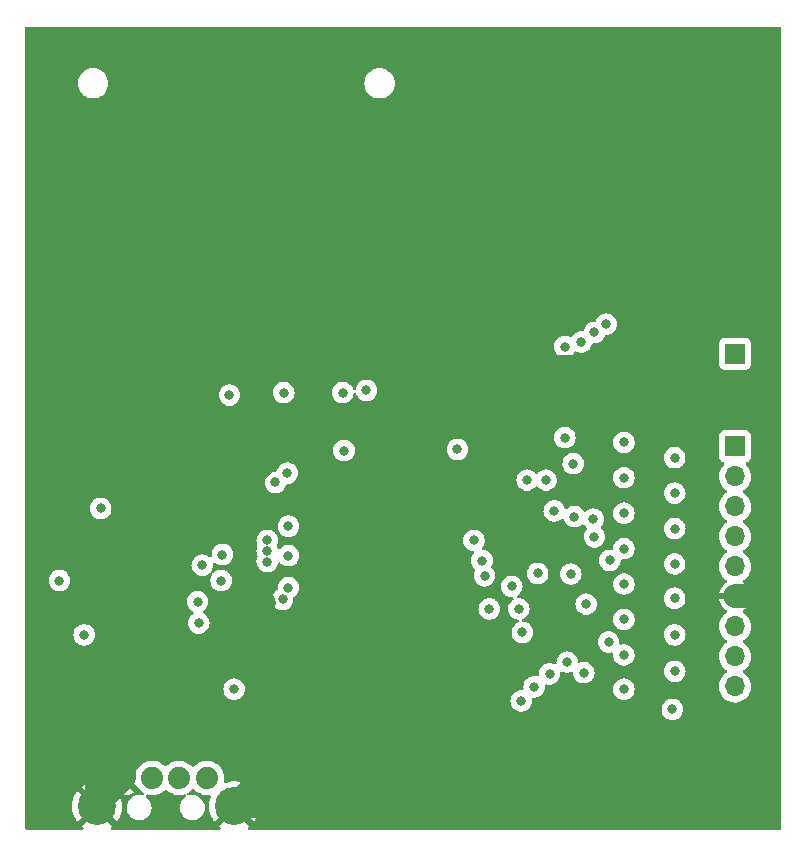
<source format=gbr>
%TF.GenerationSoftware,KiCad,Pcbnew,(6.0.2)*%
%TF.CreationDate,2022-06-02T00:09:36+03:00*%
%TF.ProjectId,BYKR-C2-V00,42594b52-2d43-4322-9d56-30302e6b6963,rev?*%
%TF.SameCoordinates,Original*%
%TF.FileFunction,Copper,L2,Inr*%
%TF.FilePolarity,Positive*%
%FSLAX46Y46*%
G04 Gerber Fmt 4.6, Leading zero omitted, Abs format (unit mm)*
G04 Created by KiCad (PCBNEW (6.0.2)) date 2022-06-02 00:09:36*
%MOMM*%
%LPD*%
G01*
G04 APERTURE LIST*
%TA.AperFunction,ComponentPad*%
%ADD10C,1.879600*%
%TD*%
%TA.AperFunction,ComponentPad*%
%ADD11C,3.215640*%
%TD*%
%TA.AperFunction,ComponentPad*%
%ADD12R,1.700000X1.700000*%
%TD*%
%TA.AperFunction,ComponentPad*%
%ADD13O,1.700000X1.700000*%
%TD*%
%TA.AperFunction,ViaPad*%
%ADD14C,0.800000*%
%TD*%
%TA.AperFunction,Conductor*%
%ADD15C,2.000000*%
%TD*%
%TA.AperFunction,Conductor*%
%ADD16C,1.000000*%
%TD*%
G04 APERTURE END LIST*
D10*
%TO.N,Net-(J1-Pad1)*%
%TO.C,J1*%
X131047580Y-123271330D03*
%TO.N,Net-(J1-Pad2)*%
X128675220Y-123271330D03*
%TO.N,Net-(J1-Pad3)*%
X126424780Y-123271330D03*
%TO.N,GND*%
X124052420Y-123271330D03*
D11*
X133348820Y-125669090D03*
X121751180Y-125669090D03*
%TD*%
D12*
%TO.N,MCU_S*%
%TO.C,J3*%
X175750000Y-87350000D03*
%TD*%
%TO.N,CAMERA_D2*%
%TO.C,J2*%
X175762572Y-95200000D03*
D13*
%TO.N,CAMERA_D3*%
X175762572Y-97740000D03*
%TO.N,CAMERA_CMD*%
X175762572Y-100280000D03*
%TO.N,CAMERA_VCC*%
X175762572Y-102820000D03*
%TO.N,CAMERA_CLK*%
X175762572Y-105360000D03*
%TO.N,GND*%
X175762572Y-107900000D03*
%TO.N,CAMERA_D0*%
X175762572Y-110440000D03*
%TO.N,CAMERA_D1*%
X175762572Y-112980000D03*
%TO.N,CAMERA_CD*%
X175762572Y-115520000D03*
%TD*%
D14*
%TO.N,GND*%
X142450000Y-75650000D03*
X136050000Y-81450000D03*
X127550000Y-74550000D03*
X122950000Y-83550000D03*
%TO.N,USB_D3*%
X159750000Y-98050000D03*
X154550000Y-106150000D03*
%TO.N,USB_D2*%
X158150000Y-98050000D03*
X154337500Y-104862500D03*
%TO.N,USB_D0*%
X163150000Y-108550000D03*
%TO.N,USB_D1*%
X165050000Y-111750000D03*
%TO.N,USB_CD*%
X162950000Y-114350000D03*
X157750000Y-110950000D03*
%TO.N,USB_D1*%
X161850000Y-106000500D03*
X157450000Y-108950000D03*
%TO.N,USB_D0*%
X159050000Y-105950000D03*
X154950000Y-108950000D03*
%TO.N,USB_CMD*%
X160450000Y-100650000D03*
X156850000Y-107050000D03*
%TO.N,USB_VCC*%
X163850000Y-102850000D03*
X152250000Y-95450000D03*
X142650000Y-95550000D03*
X136850000Y-98250000D03*
%TO.N,SD_D2*%
X161350000Y-94450000D03*
X161350000Y-86750000D03*
%TO.N,SD_D3*%
X162050000Y-96650000D03*
X162750000Y-86350000D03*
%TO.N,SD_CMD*%
X163750000Y-101350000D03*
X163850000Y-85550000D03*
%TO.N,SD_CD*%
X157650000Y-116750000D03*
%TO.N,SD_VCC*%
X165150000Y-104850000D03*
X164850000Y-84850000D03*
%TO.N,SD_CLK*%
X158750000Y-115550000D03*
%TO.N,SD_D0*%
X160050000Y-114450000D03*
%TO.N,SD_D1*%
X161550000Y-113450000D03*
%TO.N,SD_CD*%
X132950000Y-90850000D03*
%TO.N,SD_CLK*%
X137550000Y-90650000D03*
%TO.N,SD_D0*%
X142550000Y-90650000D03*
%TO.N,SD_D1*%
X144550000Y-90450000D03*
%TO.N,+5V*%
X137450000Y-108150000D03*
%TO.N,DM*%
X130350000Y-110150000D03*
%TO.N,DP*%
X130650000Y-105250000D03*
%TO.N,Net-(C6-Pad1)*%
X132350000Y-104350000D03*
%TO.N,+3V3*%
X137850000Y-97450000D03*
%TO.N,Net-(C6-Pad1)*%
X136150000Y-103150000D03*
%TO.N,DP*%
X136150000Y-104050000D03*
%TO.N,DM*%
X136150000Y-104950000D03*
%TO.N,+5V*%
X133350000Y-115750000D03*
X122050000Y-100450000D03*
%TO.N,+3V3*%
X153650000Y-103150000D03*
X118550000Y-106550000D03*
X130250000Y-108350000D03*
X132250000Y-106550000D03*
X137950000Y-101950000D03*
X137950000Y-104450000D03*
X137950000Y-107150000D03*
X120650000Y-111150000D03*
%TO.N,GND*%
X151850000Y-93350000D03*
X135850000Y-96650000D03*
X134850000Y-101350000D03*
X135850000Y-108450000D03*
X122950000Y-111150000D03*
X145550000Y-85350000D03*
X139050000Y-85350000D03*
X130850000Y-85350000D03*
X144050000Y-68950000D03*
X122850000Y-69750000D03*
X156850000Y-90150000D03*
%TO.N,+3V3*%
X162150000Y-101150000D03*
X166350000Y-94850000D03*
X166350000Y-97850000D03*
X166350000Y-100850000D03*
X166350000Y-103850000D03*
X166350000Y-106850000D03*
X166350000Y-109850000D03*
X166350000Y-112850000D03*
X166350000Y-115750000D03*
%TO.N,GND*%
X142150000Y-108850000D03*
X144950000Y-107050000D03*
X144950000Y-101550000D03*
X141650000Y-103950000D03*
X172550000Y-116650000D03*
X172550000Y-113450000D03*
X172550000Y-111050000D03*
X172550000Y-107650000D03*
X172550000Y-104650000D03*
X172550000Y-101550000D03*
X172550000Y-98650000D03*
X172550000Y-95350000D03*
%TO.N,MCU_S*%
X170650000Y-96150000D03*
X170650000Y-99150000D03*
X170650000Y-102150000D03*
X170650000Y-105150000D03*
X170650000Y-108050000D03*
X170650000Y-111150000D03*
X170650000Y-114250000D03*
X170450000Y-117450000D03*
%TD*%
D15*
%TO.N,GND*%
X134750000Y-109550000D02*
X134750000Y-110650000D01*
X136850000Y-124550000D02*
X135730910Y-125669090D01*
X135850000Y-108450000D02*
X134750000Y-109550000D01*
X136850000Y-112750000D02*
X136850000Y-124550000D01*
X135730910Y-125669090D02*
X133348820Y-125669090D01*
X134750000Y-110650000D02*
X136850000Y-112750000D01*
X139150000Y-93350000D02*
X135850000Y-96650000D01*
X151850000Y-93350000D02*
X139150000Y-93350000D01*
X134850000Y-97650000D02*
X135850000Y-96650000D01*
X134850000Y-101350000D02*
X134850000Y-97650000D01*
X134850000Y-124167910D02*
X133348820Y-125669090D01*
X134850000Y-122750000D02*
X134850000Y-124167910D01*
X132650000Y-120550000D02*
X134850000Y-122750000D01*
X125050000Y-120550000D02*
X132650000Y-120550000D01*
X124052420Y-121547580D02*
X125050000Y-120550000D01*
X124052420Y-123271330D02*
X124052420Y-121547580D01*
X122671330Y-123271330D02*
X121751180Y-122351180D01*
X124052420Y-123271330D02*
X122671330Y-123271330D01*
X121751180Y-122351180D02*
X121751180Y-125669090D01*
X121751180Y-115151180D02*
X121751180Y-122351180D01*
X121751180Y-125572570D02*
X124052420Y-123271330D01*
X121751180Y-125669090D02*
X121751180Y-125572570D01*
X121750000Y-115150000D02*
X121751180Y-115151180D01*
X122950000Y-113950000D02*
X121750000Y-115150000D01*
X122950000Y-111150000D02*
X122950000Y-113950000D01*
X158550000Y-88450000D02*
X156850000Y-90150000D01*
X167350000Y-88450000D02*
X163150000Y-88450000D01*
X171250000Y-92350000D02*
X167350000Y-88450000D01*
X172550000Y-93650000D02*
X171250000Y-92350000D01*
X163150000Y-88450000D02*
X158550000Y-88450000D01*
X172550000Y-95350000D02*
X172550000Y-93650000D01*
X178650000Y-117150000D02*
X178650000Y-109050000D01*
X177450000Y-118350000D02*
X178650000Y-117150000D01*
X174250000Y-118350000D02*
X177450000Y-118350000D01*
X178650000Y-109050000D02*
X177500000Y-107900000D01*
X177500000Y-107900000D02*
X175762572Y-107900000D01*
X172550000Y-116650000D02*
X174250000Y-118350000D01*
D16*
X172550000Y-98650000D02*
X172550000Y-95350000D01*
X172550000Y-111050000D02*
X172550000Y-98650000D01*
X172550000Y-116650000D02*
X172550000Y-111050000D01*
%TD*%
%TA.AperFunction,Conductor*%
%TO.N,GND*%
G36*
X179592121Y-59670002D02*
G01*
X179638614Y-59723658D01*
X179650000Y-59776000D01*
X179650000Y-127524000D01*
X179629998Y-127592121D01*
X179576342Y-127638614D01*
X179524000Y-127650000D01*
X134616091Y-127650000D01*
X134547970Y-127629998D01*
X134501477Y-127576342D01*
X134491373Y-127506068D01*
X134520867Y-127441488D01*
X134541129Y-127423469D01*
X134540866Y-127423133D01*
X134640273Y-127345187D01*
X134648743Y-127333329D01*
X134642226Y-127321706D01*
X133361632Y-126041112D01*
X133347688Y-126033498D01*
X133345855Y-126033629D01*
X133339240Y-126037880D01*
X132055186Y-127321934D01*
X132047894Y-127335288D01*
X132054949Y-127345261D01*
X132098971Y-127382069D01*
X132105905Y-127387106D01*
X132153978Y-127417263D01*
X132201056Y-127470406D01*
X132211928Y-127540565D01*
X132183144Y-127605465D01*
X132123842Y-127644500D01*
X132087022Y-127650000D01*
X123018451Y-127650000D01*
X122950330Y-127629998D01*
X122903837Y-127576342D01*
X122893733Y-127506068D01*
X122923227Y-127441488D01*
X122943489Y-127423469D01*
X122943226Y-127423133D01*
X123042633Y-127345187D01*
X123051103Y-127333329D01*
X123044586Y-127321706D01*
X121763992Y-126041112D01*
X121750048Y-126033498D01*
X121748215Y-126033629D01*
X121741600Y-126037880D01*
X120457546Y-127321934D01*
X120450254Y-127335288D01*
X120457309Y-127345261D01*
X120501331Y-127382069D01*
X120508265Y-127387106D01*
X120556338Y-127417263D01*
X120603416Y-127470406D01*
X120614288Y-127540565D01*
X120585504Y-127605465D01*
X120526202Y-127644500D01*
X120489382Y-127650000D01*
X115776000Y-127650000D01*
X115707879Y-127629998D01*
X115661386Y-127576342D01*
X115650000Y-127524000D01*
X115650000Y-125651162D01*
X119630779Y-125651162D01*
X119646892Y-125930604D01*
X119647965Y-125939105D01*
X119701854Y-126213777D01*
X119704067Y-126222039D01*
X119794737Y-126486863D01*
X119798053Y-126494750D01*
X119923822Y-126744816D01*
X119928179Y-126752182D01*
X120072988Y-126962880D01*
X120083241Y-126971224D01*
X120096982Y-126964078D01*
X121379158Y-125681902D01*
X121385536Y-125670222D01*
X122115588Y-125670222D01*
X122115719Y-125672055D01*
X122119970Y-125678670D01*
X123404038Y-126962738D01*
X123416248Y-126969405D01*
X123427747Y-126960716D01*
X123539262Y-126808907D01*
X123543846Y-126801684D01*
X123677405Y-126555699D01*
X123680973Y-126547905D01*
X123779913Y-126286070D01*
X123782386Y-126277879D01*
X123844877Y-126005031D01*
X123846215Y-125996577D01*
X123867264Y-125760725D01*
X124238595Y-125760725D01*
X124240504Y-125781704D01*
X124254829Y-125939105D01*
X124257407Y-125967436D01*
X124259145Y-125973342D01*
X124259146Y-125973346D01*
X124279091Y-126041112D01*
X124316011Y-126166556D01*
X124318865Y-126172015D01*
X124409320Y-126345040D01*
X124409323Y-126345044D01*
X124412175Y-126350500D01*
X124542236Y-126512264D01*
X124701240Y-126645684D01*
X124706632Y-126648648D01*
X124706636Y-126648651D01*
X124854047Y-126729690D01*
X124883131Y-126745679D01*
X124888998Y-126747540D01*
X124889000Y-126747541D01*
X125059681Y-126801684D01*
X125080979Y-126808440D01*
X125242523Y-126826560D01*
X125354327Y-126826560D01*
X125357382Y-126826260D01*
X125357391Y-126826260D01*
X125428399Y-126819297D01*
X125508674Y-126811426D01*
X125514575Y-126809644D01*
X125514577Y-126809644D01*
X125591809Y-126786326D01*
X125707380Y-126751433D01*
X125890649Y-126653988D01*
X126051500Y-126522800D01*
X126083028Y-126484690D01*
X126179878Y-126367618D01*
X126183807Y-126362869D01*
X126282530Y-126180285D01*
X126343909Y-125982003D01*
X126365605Y-125775575D01*
X126346793Y-125568864D01*
X126288189Y-125369744D01*
X126254107Y-125304551D01*
X126194880Y-125191260D01*
X126194877Y-125191256D01*
X126192025Y-125185800D01*
X126061964Y-125024036D01*
X125902960Y-124890616D01*
X125897563Y-124887649D01*
X125893481Y-124884854D01*
X125848574Y-124829864D01*
X125840526Y-124759326D01*
X125871892Y-124695633D01*
X125932713Y-124659009D01*
X126009614Y-124663180D01*
X126014492Y-124665042D01*
X126014494Y-124665043D01*
X126019332Y-124666890D01*
X126024398Y-124667921D01*
X126024399Y-124667921D01*
X126078736Y-124678976D01*
X126252708Y-124714371D01*
X126386901Y-124719292D01*
X126485540Y-124722909D01*
X126485544Y-124722909D01*
X126490704Y-124723098D01*
X126495824Y-124722442D01*
X126495826Y-124722442D01*
X126721803Y-124693494D01*
X126721804Y-124693494D01*
X126726931Y-124692837D01*
X126809980Y-124667921D01*
X126950096Y-124625884D01*
X126950097Y-124625883D01*
X126955042Y-124624400D01*
X127168913Y-124519625D01*
X127173116Y-124516627D01*
X127173121Y-124516624D01*
X127358596Y-124384326D01*
X127358598Y-124384324D01*
X127362800Y-124381327D01*
X127376442Y-124367733D01*
X127459079Y-124285384D01*
X127521451Y-124251468D01*
X127592258Y-124256656D01*
X127643256Y-124292137D01*
X127655038Y-124305739D01*
X127655043Y-124305744D01*
X127658424Y-124309647D01*
X127841662Y-124461774D01*
X127846114Y-124464376D01*
X127846119Y-124464379D01*
X128001763Y-124555330D01*
X128047285Y-124581931D01*
X128269772Y-124666890D01*
X128274838Y-124667921D01*
X128274839Y-124667921D01*
X128329176Y-124678976D01*
X128503148Y-124714371D01*
X128637341Y-124719292D01*
X128735980Y-124722909D01*
X128735984Y-124722909D01*
X128741144Y-124723098D01*
X128746264Y-124722442D01*
X128746266Y-124722442D01*
X128972243Y-124693494D01*
X128972244Y-124693494D01*
X128977371Y-124692837D01*
X128982322Y-124691352D01*
X128982325Y-124691351D01*
X129109943Y-124653064D01*
X129180938Y-124652648D01*
X129240889Y-124690680D01*
X129270760Y-124755087D01*
X129261069Y-124825419D01*
X129215876Y-124878699D01*
X129214793Y-124879418D01*
X129209351Y-124882312D01*
X129204579Y-124886204D01*
X129204576Y-124886206D01*
X129204575Y-124886207D01*
X129048500Y-125013500D01*
X128916193Y-125173431D01*
X128817470Y-125356015D01*
X128756091Y-125554297D01*
X128755447Y-125560422D01*
X128755447Y-125560423D01*
X128744338Y-125666125D01*
X128734395Y-125760725D01*
X128736304Y-125781704D01*
X128750629Y-125939105D01*
X128753207Y-125967436D01*
X128754945Y-125973342D01*
X128754946Y-125973346D01*
X128774891Y-126041112D01*
X128811811Y-126166556D01*
X128814665Y-126172015D01*
X128905120Y-126345040D01*
X128905123Y-126345044D01*
X128907975Y-126350500D01*
X129038036Y-126512264D01*
X129197040Y-126645684D01*
X129202432Y-126648648D01*
X129202436Y-126648651D01*
X129349847Y-126729690D01*
X129378931Y-126745679D01*
X129384798Y-126747540D01*
X129384800Y-126747541D01*
X129555481Y-126801684D01*
X129576779Y-126808440D01*
X129738323Y-126826560D01*
X129850127Y-126826560D01*
X129853182Y-126826260D01*
X129853191Y-126826260D01*
X129924199Y-126819297D01*
X130004474Y-126811426D01*
X130010375Y-126809644D01*
X130010377Y-126809644D01*
X130087609Y-126786326D01*
X130203180Y-126751433D01*
X130386449Y-126653988D01*
X130547300Y-126522800D01*
X130578828Y-126484690D01*
X130675678Y-126367618D01*
X130679607Y-126362869D01*
X130778330Y-126180285D01*
X130839709Y-125982003D01*
X130861405Y-125775575D01*
X130842593Y-125568864D01*
X130783989Y-125369744D01*
X130749907Y-125304551D01*
X130690680Y-125191260D01*
X130690677Y-125191256D01*
X130687825Y-125185800D01*
X130557764Y-125024036D01*
X130398760Y-124890616D01*
X130393368Y-124887652D01*
X130393364Y-124887649D01*
X130222264Y-124793587D01*
X130222265Y-124793587D01*
X130216869Y-124790621D01*
X130211002Y-124788760D01*
X130211000Y-124788759D01*
X130024891Y-124729722D01*
X130024890Y-124729722D01*
X130019021Y-124727860D01*
X129857477Y-124709740D01*
X129745673Y-124709740D01*
X129742618Y-124710040D01*
X129742609Y-124710040D01*
X129677005Y-124716473D01*
X129591326Y-124724874D01*
X129525934Y-124744617D01*
X129454941Y-124745158D01*
X129394924Y-124707231D01*
X129364940Y-124642876D01*
X129374508Y-124572528D01*
X129420337Y-124521005D01*
X129419353Y-124519625D01*
X129609036Y-124384326D01*
X129609038Y-124384324D01*
X129613240Y-124381327D01*
X129774954Y-124220176D01*
X129837327Y-124186260D01*
X129908134Y-124191448D01*
X129959132Y-124226929D01*
X130030784Y-124309647D01*
X130214022Y-124461774D01*
X130218474Y-124464376D01*
X130218479Y-124464379D01*
X130374123Y-124555330D01*
X130419645Y-124581931D01*
X130642132Y-124666890D01*
X130647198Y-124667921D01*
X130647199Y-124667921D01*
X130701536Y-124678976D01*
X130875508Y-124714371D01*
X131009701Y-124719292D01*
X131108340Y-124722909D01*
X131108344Y-124722909D01*
X131113504Y-124723098D01*
X131118624Y-124722442D01*
X131118626Y-124722442D01*
X131180154Y-124714560D01*
X131252526Y-124705289D01*
X131322635Y-124716473D01*
X131375569Y-124763787D01*
X131394520Y-124832207D01*
X131386861Y-124873569D01*
X131313739Y-125073385D01*
X131311350Y-125081608D01*
X131251720Y-125355096D01*
X131250471Y-125363552D01*
X131228508Y-125642612D01*
X131228419Y-125651162D01*
X131244532Y-125930604D01*
X131245605Y-125939105D01*
X131299494Y-126213777D01*
X131301707Y-126222039D01*
X131392377Y-126486863D01*
X131395693Y-126494750D01*
X131521462Y-126744816D01*
X131525819Y-126752182D01*
X131670628Y-126962880D01*
X131680881Y-126971224D01*
X131694622Y-126964078D01*
X132988478Y-125670222D01*
X133713228Y-125670222D01*
X133713359Y-125672055D01*
X133717610Y-125678670D01*
X135001678Y-126962738D01*
X135013888Y-126969405D01*
X135025387Y-126960716D01*
X135136902Y-126808907D01*
X135141486Y-126801684D01*
X135275045Y-126555699D01*
X135278613Y-126547905D01*
X135377553Y-126286070D01*
X135380026Y-126277879D01*
X135442517Y-126005031D01*
X135443855Y-125996577D01*
X135468899Y-125715968D01*
X135469145Y-125711031D01*
X135469558Y-125671575D01*
X135469415Y-125666609D01*
X135450254Y-125385546D01*
X135449093Y-125377072D01*
X135392331Y-125102981D01*
X135390026Y-125094727D01*
X135296592Y-124830874D01*
X135293196Y-124823026D01*
X135164811Y-124574284D01*
X135160383Y-124566972D01*
X135026245Y-124376113D01*
X135015723Y-124367733D01*
X135002335Y-124374785D01*
X133720842Y-125656278D01*
X133713228Y-125670222D01*
X132988478Y-125670222D01*
X134642044Y-124016656D01*
X134649236Y-124003486D01*
X134641914Y-123993251D01*
X134580656Y-123943111D01*
X134573687Y-123938158D01*
X134335012Y-123791898D01*
X134327442Y-123787940D01*
X134071132Y-123675429D01*
X134063072Y-123672527D01*
X133793882Y-123595847D01*
X133785504Y-123594065D01*
X133508392Y-123554626D01*
X133499845Y-123553999D01*
X133219943Y-123552533D01*
X133211408Y-123553070D01*
X132933891Y-123589606D01*
X132925493Y-123591299D01*
X132655516Y-123665157D01*
X132643371Y-123669386D01*
X132642995Y-123668308D01*
X132577527Y-123676032D01*
X132513715Y-123644910D01*
X132476859Y-123584230D01*
X132473694Y-123535365D01*
X132499109Y-123342322D01*
X132500844Y-123271330D01*
X132481330Y-123033974D01*
X132423311Y-122802993D01*
X132328347Y-122584589D01*
X132311431Y-122558440D01*
X132201796Y-122388972D01*
X132198986Y-122384628D01*
X132038704Y-122208480D01*
X132034650Y-122205278D01*
X132034649Y-122205277D01*
X131855858Y-122064077D01*
X131855853Y-122064074D01*
X131851804Y-122060876D01*
X131847288Y-122058383D01*
X131847285Y-122058381D01*
X131647830Y-121948276D01*
X131647826Y-121948274D01*
X131643306Y-121945779D01*
X131638437Y-121944055D01*
X131638433Y-121944053D01*
X131423685Y-121868006D01*
X131423681Y-121868005D01*
X131418810Y-121866280D01*
X131413720Y-121865373D01*
X131413715Y-121865372D01*
X131286394Y-121842694D01*
X131184344Y-121824516D01*
X131095217Y-121823427D01*
X130951375Y-121821669D01*
X130951373Y-121821669D01*
X130946205Y-121821606D01*
X130710789Y-121857630D01*
X130484418Y-121931619D01*
X130273170Y-122041588D01*
X130269037Y-122044691D01*
X130269034Y-122044693D01*
X130086855Y-122181477D01*
X130082720Y-122184582D01*
X130059883Y-122208480D01*
X129951645Y-122321744D01*
X129890121Y-122357174D01*
X129819208Y-122353717D01*
X129767359Y-122319494D01*
X129666344Y-122208480D01*
X129662290Y-122205278D01*
X129662289Y-122205277D01*
X129483498Y-122064077D01*
X129483493Y-122064074D01*
X129479444Y-122060876D01*
X129474928Y-122058383D01*
X129474925Y-122058381D01*
X129275470Y-121948276D01*
X129275466Y-121948274D01*
X129270946Y-121945779D01*
X129266077Y-121944055D01*
X129266073Y-121944053D01*
X129051325Y-121868006D01*
X129051321Y-121868005D01*
X129046450Y-121866280D01*
X129041360Y-121865373D01*
X129041355Y-121865372D01*
X128914034Y-121842694D01*
X128811984Y-121824516D01*
X128722857Y-121823427D01*
X128579015Y-121821669D01*
X128579013Y-121821669D01*
X128573845Y-121821606D01*
X128338429Y-121857630D01*
X128112058Y-121931619D01*
X127900810Y-122041588D01*
X127896677Y-122044691D01*
X127896674Y-122044693D01*
X127714495Y-122181477D01*
X127710360Y-122184582D01*
X127690583Y-122205278D01*
X127641739Y-122256390D01*
X127580215Y-122291820D01*
X127509302Y-122288363D01*
X127457452Y-122254139D01*
X127419386Y-122212305D01*
X127419376Y-122212296D01*
X127415904Y-122208480D01*
X127340006Y-122148540D01*
X127233058Y-122064077D01*
X127233053Y-122064074D01*
X127229004Y-122060876D01*
X127224488Y-122058383D01*
X127224485Y-122058381D01*
X127025030Y-121948276D01*
X127025026Y-121948274D01*
X127020506Y-121945779D01*
X127015637Y-121944055D01*
X127015633Y-121944053D01*
X126800885Y-121868006D01*
X126800881Y-121868005D01*
X126796010Y-121866280D01*
X126790920Y-121865373D01*
X126790915Y-121865372D01*
X126663594Y-121842694D01*
X126561544Y-121824516D01*
X126472417Y-121823427D01*
X126328575Y-121821669D01*
X126328573Y-121821669D01*
X126323405Y-121821606D01*
X126087989Y-121857630D01*
X125861618Y-121931619D01*
X125650370Y-122041588D01*
X125646237Y-122044691D01*
X125646234Y-122044693D01*
X125464055Y-122181477D01*
X125459920Y-122184582D01*
X125295382Y-122356761D01*
X125292468Y-122361033D01*
X125292467Y-122361034D01*
X125235892Y-122443970D01*
X125220899Y-122462062D01*
X124424441Y-123258519D01*
X124416828Y-123272462D01*
X124416959Y-123274296D01*
X124421210Y-123280910D01*
X125213207Y-124072906D01*
X125231544Y-124096167D01*
X125252054Y-124129636D01*
X125407984Y-124309647D01*
X125591222Y-124461774D01*
X125595674Y-124464376D01*
X125595679Y-124464379D01*
X125690480Y-124519776D01*
X125739203Y-124571415D01*
X125752274Y-124641198D01*
X125725542Y-124706970D01*
X125667495Y-124747848D01*
X125596562Y-124750855D01*
X125588810Y-124748666D01*
X125529091Y-124729722D01*
X125529090Y-124729722D01*
X125523221Y-124727860D01*
X125361677Y-124709740D01*
X125249873Y-124709740D01*
X125246818Y-124710040D01*
X125246809Y-124710040D01*
X125181205Y-124716473D01*
X125095526Y-124724874D01*
X125089625Y-124726656D01*
X125089623Y-124726656D01*
X125037782Y-124742308D01*
X124896820Y-124784867D01*
X124713551Y-124882312D01*
X124552700Y-125013500D01*
X124420393Y-125173431D01*
X124321670Y-125356015D01*
X124260291Y-125554297D01*
X124259647Y-125560422D01*
X124259647Y-125560423D01*
X124248538Y-125666125D01*
X124238595Y-125760725D01*
X123867264Y-125760725D01*
X123871259Y-125715968D01*
X123871505Y-125711031D01*
X123871918Y-125671575D01*
X123871775Y-125666609D01*
X123852614Y-125385546D01*
X123851453Y-125377072D01*
X123794691Y-125102981D01*
X123792388Y-125094732D01*
X123714554Y-124874935D01*
X123710670Y-124804044D01*
X123745728Y-124742308D01*
X123808599Y-124709325D01*
X123858449Y-124709405D01*
X123875334Y-124712841D01*
X123885583Y-124714063D01*
X124113158Y-124722407D01*
X124123444Y-124721940D01*
X124349335Y-124693003D01*
X124359421Y-124690860D01*
X124577548Y-124625418D01*
X124587143Y-124621658D01*
X124791657Y-124521467D01*
X124800503Y-124516193D01*
X124866051Y-124469438D01*
X124874452Y-124458738D01*
X124867465Y-124445586D01*
X124065231Y-123643351D01*
X124051288Y-123635738D01*
X124049454Y-123635869D01*
X124042840Y-123640120D01*
X123419732Y-124263228D01*
X123412118Y-124277172D01*
X123414033Y-124303946D01*
X123398942Y-124373320D01*
X123377449Y-124402031D01*
X122123202Y-125656278D01*
X122115588Y-125670222D01*
X121385536Y-125670222D01*
X121386772Y-125667958D01*
X121386641Y-125666125D01*
X121382390Y-125659510D01*
X120097737Y-124374857D01*
X120085727Y-124368299D01*
X120073987Y-124377267D01*
X119951264Y-124548054D01*
X119946752Y-124555330D01*
X119815771Y-124802711D01*
X119812292Y-124810525D01*
X119716099Y-125073385D01*
X119713710Y-125081608D01*
X119654080Y-125355096D01*
X119652831Y-125363552D01*
X119630868Y-125642612D01*
X119630779Y-125651162D01*
X115650000Y-125651162D01*
X115650000Y-124004886D01*
X120451059Y-124004886D01*
X120457455Y-124016155D01*
X121738368Y-125297068D01*
X121752312Y-125304682D01*
X121754145Y-125304551D01*
X121760760Y-125300300D01*
X122856230Y-124204830D01*
X122863844Y-124190886D01*
X122861929Y-124164112D01*
X122877020Y-124094738D01*
X122898513Y-124066026D01*
X123680399Y-123284141D01*
X123688012Y-123270198D01*
X123687881Y-123268364D01*
X123683630Y-123261750D01*
X122877640Y-122455761D01*
X122866108Y-122449464D01*
X122853826Y-122459087D01*
X122792167Y-122549476D01*
X122787074Y-122558440D01*
X122691188Y-122765009D01*
X122687631Y-122774677D01*
X122626772Y-122994127D01*
X122624841Y-123004246D01*
X122600641Y-123230703D01*
X122600389Y-123240992D01*
X122613498Y-123468347D01*
X122614934Y-123478564D01*
X122625247Y-123524324D01*
X122620711Y-123595176D01*
X122578590Y-123652328D01*
X122512257Y-123677634D01*
X122467811Y-123673205D01*
X122196242Y-123595847D01*
X122187864Y-123594065D01*
X121910752Y-123554626D01*
X121902205Y-123553999D01*
X121622303Y-123552533D01*
X121613768Y-123553070D01*
X121336251Y-123589606D01*
X121327853Y-123591299D01*
X121057876Y-123665157D01*
X121049781Y-123667976D01*
X120792315Y-123777794D01*
X120784693Y-123781678D01*
X120544516Y-123925421D01*
X120537478Y-123930312D01*
X120459529Y-123992761D01*
X120451059Y-124004886D01*
X115650000Y-124004886D01*
X115650000Y-122083615D01*
X123229501Y-122083615D01*
X123236245Y-122095944D01*
X124039609Y-122899309D01*
X124053552Y-122906922D01*
X124055386Y-122906791D01*
X124062000Y-122902540D01*
X124869751Y-122094788D01*
X124876768Y-122081937D01*
X124868994Y-122071267D01*
X124860424Y-122064499D01*
X124851837Y-122058794D01*
X124652475Y-121948740D01*
X124643063Y-121944510D01*
X124428391Y-121868490D01*
X124418434Y-121865860D01*
X124194225Y-121825921D01*
X124183974Y-121824952D01*
X123956250Y-121822170D01*
X123945966Y-121822890D01*
X123720857Y-121857336D01*
X123710830Y-121859725D01*
X123494371Y-121930474D01*
X123484862Y-121934471D01*
X123282871Y-122039622D01*
X123274136Y-122045123D01*
X123237955Y-122072288D01*
X123229501Y-122083615D01*
X115650000Y-122083615D01*
X115650000Y-116750000D01*
X156736496Y-116750000D01*
X156737186Y-116756565D01*
X156754235Y-116918774D01*
X156756458Y-116939928D01*
X156815473Y-117121556D01*
X156910960Y-117286944D01*
X157038747Y-117428866D01*
X157193248Y-117541118D01*
X157199276Y-117543802D01*
X157199278Y-117543803D01*
X157361681Y-117616109D01*
X157367712Y-117618794D01*
X157436263Y-117633365D01*
X157548056Y-117657128D01*
X157548061Y-117657128D01*
X157554513Y-117658500D01*
X157745487Y-117658500D01*
X157751939Y-117657128D01*
X157751944Y-117657128D01*
X157863737Y-117633365D01*
X157932288Y-117618794D01*
X157938319Y-117616109D01*
X158100722Y-117543803D01*
X158100724Y-117543802D01*
X158106752Y-117541118D01*
X158232165Y-117450000D01*
X169536496Y-117450000D01*
X169537186Y-117456565D01*
X169553955Y-117616109D01*
X169556458Y-117639928D01*
X169615473Y-117821556D01*
X169710960Y-117986944D01*
X169838747Y-118128866D01*
X169993248Y-118241118D01*
X169999276Y-118243802D01*
X169999278Y-118243803D01*
X170161681Y-118316109D01*
X170167712Y-118318794D01*
X170261112Y-118338647D01*
X170348056Y-118357128D01*
X170348061Y-118357128D01*
X170354513Y-118358500D01*
X170545487Y-118358500D01*
X170551939Y-118357128D01*
X170551944Y-118357128D01*
X170638888Y-118338647D01*
X170732288Y-118318794D01*
X170738319Y-118316109D01*
X170900722Y-118243803D01*
X170900724Y-118243802D01*
X170906752Y-118241118D01*
X171061253Y-118128866D01*
X171189040Y-117986944D01*
X171284527Y-117821556D01*
X171343542Y-117639928D01*
X171346046Y-117616109D01*
X171362814Y-117456565D01*
X171363504Y-117450000D01*
X171346882Y-117291852D01*
X171344232Y-117266635D01*
X171344232Y-117266633D01*
X171343542Y-117260072D01*
X171284527Y-117078444D01*
X171189040Y-116913056D01*
X171111722Y-116827185D01*
X171065675Y-116776045D01*
X171065674Y-116776044D01*
X171061253Y-116771134D01*
X170906752Y-116658882D01*
X170900724Y-116656198D01*
X170900722Y-116656197D01*
X170738319Y-116583891D01*
X170738318Y-116583891D01*
X170732288Y-116581206D01*
X170632861Y-116560072D01*
X170551944Y-116542872D01*
X170551939Y-116542872D01*
X170545487Y-116541500D01*
X170354513Y-116541500D01*
X170348061Y-116542872D01*
X170348056Y-116542872D01*
X170267139Y-116560072D01*
X170167712Y-116581206D01*
X170161682Y-116583891D01*
X170161681Y-116583891D01*
X169999278Y-116656197D01*
X169999276Y-116656198D01*
X169993248Y-116658882D01*
X169838747Y-116771134D01*
X169834326Y-116776044D01*
X169834325Y-116776045D01*
X169788279Y-116827185D01*
X169710960Y-116913056D01*
X169615473Y-117078444D01*
X169556458Y-117260072D01*
X169555768Y-117266633D01*
X169555768Y-117266635D01*
X169553118Y-117291852D01*
X169536496Y-117450000D01*
X158232165Y-117450000D01*
X158261253Y-117428866D01*
X158389040Y-117286944D01*
X158484527Y-117121556D01*
X158543542Y-116939928D01*
X158545766Y-116918774D01*
X158562814Y-116756565D01*
X158563504Y-116750000D01*
X158551589Y-116636632D01*
X158547494Y-116597670D01*
X158560266Y-116527832D01*
X158608768Y-116475985D01*
X158672804Y-116458500D01*
X158845487Y-116458500D01*
X158851939Y-116457128D01*
X158851944Y-116457128D01*
X158966635Y-116432749D01*
X159032288Y-116418794D01*
X159038319Y-116416109D01*
X159200722Y-116343803D01*
X159200724Y-116343802D01*
X159206752Y-116341118D01*
X159228816Y-116325088D01*
X159262157Y-116300864D01*
X159361253Y-116228866D01*
X159489040Y-116086944D01*
X159584527Y-115921556D01*
X159640269Y-115750000D01*
X165436496Y-115750000D01*
X165437186Y-115756565D01*
X165455129Y-115927279D01*
X165456458Y-115939928D01*
X165515473Y-116121556D01*
X165610960Y-116286944D01*
X165615378Y-116291851D01*
X165615379Y-116291852D01*
X165729678Y-116418794D01*
X165738747Y-116428866D01*
X165893248Y-116541118D01*
X165899276Y-116543802D01*
X165899278Y-116543803D01*
X165989318Y-116583891D01*
X166067712Y-116618794D01*
X166151633Y-116636632D01*
X166248056Y-116657128D01*
X166248061Y-116657128D01*
X166254513Y-116658500D01*
X166445487Y-116658500D01*
X166451939Y-116657128D01*
X166451944Y-116657128D01*
X166548367Y-116636632D01*
X166632288Y-116618794D01*
X166710682Y-116583891D01*
X166800722Y-116543803D01*
X166800724Y-116543802D01*
X166806752Y-116541118D01*
X166961253Y-116428866D01*
X166970322Y-116418794D01*
X167084621Y-116291852D01*
X167084622Y-116291851D01*
X167089040Y-116286944D01*
X167184527Y-116121556D01*
X167243542Y-115939928D01*
X167244872Y-115927279D01*
X167262814Y-115756565D01*
X167263504Y-115750000D01*
X167243542Y-115560072D01*
X167219700Y-115486695D01*
X174399823Y-115486695D01*
X174400120Y-115491848D01*
X174400120Y-115491851D01*
X174405583Y-115586590D01*
X174412682Y-115709715D01*
X174413819Y-115714761D01*
X174413820Y-115714767D01*
X174433691Y-115802939D01*
X174461794Y-115927639D01*
X174545838Y-116134616D01*
X174662559Y-116325088D01*
X174808822Y-116493938D01*
X174980698Y-116636632D01*
X175173572Y-116749338D01*
X175178397Y-116751180D01*
X175178398Y-116751181D01*
X175220481Y-116767251D01*
X175382264Y-116829030D01*
X175387332Y-116830061D01*
X175387335Y-116830062D01*
X175494589Y-116851883D01*
X175601169Y-116873567D01*
X175606344Y-116873757D01*
X175606346Y-116873757D01*
X175819245Y-116881564D01*
X175819249Y-116881564D01*
X175824409Y-116881753D01*
X175829529Y-116881097D01*
X175829531Y-116881097D01*
X176040860Y-116854025D01*
X176040861Y-116854025D01*
X176045988Y-116853368D01*
X176050938Y-116851883D01*
X176255001Y-116790661D01*
X176255006Y-116790659D01*
X176259956Y-116789174D01*
X176460566Y-116690896D01*
X176642432Y-116561173D01*
X176800668Y-116403489D01*
X176814149Y-116384729D01*
X176928007Y-116226277D01*
X176931025Y-116222077D01*
X176935484Y-116213056D01*
X177027708Y-116026453D01*
X177027709Y-116026451D01*
X177030002Y-116021811D01*
X177094942Y-115808069D01*
X177124101Y-115586590D01*
X177124995Y-115550000D01*
X177125646Y-115523365D01*
X177125646Y-115523361D01*
X177125728Y-115520000D01*
X177107424Y-115297361D01*
X177053003Y-115080702D01*
X176963926Y-114875840D01*
X176906417Y-114786944D01*
X176845394Y-114692617D01*
X176845392Y-114692614D01*
X176842586Y-114688277D01*
X176692242Y-114523051D01*
X176688191Y-114519852D01*
X176688187Y-114519848D01*
X176520986Y-114387800D01*
X176520982Y-114387798D01*
X176516931Y-114384598D01*
X176475625Y-114361796D01*
X176425656Y-114311364D01*
X176410884Y-114241921D01*
X176436000Y-114175516D01*
X176463352Y-114148909D01*
X176507175Y-114117650D01*
X176642432Y-114021173D01*
X176800668Y-113863489D01*
X176811182Y-113848858D01*
X176928007Y-113686277D01*
X176931025Y-113682077D01*
X176936434Y-113671134D01*
X177027708Y-113486453D01*
X177027709Y-113486451D01*
X177030002Y-113481811D01*
X177094942Y-113268069D01*
X177124101Y-113046590D01*
X177125728Y-112980000D01*
X177107424Y-112757361D01*
X177053003Y-112540702D01*
X176963926Y-112335840D01*
X176842586Y-112148277D01*
X176692242Y-111983051D01*
X176688191Y-111979852D01*
X176688187Y-111979848D01*
X176520986Y-111847800D01*
X176520982Y-111847798D01*
X176516931Y-111844598D01*
X176475625Y-111821796D01*
X176425656Y-111771364D01*
X176410884Y-111701921D01*
X176436000Y-111635516D01*
X176463352Y-111608909D01*
X176531819Y-111560072D01*
X176642432Y-111481173D01*
X176800668Y-111323489D01*
X176860166Y-111240689D01*
X176928007Y-111146277D01*
X176931025Y-111142077D01*
X177017734Y-110966635D01*
X177027708Y-110946453D01*
X177027709Y-110946451D01*
X177030002Y-110941811D01*
X177094942Y-110728069D01*
X177124101Y-110506590D01*
X177125728Y-110440000D01*
X177107424Y-110217361D01*
X177053003Y-110000702D01*
X176963926Y-109795840D01*
X176924478Y-109734862D01*
X176845394Y-109612617D01*
X176845392Y-109612614D01*
X176842586Y-109608277D01*
X176692242Y-109443051D01*
X176688191Y-109439852D01*
X176688187Y-109439848D01*
X176520986Y-109307800D01*
X176520982Y-109307798D01*
X176516931Y-109304598D01*
X176475141Y-109281529D01*
X176425170Y-109231097D01*
X176410398Y-109161654D01*
X176435514Y-109095248D01*
X176462866Y-109068641D01*
X176637900Y-108943792D01*
X176645772Y-108937139D01*
X176796624Y-108786812D01*
X176803302Y-108778965D01*
X176927575Y-108606020D01*
X176932885Y-108597183D01*
X177027242Y-108406267D01*
X177031041Y-108396672D01*
X177092949Y-108192910D01*
X177095127Y-108182837D01*
X177096558Y-108171962D01*
X177094347Y-108157778D01*
X177081189Y-108154000D01*
X174445797Y-108154000D01*
X174432266Y-108157973D01*
X174430829Y-108167966D01*
X174461137Y-108302446D01*
X174464217Y-108312275D01*
X174544342Y-108509603D01*
X174548985Y-108518794D01*
X174660266Y-108700388D01*
X174666349Y-108708699D01*
X174805785Y-108869667D01*
X174813152Y-108876883D01*
X174977006Y-109012916D01*
X174985453Y-109018831D01*
X175054541Y-109059203D01*
X175103265Y-109110842D01*
X175116336Y-109180625D01*
X175089605Y-109246396D01*
X175049156Y-109279752D01*
X175036179Y-109286507D01*
X175032046Y-109289610D01*
X175032043Y-109289612D01*
X174943363Y-109356195D01*
X174857537Y-109420635D01*
X174703201Y-109582138D01*
X174700287Y-109586410D01*
X174700286Y-109586411D01*
X174654321Y-109653794D01*
X174577315Y-109766680D01*
X174561666Y-109800393D01*
X174487546Y-109960072D01*
X174483260Y-109969305D01*
X174423561Y-110184570D01*
X174399823Y-110406695D01*
X174400120Y-110411848D01*
X174400120Y-110411851D01*
X174405583Y-110506590D01*
X174412682Y-110629715D01*
X174413819Y-110634761D01*
X174413820Y-110634767D01*
X174425579Y-110686944D01*
X174461794Y-110847639D01*
X174545838Y-111054616D01*
X174662559Y-111245088D01*
X174808822Y-111413938D01*
X174980698Y-111556632D01*
X175051167Y-111597811D01*
X175054017Y-111599476D01*
X175102741Y-111651114D01*
X175115812Y-111720897D01*
X175089081Y-111786669D01*
X175048627Y-111820027D01*
X175036179Y-111826507D01*
X175032046Y-111829610D01*
X175032043Y-111829612D01*
X174861672Y-111957530D01*
X174857537Y-111960635D01*
X174703201Y-112122138D01*
X174577315Y-112306680D01*
X174561575Y-112340590D01*
X174494668Y-112484729D01*
X174483260Y-112509305D01*
X174423561Y-112724570D01*
X174399823Y-112946695D01*
X174400120Y-112951848D01*
X174400120Y-112951851D01*
X174405583Y-113046590D01*
X174412682Y-113169715D01*
X174413819Y-113174761D01*
X174413820Y-113174767D01*
X174424365Y-113221556D01*
X174461794Y-113387639D01*
X174545838Y-113594616D01*
X174548537Y-113599020D01*
X174651629Y-113767251D01*
X174662559Y-113785088D01*
X174808822Y-113953938D01*
X174980698Y-114096632D01*
X175035860Y-114128866D01*
X175054017Y-114139476D01*
X175102741Y-114191114D01*
X175115812Y-114260897D01*
X175089081Y-114326669D01*
X175048627Y-114360027D01*
X175036179Y-114366507D01*
X175032046Y-114369610D01*
X175032043Y-114369612D01*
X174861672Y-114497530D01*
X174857537Y-114500635D01*
X174703201Y-114662138D01*
X174700287Y-114666410D01*
X174700286Y-114666411D01*
X174690194Y-114681206D01*
X174577315Y-114846680D01*
X174558625Y-114886944D01*
X174488862Y-115037237D01*
X174483260Y-115049305D01*
X174423561Y-115264570D01*
X174399823Y-115486695D01*
X167219700Y-115486695D01*
X167184527Y-115378444D01*
X167089040Y-115213056D01*
X167026685Y-115143803D01*
X166965675Y-115076045D01*
X166965674Y-115076044D01*
X166961253Y-115071134D01*
X166806752Y-114958882D01*
X166800724Y-114956198D01*
X166800722Y-114956197D01*
X166638319Y-114883891D01*
X166638318Y-114883891D01*
X166632288Y-114881206D01*
X166538888Y-114861353D01*
X166451944Y-114842872D01*
X166451939Y-114842872D01*
X166445487Y-114841500D01*
X166254513Y-114841500D01*
X166248061Y-114842872D01*
X166248056Y-114842872D01*
X166161112Y-114861353D01*
X166067712Y-114881206D01*
X166061682Y-114883891D01*
X166061681Y-114883891D01*
X165899278Y-114956197D01*
X165899276Y-114956198D01*
X165893248Y-114958882D01*
X165738747Y-115071134D01*
X165734326Y-115076044D01*
X165734325Y-115076045D01*
X165673316Y-115143803D01*
X165610960Y-115213056D01*
X165515473Y-115378444D01*
X165456458Y-115560072D01*
X165436496Y-115750000D01*
X159640269Y-115750000D01*
X159643542Y-115739928D01*
X159646187Y-115714767D01*
X159662814Y-115556565D01*
X159663504Y-115550000D01*
X159660351Y-115520000D01*
X159654395Y-115463328D01*
X159667168Y-115393489D01*
X159715670Y-115341643D01*
X159784503Y-115324249D01*
X159805902Y-115326912D01*
X159948047Y-115357127D01*
X159948060Y-115357128D01*
X159954513Y-115358500D01*
X160145487Y-115358500D01*
X160151939Y-115357128D01*
X160151944Y-115357128D01*
X160238888Y-115338647D01*
X160332288Y-115318794D01*
X160380428Y-115297361D01*
X160500722Y-115243803D01*
X160500724Y-115243802D01*
X160506752Y-115241118D01*
X160661253Y-115128866D01*
X160670322Y-115118794D01*
X160784621Y-114991852D01*
X160784622Y-114991851D01*
X160789040Y-114986944D01*
X160884527Y-114821556D01*
X160943542Y-114639928D01*
X160944872Y-114627279D01*
X160962814Y-114456565D01*
X160963504Y-114450000D01*
X160962814Y-114443433D01*
X160956915Y-114387303D01*
X160969688Y-114317465D01*
X161018190Y-114265619D01*
X161087023Y-114248225D01*
X161133471Y-114259026D01*
X161267712Y-114318794D01*
X161361112Y-114338647D01*
X161448056Y-114357128D01*
X161448061Y-114357128D01*
X161454513Y-114358500D01*
X161645487Y-114358500D01*
X161651939Y-114357128D01*
X161651944Y-114357128D01*
X161738888Y-114338647D01*
X161832288Y-114318794D01*
X161865804Y-114303872D01*
X161936170Y-114294438D01*
X162000467Y-114324544D01*
X162038280Y-114384633D01*
X162042362Y-114405809D01*
X162055086Y-114526870D01*
X162056458Y-114539928D01*
X162115473Y-114721556D01*
X162210960Y-114886944D01*
X162215378Y-114891851D01*
X162215379Y-114891852D01*
X162275733Y-114958882D01*
X162338747Y-115028866D01*
X162359306Y-115043803D01*
X162476385Y-115128866D01*
X162493248Y-115141118D01*
X162499276Y-115143802D01*
X162499278Y-115143803D01*
X162654824Y-115213056D01*
X162667712Y-115218794D01*
X162754479Y-115237237D01*
X162848056Y-115257128D01*
X162848061Y-115257128D01*
X162854513Y-115258500D01*
X163045487Y-115258500D01*
X163051939Y-115257128D01*
X163051944Y-115257128D01*
X163145521Y-115237237D01*
X163232288Y-115218794D01*
X163245176Y-115213056D01*
X163400722Y-115143803D01*
X163400724Y-115143802D01*
X163406752Y-115141118D01*
X163423616Y-115128866D01*
X163540694Y-115043803D01*
X163561253Y-115028866D01*
X163624267Y-114958882D01*
X163684621Y-114891852D01*
X163684622Y-114891851D01*
X163689040Y-114886944D01*
X163784527Y-114721556D01*
X163843542Y-114539928D01*
X163844915Y-114526870D01*
X163862814Y-114356565D01*
X163863504Y-114350000D01*
X163861052Y-114326669D01*
X163852994Y-114250000D01*
X169736496Y-114250000D01*
X169737186Y-114256565D01*
X169750381Y-114382104D01*
X169756458Y-114439928D01*
X169815473Y-114621556D01*
X169818776Y-114627278D01*
X169818777Y-114627279D01*
X169838903Y-114662138D01*
X169910960Y-114786944D01*
X169915378Y-114791851D01*
X169915379Y-114791852D01*
X169961318Y-114842872D01*
X170038747Y-114928866D01*
X170137843Y-115000864D01*
X170176385Y-115028866D01*
X170193248Y-115041118D01*
X170199276Y-115043802D01*
X170199278Y-115043803D01*
X170293426Y-115085720D01*
X170367712Y-115118794D01*
X170433365Y-115132749D01*
X170548056Y-115157128D01*
X170548061Y-115157128D01*
X170554513Y-115158500D01*
X170745487Y-115158500D01*
X170751939Y-115157128D01*
X170751944Y-115157128D01*
X170866635Y-115132749D01*
X170932288Y-115118794D01*
X171006574Y-115085720D01*
X171100722Y-115043803D01*
X171100724Y-115043802D01*
X171106752Y-115041118D01*
X171123616Y-115028866D01*
X171162157Y-115000864D01*
X171261253Y-114928866D01*
X171338682Y-114842872D01*
X171384621Y-114791852D01*
X171384622Y-114791851D01*
X171389040Y-114786944D01*
X171461097Y-114662138D01*
X171481223Y-114627279D01*
X171481224Y-114627278D01*
X171484527Y-114621556D01*
X171543542Y-114439928D01*
X171549620Y-114382104D01*
X171562814Y-114256565D01*
X171563504Y-114250000D01*
X171554052Y-114160072D01*
X171544232Y-114066635D01*
X171544232Y-114066633D01*
X171543542Y-114060072D01*
X171484527Y-113878444D01*
X171467446Y-113848858D01*
X171446775Y-113813056D01*
X171389040Y-113713056D01*
X171361147Y-113682077D01*
X171265675Y-113576045D01*
X171265674Y-113576044D01*
X171261253Y-113571134D01*
X171135590Y-113479834D01*
X171112094Y-113462763D01*
X171112093Y-113462762D01*
X171106752Y-113458882D01*
X171100724Y-113456198D01*
X171100722Y-113456197D01*
X170938319Y-113383891D01*
X170938318Y-113383891D01*
X170932288Y-113381206D01*
X170838888Y-113361353D01*
X170751944Y-113342872D01*
X170751939Y-113342872D01*
X170745487Y-113341500D01*
X170554513Y-113341500D01*
X170548061Y-113342872D01*
X170548056Y-113342872D01*
X170461112Y-113361353D01*
X170367712Y-113381206D01*
X170361682Y-113383891D01*
X170361681Y-113383891D01*
X170199278Y-113456197D01*
X170199276Y-113456198D01*
X170193248Y-113458882D01*
X170187907Y-113462762D01*
X170187906Y-113462763D01*
X170164410Y-113479834D01*
X170038747Y-113571134D01*
X170034326Y-113576044D01*
X170034325Y-113576045D01*
X169938854Y-113682077D01*
X169910960Y-113713056D01*
X169853225Y-113813056D01*
X169832555Y-113848858D01*
X169815473Y-113878444D01*
X169756458Y-114060072D01*
X169755768Y-114066633D01*
X169755768Y-114066635D01*
X169745948Y-114160072D01*
X169736496Y-114250000D01*
X163852994Y-114250000D01*
X163844232Y-114166635D01*
X163844232Y-114166633D01*
X163843542Y-114160072D01*
X163784527Y-113978444D01*
X163770379Y-113953938D01*
X163746775Y-113913056D01*
X163689040Y-113813056D01*
X163561253Y-113671134D01*
X163441174Y-113583891D01*
X163412094Y-113562763D01*
X163412093Y-113562762D01*
X163406752Y-113558882D01*
X163400724Y-113556198D01*
X163400722Y-113556197D01*
X163238319Y-113483891D01*
X163238318Y-113483891D01*
X163232288Y-113481206D01*
X163138888Y-113461353D01*
X163051944Y-113442872D01*
X163051939Y-113442872D01*
X163045487Y-113441500D01*
X162854513Y-113441500D01*
X162848061Y-113442872D01*
X162848056Y-113442872D01*
X162761113Y-113461353D01*
X162667712Y-113481206D01*
X162634196Y-113496128D01*
X162563830Y-113505562D01*
X162499533Y-113475456D01*
X162461720Y-113415367D01*
X162457638Y-113394191D01*
X162457453Y-113392425D01*
X162443542Y-113260072D01*
X162384527Y-113078444D01*
X162289040Y-112913056D01*
X162161253Y-112771134D01*
X162062157Y-112699136D01*
X162012094Y-112662763D01*
X162012093Y-112662762D01*
X162006752Y-112658882D01*
X162000724Y-112656198D01*
X162000722Y-112656197D01*
X161838319Y-112583891D01*
X161838318Y-112583891D01*
X161832288Y-112581206D01*
X161738888Y-112561353D01*
X161651944Y-112542872D01*
X161651939Y-112542872D01*
X161645487Y-112541500D01*
X161454513Y-112541500D01*
X161448061Y-112542872D01*
X161448056Y-112542872D01*
X161361113Y-112561353D01*
X161267712Y-112581206D01*
X161261682Y-112583891D01*
X161261681Y-112583891D01*
X161099278Y-112656197D01*
X161099276Y-112656198D01*
X161093248Y-112658882D01*
X161087907Y-112662762D01*
X161087906Y-112662763D01*
X161037843Y-112699136D01*
X160938747Y-112771134D01*
X160810960Y-112913056D01*
X160715473Y-113078444D01*
X160656458Y-113260072D01*
X160655768Y-113266633D01*
X160655768Y-113266635D01*
X160642547Y-113392425D01*
X160636496Y-113450000D01*
X160637186Y-113456565D01*
X160637186Y-113456567D01*
X160643085Y-113512697D01*
X160630312Y-113582535D01*
X160581810Y-113634381D01*
X160512977Y-113651775D01*
X160466529Y-113640974D01*
X160362821Y-113594800D01*
X160338319Y-113583891D01*
X160338318Y-113583891D01*
X160332288Y-113581206D01*
X160238887Y-113561353D01*
X160151944Y-113542872D01*
X160151939Y-113542872D01*
X160145487Y-113541500D01*
X159954513Y-113541500D01*
X159948061Y-113542872D01*
X159948056Y-113542872D01*
X159861112Y-113561353D01*
X159767712Y-113581206D01*
X159761682Y-113583891D01*
X159761681Y-113583891D01*
X159599278Y-113656197D01*
X159599276Y-113656198D01*
X159593248Y-113658882D01*
X159587907Y-113662762D01*
X159587906Y-113662763D01*
X159569625Y-113676045D01*
X159438747Y-113771134D01*
X159434326Y-113776044D01*
X159434325Y-113776045D01*
X159352306Y-113867137D01*
X159310960Y-113913056D01*
X159215473Y-114078444D01*
X159156458Y-114260072D01*
X159136496Y-114450000D01*
X159137186Y-114456565D01*
X159145605Y-114536672D01*
X159132832Y-114606511D01*
X159084330Y-114658357D01*
X159015497Y-114675751D01*
X158994098Y-114673088D01*
X158851953Y-114642873D01*
X158851940Y-114642872D01*
X158845487Y-114641500D01*
X158654513Y-114641500D01*
X158648061Y-114642872D01*
X158648056Y-114642872D01*
X158575207Y-114658357D01*
X158467712Y-114681206D01*
X158461682Y-114683891D01*
X158461681Y-114683891D01*
X158299278Y-114756197D01*
X158299276Y-114756198D01*
X158293248Y-114758882D01*
X158138747Y-114871134D01*
X158134326Y-114876044D01*
X158134325Y-114876045D01*
X158127261Y-114883891D01*
X158010960Y-115013056D01*
X157915473Y-115178444D01*
X157856458Y-115360072D01*
X157855768Y-115366633D01*
X157855768Y-115366635D01*
X157842608Y-115491851D01*
X157836496Y-115550000D01*
X157837186Y-115556565D01*
X157852506Y-115702330D01*
X157839734Y-115772168D01*
X157791232Y-115824015D01*
X157727196Y-115841500D01*
X157554513Y-115841500D01*
X157548061Y-115842872D01*
X157548056Y-115842872D01*
X157461113Y-115861353D01*
X157367712Y-115881206D01*
X157361682Y-115883891D01*
X157361681Y-115883891D01*
X157199278Y-115956197D01*
X157199276Y-115956198D01*
X157193248Y-115958882D01*
X157038747Y-116071134D01*
X157034326Y-116076044D01*
X157034325Y-116076045D01*
X156981588Y-116134616D01*
X156910960Y-116213056D01*
X156815473Y-116378444D01*
X156756458Y-116560072D01*
X156755768Y-116566633D01*
X156755768Y-116566635D01*
X156752506Y-116597670D01*
X156736496Y-116750000D01*
X115650000Y-116750000D01*
X115650000Y-115750000D01*
X132436496Y-115750000D01*
X132437186Y-115756565D01*
X132455129Y-115927279D01*
X132456458Y-115939928D01*
X132515473Y-116121556D01*
X132610960Y-116286944D01*
X132615378Y-116291851D01*
X132615379Y-116291852D01*
X132729678Y-116418794D01*
X132738747Y-116428866D01*
X132893248Y-116541118D01*
X132899276Y-116543802D01*
X132899278Y-116543803D01*
X132989318Y-116583891D01*
X133067712Y-116618794D01*
X133151633Y-116636632D01*
X133248056Y-116657128D01*
X133248061Y-116657128D01*
X133254513Y-116658500D01*
X133445487Y-116658500D01*
X133451939Y-116657128D01*
X133451944Y-116657128D01*
X133548367Y-116636632D01*
X133632288Y-116618794D01*
X133710682Y-116583891D01*
X133800722Y-116543803D01*
X133800724Y-116543802D01*
X133806752Y-116541118D01*
X133961253Y-116428866D01*
X133970322Y-116418794D01*
X134084621Y-116291852D01*
X134084622Y-116291851D01*
X134089040Y-116286944D01*
X134184527Y-116121556D01*
X134243542Y-115939928D01*
X134244872Y-115927279D01*
X134262814Y-115756565D01*
X134263504Y-115750000D01*
X134243542Y-115560072D01*
X134184527Y-115378444D01*
X134089040Y-115213056D01*
X134026685Y-115143803D01*
X133965675Y-115076045D01*
X133965674Y-115076044D01*
X133961253Y-115071134D01*
X133806752Y-114958882D01*
X133800724Y-114956198D01*
X133800722Y-114956197D01*
X133638319Y-114883891D01*
X133638318Y-114883891D01*
X133632288Y-114881206D01*
X133538888Y-114861353D01*
X133451944Y-114842872D01*
X133451939Y-114842872D01*
X133445487Y-114841500D01*
X133254513Y-114841500D01*
X133248061Y-114842872D01*
X133248056Y-114842872D01*
X133161112Y-114861353D01*
X133067712Y-114881206D01*
X133061682Y-114883891D01*
X133061681Y-114883891D01*
X132899278Y-114956197D01*
X132899276Y-114956198D01*
X132893248Y-114958882D01*
X132738747Y-115071134D01*
X132734326Y-115076044D01*
X132734325Y-115076045D01*
X132673316Y-115143803D01*
X132610960Y-115213056D01*
X132515473Y-115378444D01*
X132456458Y-115560072D01*
X132436496Y-115750000D01*
X115650000Y-115750000D01*
X115650000Y-111150000D01*
X119736496Y-111150000D01*
X119737186Y-111156565D01*
X119755129Y-111327279D01*
X119756458Y-111339928D01*
X119815473Y-111521556D01*
X119910960Y-111686944D01*
X119915378Y-111691851D01*
X119915379Y-111691852D01*
X120029678Y-111818794D01*
X120038747Y-111828866D01*
X120077646Y-111857128D01*
X120170885Y-111924870D01*
X120193248Y-111941118D01*
X120199276Y-111943802D01*
X120199278Y-111943803D01*
X120289318Y-111983891D01*
X120367712Y-112018794D01*
X120461113Y-112038647D01*
X120548056Y-112057128D01*
X120548061Y-112057128D01*
X120554513Y-112058500D01*
X120745487Y-112058500D01*
X120751939Y-112057128D01*
X120751944Y-112057128D01*
X120838888Y-112038647D01*
X120932288Y-112018794D01*
X121010682Y-111983891D01*
X121100722Y-111943803D01*
X121100724Y-111943802D01*
X121106752Y-111941118D01*
X121129116Y-111924870D01*
X121222354Y-111857128D01*
X121261253Y-111828866D01*
X121270322Y-111818794D01*
X121384621Y-111691852D01*
X121384622Y-111691851D01*
X121389040Y-111686944D01*
X121484527Y-111521556D01*
X121543542Y-111339928D01*
X121544872Y-111327279D01*
X121562814Y-111156565D01*
X121563504Y-111150000D01*
X121543542Y-110960072D01*
X121484527Y-110778444D01*
X121389040Y-110613056D01*
X121261253Y-110471134D01*
X121106752Y-110358882D01*
X121100724Y-110356198D01*
X121100722Y-110356197D01*
X120938319Y-110283891D01*
X120938318Y-110283891D01*
X120932288Y-110281206D01*
X120838887Y-110261353D01*
X120751944Y-110242872D01*
X120751939Y-110242872D01*
X120745487Y-110241500D01*
X120554513Y-110241500D01*
X120548061Y-110242872D01*
X120548056Y-110242872D01*
X120461113Y-110261353D01*
X120367712Y-110281206D01*
X120361682Y-110283891D01*
X120361681Y-110283891D01*
X120199278Y-110356197D01*
X120199276Y-110356198D01*
X120193248Y-110358882D01*
X120038747Y-110471134D01*
X119910960Y-110613056D01*
X119815473Y-110778444D01*
X119756458Y-110960072D01*
X119736496Y-111150000D01*
X115650000Y-111150000D01*
X115650000Y-108350000D01*
X129336496Y-108350000D01*
X129337186Y-108356565D01*
X129355129Y-108527279D01*
X129356458Y-108539928D01*
X129415473Y-108721556D01*
X129510960Y-108886944D01*
X129515378Y-108891851D01*
X129515379Y-108891852D01*
X129629678Y-109018794D01*
X129638747Y-109028866D01*
X129793248Y-109141118D01*
X129799274Y-109143801D01*
X129799281Y-109143805D01*
X129841722Y-109162700D01*
X129895818Y-109208679D01*
X129916468Y-109276607D01*
X129897116Y-109344915D01*
X129864535Y-109379743D01*
X129738747Y-109471134D01*
X129734326Y-109476044D01*
X129734325Y-109476045D01*
X129618703Y-109604457D01*
X129610960Y-109613056D01*
X129515473Y-109778444D01*
X129456458Y-109960072D01*
X129455768Y-109966633D01*
X129455768Y-109966635D01*
X129452006Y-110002432D01*
X129436496Y-110150000D01*
X129437186Y-110156565D01*
X129449228Y-110271134D01*
X129456458Y-110339928D01*
X129515473Y-110521556D01*
X129610960Y-110686944D01*
X129738747Y-110828866D01*
X129893248Y-110941118D01*
X129899276Y-110943802D01*
X129899278Y-110943803D01*
X129950560Y-110966635D01*
X130067712Y-111018794D01*
X130161113Y-111038647D01*
X130248056Y-111057128D01*
X130248061Y-111057128D01*
X130254513Y-111058500D01*
X130445487Y-111058500D01*
X130451939Y-111057128D01*
X130451944Y-111057128D01*
X130538887Y-111038647D01*
X130632288Y-111018794D01*
X130749440Y-110966635D01*
X130800722Y-110943803D01*
X130800724Y-110943802D01*
X130806752Y-110941118D01*
X130961253Y-110828866D01*
X131089040Y-110686944D01*
X131184527Y-110521556D01*
X131243542Y-110339928D01*
X131250773Y-110271134D01*
X131262814Y-110156565D01*
X131263504Y-110150000D01*
X131247994Y-110002432D01*
X131244232Y-109966635D01*
X131244232Y-109966633D01*
X131243542Y-109960072D01*
X131184527Y-109778444D01*
X131089040Y-109613056D01*
X131081298Y-109604457D01*
X130965675Y-109476045D01*
X130965674Y-109476044D01*
X130961253Y-109471134D01*
X130806752Y-109358882D01*
X130800726Y-109356199D01*
X130800719Y-109356195D01*
X130758278Y-109337300D01*
X130704182Y-109291321D01*
X130683532Y-109223393D01*
X130702884Y-109155085D01*
X130735465Y-109120257D01*
X130790646Y-109080165D01*
X130861253Y-109028866D01*
X130870322Y-109018794D01*
X130984621Y-108891852D01*
X130984622Y-108891851D01*
X130989040Y-108886944D01*
X131084527Y-108721556D01*
X131143542Y-108539928D01*
X131144872Y-108527279D01*
X131162814Y-108356565D01*
X131163504Y-108350000D01*
X131151245Y-108233365D01*
X131144232Y-108166635D01*
X131144232Y-108166633D01*
X131143542Y-108160072D01*
X131140269Y-108150000D01*
X136536496Y-108150000D01*
X136537186Y-108156565D01*
X136553552Y-108312275D01*
X136556458Y-108339928D01*
X136615473Y-108521556D01*
X136710960Y-108686944D01*
X136715378Y-108691851D01*
X136715379Y-108691852D01*
X136758667Y-108739928D01*
X136838747Y-108828866D01*
X136993248Y-108941118D01*
X136999276Y-108943802D01*
X136999278Y-108943803D01*
X137161681Y-109016109D01*
X137167712Y-109018794D01*
X137233365Y-109032749D01*
X137348056Y-109057128D01*
X137348061Y-109057128D01*
X137354513Y-109058500D01*
X137545487Y-109058500D01*
X137551939Y-109057128D01*
X137551944Y-109057128D01*
X137666635Y-109032749D01*
X137732288Y-109018794D01*
X137738319Y-109016109D01*
X137886803Y-108950000D01*
X154036496Y-108950000D01*
X154037186Y-108956565D01*
X154054391Y-109120257D01*
X154056458Y-109139928D01*
X154115473Y-109321556D01*
X154210960Y-109486944D01*
X154215378Y-109491851D01*
X154215379Y-109491852D01*
X154324116Y-109612617D01*
X154338747Y-109628866D01*
X154493248Y-109741118D01*
X154499276Y-109743802D01*
X154499278Y-109743803D01*
X154591200Y-109784729D01*
X154667712Y-109818794D01*
X154761113Y-109838647D01*
X154848056Y-109857128D01*
X154848061Y-109857128D01*
X154854513Y-109858500D01*
X155045487Y-109858500D01*
X155051939Y-109857128D01*
X155051944Y-109857128D01*
X155138888Y-109838647D01*
X155232288Y-109818794D01*
X155308800Y-109784729D01*
X155400722Y-109743803D01*
X155400724Y-109743802D01*
X155406752Y-109741118D01*
X155561253Y-109628866D01*
X155575884Y-109612617D01*
X155684621Y-109491852D01*
X155684622Y-109491851D01*
X155689040Y-109486944D01*
X155784527Y-109321556D01*
X155843542Y-109139928D01*
X155845610Y-109120257D01*
X155862814Y-108956565D01*
X155863504Y-108950000D01*
X155859854Y-108915271D01*
X155844232Y-108766635D01*
X155844232Y-108766633D01*
X155843542Y-108760072D01*
X155784527Y-108578444D01*
X155689040Y-108413056D01*
X155647243Y-108366635D01*
X155565675Y-108276045D01*
X155565674Y-108276044D01*
X155561253Y-108271134D01*
X155406752Y-108158882D01*
X155400724Y-108156198D01*
X155400722Y-108156197D01*
X155238319Y-108083891D01*
X155238318Y-108083891D01*
X155232288Y-108081206D01*
X155138888Y-108061353D01*
X155051944Y-108042872D01*
X155051939Y-108042872D01*
X155045487Y-108041500D01*
X154854513Y-108041500D01*
X154848061Y-108042872D01*
X154848056Y-108042872D01*
X154761112Y-108061353D01*
X154667712Y-108081206D01*
X154661682Y-108083891D01*
X154661681Y-108083891D01*
X154499278Y-108156197D01*
X154499276Y-108156198D01*
X154493248Y-108158882D01*
X154338747Y-108271134D01*
X154334326Y-108276044D01*
X154334325Y-108276045D01*
X154252758Y-108366635D01*
X154210960Y-108413056D01*
X154115473Y-108578444D01*
X154056458Y-108760072D01*
X154055768Y-108766633D01*
X154055768Y-108766635D01*
X154040146Y-108915271D01*
X154036496Y-108950000D01*
X137886803Y-108950000D01*
X137900722Y-108943803D01*
X137900724Y-108943802D01*
X137906752Y-108941118D01*
X138061253Y-108828866D01*
X138141333Y-108739928D01*
X138184621Y-108691852D01*
X138184622Y-108691851D01*
X138189040Y-108686944D01*
X138284527Y-108521556D01*
X138343542Y-108339928D01*
X138346449Y-108312275D01*
X138362814Y-108156565D01*
X138363504Y-108150000D01*
X138353754Y-108057233D01*
X138366526Y-107987396D01*
X138408264Y-107943199D01*
X138406752Y-107941118D01*
X138503076Y-107871134D01*
X138561253Y-107828866D01*
X138625846Y-107757128D01*
X138684621Y-107691852D01*
X138684622Y-107691851D01*
X138689040Y-107686944D01*
X138784527Y-107521556D01*
X138843542Y-107339928D01*
X138853393Y-107246206D01*
X138862814Y-107156565D01*
X138863504Y-107150000D01*
X138862611Y-107141500D01*
X138844232Y-106966635D01*
X138844232Y-106966633D01*
X138843542Y-106960072D01*
X138784527Y-106778444D01*
X138689040Y-106613056D01*
X138568554Y-106479242D01*
X138565675Y-106476045D01*
X138565674Y-106476044D01*
X138561253Y-106471134D01*
X138459945Y-106397529D01*
X138412094Y-106362763D01*
X138412093Y-106362762D01*
X138406752Y-106358882D01*
X138400724Y-106356198D01*
X138400722Y-106356197D01*
X138238319Y-106283891D01*
X138238318Y-106283891D01*
X138232288Y-106281206D01*
X138138887Y-106261353D01*
X138051944Y-106242872D01*
X138051939Y-106242872D01*
X138045487Y-106241500D01*
X137854513Y-106241500D01*
X137848061Y-106242872D01*
X137848056Y-106242872D01*
X137761112Y-106261353D01*
X137667712Y-106281206D01*
X137661682Y-106283891D01*
X137661681Y-106283891D01*
X137499278Y-106356197D01*
X137499276Y-106356198D01*
X137493248Y-106358882D01*
X137487907Y-106362762D01*
X137487906Y-106362763D01*
X137440055Y-106397529D01*
X137338747Y-106471134D01*
X137334326Y-106476044D01*
X137334325Y-106476045D01*
X137331447Y-106479242D01*
X137210960Y-106613056D01*
X137115473Y-106778444D01*
X137056458Y-106960072D01*
X137055768Y-106966633D01*
X137055768Y-106966635D01*
X137037389Y-107141500D01*
X137036496Y-107150000D01*
X137045948Y-107239928D01*
X137046246Y-107242766D01*
X137033474Y-107312604D01*
X136991736Y-107356801D01*
X136993248Y-107358882D01*
X136838747Y-107471134D01*
X136834326Y-107476044D01*
X136834325Y-107476045D01*
X136827261Y-107483891D01*
X136710960Y-107613056D01*
X136615473Y-107778444D01*
X136556458Y-107960072D01*
X136555768Y-107966633D01*
X136555768Y-107966635D01*
X136537186Y-108143435D01*
X136536496Y-108150000D01*
X131140269Y-108150000D01*
X131084527Y-107978444D01*
X130989040Y-107813056D01*
X130872740Y-107683891D01*
X130865675Y-107676045D01*
X130865674Y-107676044D01*
X130861253Y-107671134D01*
X130706752Y-107558882D01*
X130700724Y-107556198D01*
X130700722Y-107556197D01*
X130538319Y-107483891D01*
X130538318Y-107483891D01*
X130532288Y-107481206D01*
X130438888Y-107461353D01*
X130351944Y-107442872D01*
X130351939Y-107442872D01*
X130345487Y-107441500D01*
X130154513Y-107441500D01*
X130148061Y-107442872D01*
X130148056Y-107442872D01*
X130061112Y-107461353D01*
X129967712Y-107481206D01*
X129961682Y-107483891D01*
X129961681Y-107483891D01*
X129799278Y-107556197D01*
X129799276Y-107556198D01*
X129793248Y-107558882D01*
X129638747Y-107671134D01*
X129634326Y-107676044D01*
X129634325Y-107676045D01*
X129627261Y-107683891D01*
X129510960Y-107813056D01*
X129415473Y-107978444D01*
X129356458Y-108160072D01*
X129355768Y-108166633D01*
X129355768Y-108166635D01*
X129348755Y-108233365D01*
X129336496Y-108350000D01*
X115650000Y-108350000D01*
X115650000Y-106550000D01*
X117636496Y-106550000D01*
X117637186Y-106556565D01*
X117649577Y-106674455D01*
X117656458Y-106739928D01*
X117715473Y-106921556D01*
X117810960Y-107086944D01*
X117938747Y-107228866D01*
X118093248Y-107341118D01*
X118099276Y-107343802D01*
X118099278Y-107343803D01*
X118183332Y-107381226D01*
X118267712Y-107418794D01*
X118361113Y-107438647D01*
X118448056Y-107457128D01*
X118448061Y-107457128D01*
X118454513Y-107458500D01*
X118645487Y-107458500D01*
X118651939Y-107457128D01*
X118651944Y-107457128D01*
X118738888Y-107438647D01*
X118832288Y-107418794D01*
X118916668Y-107381226D01*
X119000722Y-107343803D01*
X119000724Y-107343802D01*
X119006752Y-107341118D01*
X119161253Y-107228866D01*
X119289040Y-107086944D01*
X119384527Y-106921556D01*
X119443542Y-106739928D01*
X119450424Y-106674455D01*
X119462814Y-106556565D01*
X119463504Y-106550000D01*
X131336496Y-106550000D01*
X131337186Y-106556565D01*
X131349577Y-106674455D01*
X131356458Y-106739928D01*
X131415473Y-106921556D01*
X131510960Y-107086944D01*
X131638747Y-107228866D01*
X131793248Y-107341118D01*
X131799276Y-107343802D01*
X131799278Y-107343803D01*
X131883332Y-107381226D01*
X131967712Y-107418794D01*
X132061113Y-107438647D01*
X132148056Y-107457128D01*
X132148061Y-107457128D01*
X132154513Y-107458500D01*
X132345487Y-107458500D01*
X132351939Y-107457128D01*
X132351944Y-107457128D01*
X132438888Y-107438647D01*
X132532288Y-107418794D01*
X132616668Y-107381226D01*
X132700722Y-107343803D01*
X132700724Y-107343802D01*
X132706752Y-107341118D01*
X132861253Y-107228866D01*
X132989040Y-107086944D01*
X133084527Y-106921556D01*
X133143542Y-106739928D01*
X133150424Y-106674455D01*
X133162814Y-106556565D01*
X133163504Y-106550000D01*
X133159105Y-106508148D01*
X133144232Y-106366635D01*
X133144232Y-106366633D01*
X133143542Y-106360072D01*
X133084527Y-106178444D01*
X133063990Y-106142872D01*
X133014485Y-106057128D01*
X132989040Y-106013056D01*
X132971824Y-105993935D01*
X132865675Y-105876045D01*
X132865671Y-105876041D01*
X132861253Y-105871134D01*
X132706752Y-105758882D01*
X132700724Y-105756198D01*
X132700722Y-105756197D01*
X132538319Y-105683891D01*
X132538318Y-105683891D01*
X132532288Y-105681206D01*
X132438888Y-105661353D01*
X132351944Y-105642872D01*
X132351939Y-105642872D01*
X132345487Y-105641500D01*
X132154513Y-105641500D01*
X132148061Y-105642872D01*
X132148056Y-105642872D01*
X132061113Y-105661353D01*
X131967712Y-105681206D01*
X131961682Y-105683891D01*
X131961681Y-105683891D01*
X131799278Y-105756197D01*
X131799276Y-105756198D01*
X131793248Y-105758882D01*
X131638747Y-105871134D01*
X131609453Y-105903668D01*
X131549009Y-105940906D01*
X131498305Y-105939940D01*
X131509217Y-105965090D01*
X131497777Y-106035159D01*
X131493300Y-106043644D01*
X131436011Y-106142872D01*
X131415473Y-106178444D01*
X131356458Y-106360072D01*
X131355768Y-106366633D01*
X131355768Y-106366635D01*
X131340895Y-106508148D01*
X131336496Y-106550000D01*
X119463504Y-106550000D01*
X119459105Y-106508148D01*
X119444232Y-106366635D01*
X119444232Y-106366633D01*
X119443542Y-106360072D01*
X119384527Y-106178444D01*
X119363990Y-106142872D01*
X119314485Y-106057128D01*
X119289040Y-106013056D01*
X119271824Y-105993935D01*
X119165675Y-105876045D01*
X119165671Y-105876041D01*
X119161253Y-105871134D01*
X119006752Y-105758882D01*
X119000724Y-105756198D01*
X119000722Y-105756197D01*
X118838319Y-105683891D01*
X118838318Y-105683891D01*
X118832288Y-105681206D01*
X118738888Y-105661353D01*
X118651944Y-105642872D01*
X118651939Y-105642872D01*
X118645487Y-105641500D01*
X118454513Y-105641500D01*
X118448061Y-105642872D01*
X118448056Y-105642872D01*
X118361113Y-105661353D01*
X118267712Y-105681206D01*
X118261682Y-105683891D01*
X118261681Y-105683891D01*
X118099278Y-105756197D01*
X118099276Y-105756198D01*
X118093248Y-105758882D01*
X117938747Y-105871134D01*
X117934329Y-105876041D01*
X117934325Y-105876045D01*
X117828177Y-105993935D01*
X117810960Y-106013056D01*
X117785515Y-106057128D01*
X117736011Y-106142872D01*
X117715473Y-106178444D01*
X117656458Y-106360072D01*
X117655768Y-106366633D01*
X117655768Y-106366635D01*
X117640895Y-106508148D01*
X117636496Y-106550000D01*
X115650000Y-106550000D01*
X115650000Y-105250000D01*
X129736496Y-105250000D01*
X129737186Y-105256565D01*
X129754235Y-105418774D01*
X129756458Y-105439928D01*
X129815473Y-105621556D01*
X129818776Y-105627278D01*
X129818777Y-105627279D01*
X129848420Y-105678621D01*
X129910960Y-105786944D01*
X130038747Y-105928866D01*
X130193248Y-106041118D01*
X130199276Y-106043802D01*
X130199278Y-106043803D01*
X130249756Y-106066277D01*
X130367712Y-106118794D01*
X130436263Y-106133365D01*
X130548056Y-106157128D01*
X130548061Y-106157128D01*
X130554513Y-106158500D01*
X130745487Y-106158500D01*
X130751939Y-106157128D01*
X130751944Y-106157128D01*
X130863737Y-106133365D01*
X130932288Y-106118794D01*
X131050244Y-106066277D01*
X131100722Y-106043803D01*
X131100724Y-106043802D01*
X131106752Y-106041118D01*
X131261253Y-105928866D01*
X131290547Y-105896332D01*
X131350991Y-105859094D01*
X131401695Y-105860060D01*
X131390783Y-105834910D01*
X131402223Y-105764841D01*
X131406700Y-105756356D01*
X131481223Y-105627279D01*
X131481224Y-105627278D01*
X131484527Y-105621556D01*
X131543542Y-105439928D01*
X131545766Y-105418774D01*
X131562814Y-105256565D01*
X131563504Y-105250000D01*
X131561116Y-105227279D01*
X131553434Y-105154185D01*
X131566206Y-105084347D01*
X131614709Y-105032500D01*
X131683542Y-105015106D01*
X131752802Y-105039078D01*
X131893248Y-105141118D01*
X131899276Y-105143802D01*
X131899278Y-105143803D01*
X132046572Y-105209382D01*
X132067712Y-105218794D01*
X132139514Y-105234056D01*
X132248056Y-105257128D01*
X132248061Y-105257128D01*
X132254513Y-105258500D01*
X132445487Y-105258500D01*
X132451939Y-105257128D01*
X132451944Y-105257128D01*
X132560486Y-105234056D01*
X132632288Y-105218794D01*
X132653428Y-105209382D01*
X132800722Y-105143803D01*
X132800724Y-105143802D01*
X132806752Y-105141118D01*
X132819707Y-105131706D01*
X132891102Y-105079834D01*
X132961253Y-105028866D01*
X133032264Y-104950000D01*
X135236496Y-104950000D01*
X135237186Y-104956565D01*
X135255661Y-105132342D01*
X135256458Y-105139928D01*
X135315473Y-105321556D01*
X135318776Y-105327278D01*
X135318777Y-105327279D01*
X135336803Y-105358500D01*
X135410960Y-105486944D01*
X135538747Y-105628866D01*
X135693248Y-105741118D01*
X135699276Y-105743802D01*
X135699278Y-105743803D01*
X135783332Y-105781226D01*
X135867712Y-105818794D01*
X135961113Y-105838647D01*
X136048056Y-105857128D01*
X136048061Y-105857128D01*
X136054513Y-105858500D01*
X136245487Y-105858500D01*
X136251939Y-105857128D01*
X136251944Y-105857128D01*
X136338887Y-105838647D01*
X136432288Y-105818794D01*
X136516668Y-105781226D01*
X136600722Y-105743803D01*
X136600724Y-105743802D01*
X136606752Y-105741118D01*
X136761253Y-105628866D01*
X136889040Y-105486944D01*
X136963197Y-105358500D01*
X136981223Y-105327279D01*
X136981224Y-105327278D01*
X136984527Y-105321556D01*
X137043542Y-105139928D01*
X137044340Y-105132342D01*
X137045859Y-105117883D01*
X137072873Y-105052227D01*
X137131095Y-105011598D01*
X137202040Y-105008895D01*
X137264805Y-105046745D01*
X137338747Y-105128866D01*
X137385402Y-105162763D01*
X137474878Y-105227771D01*
X137493248Y-105241118D01*
X137499276Y-105243802D01*
X137499278Y-105243803D01*
X137644984Y-105308675D01*
X137667712Y-105318794D01*
X137761112Y-105338647D01*
X137848056Y-105357128D01*
X137848061Y-105357128D01*
X137854513Y-105358500D01*
X138045487Y-105358500D01*
X138051939Y-105357128D01*
X138051944Y-105357128D01*
X138138888Y-105338647D01*
X138232288Y-105318794D01*
X138255016Y-105308675D01*
X138400722Y-105243803D01*
X138400724Y-105243802D01*
X138406752Y-105241118D01*
X138425123Y-105227771D01*
X138514598Y-105162763D01*
X138561253Y-105128866D01*
X138635680Y-105046206D01*
X138684621Y-104991852D01*
X138684622Y-104991851D01*
X138689040Y-104986944D01*
X138784527Y-104821556D01*
X138843542Y-104639928D01*
X138845766Y-104618774D01*
X138862814Y-104456565D01*
X138863504Y-104450000D01*
X138859854Y-104415271D01*
X138844232Y-104266635D01*
X138844232Y-104266633D01*
X138843542Y-104260072D01*
X138784527Y-104078444D01*
X138689040Y-103913056D01*
X138647243Y-103866635D01*
X138565675Y-103776045D01*
X138565674Y-103776044D01*
X138561253Y-103771134D01*
X138430375Y-103676045D01*
X138412094Y-103662763D01*
X138412093Y-103662762D01*
X138406752Y-103658882D01*
X138400724Y-103656198D01*
X138400722Y-103656197D01*
X138238319Y-103583891D01*
X138238318Y-103583891D01*
X138232288Y-103581206D01*
X138138887Y-103561353D01*
X138051944Y-103542872D01*
X138051939Y-103542872D01*
X138045487Y-103541500D01*
X137854513Y-103541500D01*
X137848061Y-103542872D01*
X137848056Y-103542872D01*
X137761113Y-103561353D01*
X137667712Y-103581206D01*
X137661682Y-103583891D01*
X137661681Y-103583891D01*
X137499278Y-103656197D01*
X137499276Y-103656198D01*
X137493248Y-103658882D01*
X137487907Y-103662762D01*
X137487906Y-103662763D01*
X137469625Y-103676045D01*
X137338747Y-103771134D01*
X137334326Y-103776044D01*
X137334325Y-103776045D01*
X137246617Y-103873455D01*
X137186171Y-103910695D01*
X137115188Y-103909343D01*
X137056203Y-103869830D01*
X137033148Y-103828082D01*
X136991301Y-103699292D01*
X136984527Y-103678444D01*
X136975611Y-103663001D01*
X136958872Y-103594007D01*
X136975611Y-103536998D01*
X136978065Y-103532749D01*
X136984527Y-103521556D01*
X137043542Y-103339928D01*
X137045766Y-103318774D01*
X137062814Y-103156565D01*
X137063504Y-103150000D01*
X152736496Y-103150000D01*
X152737186Y-103156565D01*
X152754235Y-103318774D01*
X152756458Y-103339928D01*
X152815473Y-103521556D01*
X152910960Y-103686944D01*
X153038747Y-103828866D01*
X153137843Y-103900864D01*
X153187074Y-103936632D01*
X153193248Y-103941118D01*
X153199276Y-103943802D01*
X153199278Y-103943803D01*
X153360349Y-104015516D01*
X153367712Y-104018794D01*
X153436263Y-104033365D01*
X153548056Y-104057128D01*
X153548061Y-104057128D01*
X153554513Y-104058500D01*
X153561115Y-104058500D01*
X153567682Y-104059190D01*
X153567400Y-104061871D01*
X153624039Y-104078502D01*
X153670532Y-104132158D01*
X153680636Y-104202432D01*
X153649556Y-104268808D01*
X153598460Y-104325556D01*
X153502973Y-104490944D01*
X153443958Y-104672572D01*
X153443268Y-104679133D01*
X153443268Y-104679135D01*
X153432170Y-104784729D01*
X153423996Y-104862500D01*
X153424686Y-104869065D01*
X153442954Y-105042872D01*
X153443958Y-105052428D01*
X153502973Y-105234056D01*
X153506276Y-105239778D01*
X153506277Y-105239779D01*
X153516294Y-105257128D01*
X153598460Y-105399444D01*
X153602878Y-105404351D01*
X153602879Y-105404352D01*
X153657766Y-105465310D01*
X153726247Y-105541366D01*
X153731591Y-105545249D01*
X153733747Y-105547190D01*
X153770986Y-105607637D01*
X153769633Y-105678621D01*
X153758554Y-105703825D01*
X153726767Y-105758882D01*
X153715473Y-105778444D01*
X153656458Y-105960072D01*
X153655768Y-105966633D01*
X153655768Y-105966635D01*
X153640058Y-106116109D01*
X153636496Y-106150000D01*
X153637186Y-106156565D01*
X153655129Y-106327279D01*
X153656458Y-106339928D01*
X153715473Y-106521556D01*
X153718776Y-106527278D01*
X153718777Y-106527279D01*
X153728105Y-106543435D01*
X153810960Y-106686944D01*
X153815378Y-106691851D01*
X153815379Y-106691852D01*
X153929678Y-106818794D01*
X153938747Y-106828866D01*
X153994391Y-106869294D01*
X154049042Y-106909000D01*
X154093248Y-106941118D01*
X154099276Y-106943802D01*
X154099278Y-106943803D01*
X154150560Y-106966635D01*
X154267712Y-107018794D01*
X154336263Y-107033365D01*
X154448056Y-107057128D01*
X154448061Y-107057128D01*
X154454513Y-107058500D01*
X154645487Y-107058500D01*
X154651939Y-107057128D01*
X154651944Y-107057128D01*
X154685478Y-107050000D01*
X155936496Y-107050000D01*
X155937186Y-107056565D01*
X155955129Y-107227279D01*
X155956458Y-107239928D01*
X156015473Y-107421556D01*
X156018776Y-107427278D01*
X156018777Y-107427279D01*
X156036803Y-107458500D01*
X156110960Y-107586944D01*
X156115378Y-107591851D01*
X156115379Y-107591852D01*
X156229678Y-107718794D01*
X156238747Y-107728866D01*
X156285402Y-107762763D01*
X156376385Y-107828866D01*
X156393248Y-107841118D01*
X156399276Y-107843802D01*
X156399278Y-107843803D01*
X156520037Y-107897568D01*
X156567712Y-107918794D01*
X156661113Y-107938647D01*
X156748056Y-107957128D01*
X156748061Y-107957128D01*
X156754513Y-107958500D01*
X156881262Y-107958500D01*
X156949383Y-107978502D01*
X156995876Y-108032158D01*
X157005980Y-108102432D01*
X156976486Y-108167012D01*
X156955323Y-108186436D01*
X156913024Y-108217168D01*
X156838747Y-108271134D01*
X156834326Y-108276044D01*
X156834325Y-108276045D01*
X156752758Y-108366635D01*
X156710960Y-108413056D01*
X156615473Y-108578444D01*
X156556458Y-108760072D01*
X156555768Y-108766633D01*
X156555768Y-108766635D01*
X156540146Y-108915271D01*
X156536496Y-108950000D01*
X156537186Y-108956565D01*
X156554391Y-109120257D01*
X156556458Y-109139928D01*
X156615473Y-109321556D01*
X156710960Y-109486944D01*
X156715378Y-109491851D01*
X156715379Y-109491852D01*
X156824116Y-109612617D01*
X156838747Y-109628866D01*
X156993248Y-109741118D01*
X156999276Y-109743802D01*
X156999278Y-109743803D01*
X157091200Y-109784729D01*
X157167712Y-109818794D01*
X157261113Y-109838647D01*
X157348056Y-109857128D01*
X157348061Y-109857128D01*
X157354513Y-109858500D01*
X157375133Y-109858500D01*
X157443254Y-109878502D01*
X157489747Y-109932158D01*
X157499851Y-110002432D01*
X157470357Y-110067012D01*
X157426382Y-110099607D01*
X157299278Y-110156197D01*
X157299276Y-110156198D01*
X157293248Y-110158882D01*
X157138747Y-110271134D01*
X157134326Y-110276044D01*
X157134325Y-110276045D01*
X157127261Y-110283891D01*
X157010960Y-110413056D01*
X156915473Y-110578444D01*
X156856458Y-110760072D01*
X156855768Y-110766633D01*
X156855768Y-110766635D01*
X156848819Y-110832749D01*
X156836496Y-110950000D01*
X156837186Y-110956565D01*
X156849228Y-111071134D01*
X156856458Y-111139928D01*
X156915473Y-111321556D01*
X157010960Y-111486944D01*
X157138747Y-111628866D01*
X157293248Y-111741118D01*
X157299276Y-111743802D01*
X157299278Y-111743803D01*
X157461681Y-111816109D01*
X157467712Y-111818794D01*
X157533365Y-111832749D01*
X157648056Y-111857128D01*
X157648061Y-111857128D01*
X157654513Y-111858500D01*
X157845487Y-111858500D01*
X157851939Y-111857128D01*
X157851944Y-111857128D01*
X157966635Y-111832749D01*
X158032288Y-111818794D01*
X158038319Y-111816109D01*
X158186803Y-111750000D01*
X164136496Y-111750000D01*
X164137186Y-111756565D01*
X164147872Y-111858233D01*
X164156458Y-111939928D01*
X164215473Y-112121556D01*
X164310960Y-112286944D01*
X164315378Y-112291851D01*
X164315379Y-112291852D01*
X164328730Y-112306680D01*
X164438747Y-112428866D01*
X164593248Y-112541118D01*
X164599276Y-112543802D01*
X164599278Y-112543803D01*
X164689318Y-112583891D01*
X164767712Y-112618794D01*
X164831314Y-112632313D01*
X164948056Y-112657128D01*
X164948061Y-112657128D01*
X164954513Y-112658500D01*
X165145487Y-112658500D01*
X165151940Y-112657128D01*
X165151953Y-112657127D01*
X165294098Y-112626912D01*
X165364888Y-112632313D01*
X165421521Y-112675130D01*
X165446015Y-112741767D01*
X165445605Y-112763328D01*
X165437186Y-112843435D01*
X165436496Y-112850000D01*
X165437186Y-112856565D01*
X165442608Y-112908148D01*
X165456458Y-113039928D01*
X165515473Y-113221556D01*
X165518776Y-113227278D01*
X165518777Y-113227279D01*
X165541499Y-113266635D01*
X165610960Y-113386944D01*
X165615378Y-113391851D01*
X165615379Y-113391852D01*
X165717764Y-113505562D01*
X165738747Y-113528866D01*
X165893248Y-113641118D01*
X165899276Y-113643802D01*
X165899278Y-113643803D01*
X166054824Y-113713056D01*
X166067712Y-113718794D01*
X166161112Y-113738647D01*
X166248056Y-113757128D01*
X166248061Y-113757128D01*
X166254513Y-113758500D01*
X166445487Y-113758500D01*
X166451939Y-113757128D01*
X166451944Y-113757128D01*
X166538888Y-113738647D01*
X166632288Y-113718794D01*
X166645176Y-113713056D01*
X166800722Y-113643803D01*
X166800724Y-113643802D01*
X166806752Y-113641118D01*
X166961253Y-113528866D01*
X166982236Y-113505562D01*
X167084621Y-113391852D01*
X167084622Y-113391851D01*
X167089040Y-113386944D01*
X167158501Y-113266635D01*
X167181223Y-113227279D01*
X167181224Y-113227278D01*
X167184527Y-113221556D01*
X167243542Y-113039928D01*
X167257393Y-112908148D01*
X167262814Y-112856565D01*
X167263504Y-112850000D01*
X167253240Y-112752342D01*
X167244232Y-112666635D01*
X167244232Y-112666633D01*
X167243542Y-112660072D01*
X167184527Y-112478444D01*
X167089040Y-112313056D01*
X166961253Y-112171134D01*
X166806752Y-112058882D01*
X166800724Y-112056198D01*
X166800722Y-112056197D01*
X166638319Y-111983891D01*
X166638318Y-111983891D01*
X166632288Y-111981206D01*
X166520902Y-111957530D01*
X166451944Y-111942872D01*
X166451939Y-111942872D01*
X166445487Y-111941500D01*
X166254513Y-111941500D01*
X166248060Y-111942872D01*
X166248047Y-111942873D01*
X166105902Y-111973088D01*
X166035112Y-111967687D01*
X165978479Y-111924870D01*
X165953985Y-111858233D01*
X165954395Y-111836672D01*
X165962814Y-111756565D01*
X165963504Y-111750000D01*
X165958451Y-111701921D01*
X165944232Y-111566635D01*
X165944232Y-111566633D01*
X165943542Y-111560072D01*
X165884527Y-111378444D01*
X165789040Y-111213056D01*
X165732264Y-111150000D01*
X169736496Y-111150000D01*
X169737186Y-111156565D01*
X169755129Y-111327279D01*
X169756458Y-111339928D01*
X169815473Y-111521556D01*
X169910960Y-111686944D01*
X169915378Y-111691851D01*
X169915379Y-111691852D01*
X170029678Y-111818794D01*
X170038747Y-111828866D01*
X170077646Y-111857128D01*
X170170885Y-111924870D01*
X170193248Y-111941118D01*
X170199276Y-111943802D01*
X170199278Y-111943803D01*
X170289318Y-111983891D01*
X170367712Y-112018794D01*
X170461113Y-112038647D01*
X170548056Y-112057128D01*
X170548061Y-112057128D01*
X170554513Y-112058500D01*
X170745487Y-112058500D01*
X170751939Y-112057128D01*
X170751944Y-112057128D01*
X170838888Y-112038647D01*
X170932288Y-112018794D01*
X171010682Y-111983891D01*
X171100722Y-111943803D01*
X171100724Y-111943802D01*
X171106752Y-111941118D01*
X171129116Y-111924870D01*
X171222354Y-111857128D01*
X171261253Y-111828866D01*
X171270322Y-111818794D01*
X171384621Y-111691852D01*
X171384622Y-111691851D01*
X171389040Y-111686944D01*
X171484527Y-111521556D01*
X171543542Y-111339928D01*
X171544872Y-111327279D01*
X171562814Y-111156565D01*
X171563504Y-111150000D01*
X171543542Y-110960072D01*
X171484527Y-110778444D01*
X171389040Y-110613056D01*
X171261253Y-110471134D01*
X171106752Y-110358882D01*
X171100724Y-110356198D01*
X171100722Y-110356197D01*
X170938319Y-110283891D01*
X170938318Y-110283891D01*
X170932288Y-110281206D01*
X170838887Y-110261353D01*
X170751944Y-110242872D01*
X170751939Y-110242872D01*
X170745487Y-110241500D01*
X170554513Y-110241500D01*
X170548061Y-110242872D01*
X170548056Y-110242872D01*
X170461113Y-110261353D01*
X170367712Y-110281206D01*
X170361682Y-110283891D01*
X170361681Y-110283891D01*
X170199278Y-110356197D01*
X170199276Y-110356198D01*
X170193248Y-110358882D01*
X170038747Y-110471134D01*
X169910960Y-110613056D01*
X169815473Y-110778444D01*
X169756458Y-110960072D01*
X169736496Y-111150000D01*
X165732264Y-111150000D01*
X165661253Y-111071134D01*
X165506752Y-110958882D01*
X165500724Y-110956198D01*
X165500722Y-110956197D01*
X165338319Y-110883891D01*
X165338318Y-110883891D01*
X165332288Y-110881206D01*
X165238887Y-110861353D01*
X165151944Y-110842872D01*
X165151939Y-110842872D01*
X165145487Y-110841500D01*
X164954513Y-110841500D01*
X164948061Y-110842872D01*
X164948056Y-110842872D01*
X164861113Y-110861353D01*
X164767712Y-110881206D01*
X164761682Y-110883891D01*
X164761681Y-110883891D01*
X164599278Y-110956197D01*
X164599276Y-110956198D01*
X164593248Y-110958882D01*
X164438747Y-111071134D01*
X164310960Y-111213056D01*
X164215473Y-111378444D01*
X164156458Y-111560072D01*
X164155768Y-111566633D01*
X164155768Y-111566635D01*
X164141549Y-111701921D01*
X164136496Y-111750000D01*
X158186803Y-111750000D01*
X158200722Y-111743803D01*
X158200724Y-111743802D01*
X158206752Y-111741118D01*
X158361253Y-111628866D01*
X158489040Y-111486944D01*
X158584527Y-111321556D01*
X158643542Y-111139928D01*
X158650773Y-111071134D01*
X158662814Y-110956565D01*
X158663504Y-110950000D01*
X158651181Y-110832749D01*
X158644232Y-110766635D01*
X158644232Y-110766633D01*
X158643542Y-110760072D01*
X158584527Y-110578444D01*
X158489040Y-110413056D01*
X158372740Y-110283891D01*
X158365675Y-110276045D01*
X158365674Y-110276044D01*
X158361253Y-110271134D01*
X158206752Y-110158882D01*
X158200724Y-110156198D01*
X158200722Y-110156197D01*
X158038319Y-110083891D01*
X158038318Y-110083891D01*
X158032288Y-110081206D01*
X157938888Y-110061353D01*
X157851944Y-110042872D01*
X157851939Y-110042872D01*
X157845487Y-110041500D01*
X157824867Y-110041500D01*
X157756746Y-110021498D01*
X157710253Y-109967842D01*
X157700149Y-109897568D01*
X157721874Y-109850000D01*
X165436496Y-109850000D01*
X165437186Y-109856565D01*
X165452863Y-110005720D01*
X165456458Y-110039928D01*
X165515473Y-110221556D01*
X165610960Y-110386944D01*
X165615378Y-110391851D01*
X165615379Y-110391852D01*
X165721677Y-110509908D01*
X165738747Y-110528866D01*
X165799108Y-110572721D01*
X165884507Y-110634767D01*
X165893248Y-110641118D01*
X165899276Y-110643802D01*
X165899278Y-110643803D01*
X165983332Y-110681226D01*
X166067712Y-110718794D01*
X166161113Y-110738647D01*
X166248056Y-110757128D01*
X166248061Y-110757128D01*
X166254513Y-110758500D01*
X166445487Y-110758500D01*
X166451939Y-110757128D01*
X166451944Y-110757128D01*
X166538888Y-110738647D01*
X166632288Y-110718794D01*
X166716668Y-110681226D01*
X166800722Y-110643803D01*
X166800724Y-110643802D01*
X166806752Y-110641118D01*
X166815494Y-110634767D01*
X166900892Y-110572721D01*
X166961253Y-110528866D01*
X166978323Y-110509908D01*
X167084621Y-110391852D01*
X167084622Y-110391851D01*
X167089040Y-110386944D01*
X167184527Y-110221556D01*
X167243542Y-110039928D01*
X167247138Y-110005720D01*
X167262814Y-109856565D01*
X167263504Y-109850000D01*
X167243542Y-109660072D01*
X167184527Y-109478444D01*
X167089040Y-109313056D01*
X167084308Y-109307800D01*
X166965675Y-109176045D01*
X166965674Y-109176044D01*
X166961253Y-109171134D01*
X166837506Y-109081226D01*
X166812094Y-109062763D01*
X166812093Y-109062762D01*
X166806752Y-109058882D01*
X166800724Y-109056198D01*
X166800722Y-109056197D01*
X166638319Y-108983891D01*
X166638318Y-108983891D01*
X166632288Y-108981206D01*
X166538887Y-108961353D01*
X166451944Y-108942872D01*
X166451939Y-108942872D01*
X166445487Y-108941500D01*
X166254513Y-108941500D01*
X166248061Y-108942872D01*
X166248056Y-108942872D01*
X166161113Y-108961353D01*
X166067712Y-108981206D01*
X166061682Y-108983891D01*
X166061681Y-108983891D01*
X165899278Y-109056197D01*
X165899276Y-109056198D01*
X165893248Y-109058882D01*
X165887907Y-109062762D01*
X165887906Y-109062763D01*
X165862494Y-109081226D01*
X165738747Y-109171134D01*
X165734326Y-109176044D01*
X165734325Y-109176045D01*
X165615693Y-109307800D01*
X165610960Y-109313056D01*
X165515473Y-109478444D01*
X165456458Y-109660072D01*
X165436496Y-109850000D01*
X157721874Y-109850000D01*
X157729643Y-109832988D01*
X157773618Y-109800393D01*
X157900722Y-109743803D01*
X157900724Y-109743802D01*
X157906752Y-109741118D01*
X158061253Y-109628866D01*
X158075884Y-109612617D01*
X158184621Y-109491852D01*
X158184622Y-109491851D01*
X158189040Y-109486944D01*
X158284527Y-109321556D01*
X158343542Y-109139928D01*
X158345610Y-109120257D01*
X158362814Y-108956565D01*
X158363504Y-108950000D01*
X158359854Y-108915271D01*
X158344232Y-108766635D01*
X158344232Y-108766633D01*
X158343542Y-108760072D01*
X158284527Y-108578444D01*
X158268105Y-108550000D01*
X162236496Y-108550000D01*
X162237186Y-108556565D01*
X162255129Y-108727279D01*
X162256458Y-108739928D01*
X162315473Y-108921556D01*
X162318776Y-108927278D01*
X162318777Y-108927279D01*
X162336803Y-108958500D01*
X162410960Y-109086944D01*
X162415378Y-109091851D01*
X162415379Y-109091852D01*
X162529678Y-109218794D01*
X162538747Y-109228866D01*
X162693248Y-109341118D01*
X162699276Y-109343802D01*
X162699278Y-109343803D01*
X162861681Y-109416109D01*
X162867712Y-109418794D01*
X162961113Y-109438647D01*
X163048056Y-109457128D01*
X163048061Y-109457128D01*
X163054513Y-109458500D01*
X163245487Y-109458500D01*
X163251939Y-109457128D01*
X163251944Y-109457128D01*
X163338888Y-109438647D01*
X163432288Y-109418794D01*
X163438319Y-109416109D01*
X163600722Y-109343803D01*
X163600724Y-109343802D01*
X163606752Y-109341118D01*
X163761253Y-109228866D01*
X163770322Y-109218794D01*
X163884621Y-109091852D01*
X163884622Y-109091851D01*
X163889040Y-109086944D01*
X163963197Y-108958500D01*
X163981223Y-108927279D01*
X163981224Y-108927278D01*
X163984527Y-108921556D01*
X164043542Y-108739928D01*
X164044872Y-108727279D01*
X164062814Y-108556565D01*
X164063504Y-108550000D01*
X164043542Y-108360072D01*
X163984527Y-108178444D01*
X163972596Y-108157778D01*
X163929937Y-108083891D01*
X163910370Y-108050000D01*
X169736496Y-108050000D01*
X169737186Y-108056565D01*
X169750458Y-108182837D01*
X169756458Y-108239928D01*
X169815473Y-108421556D01*
X169910960Y-108586944D01*
X169915378Y-108591851D01*
X169915379Y-108591852D01*
X170026506Y-108715271D01*
X170038747Y-108728866D01*
X170107702Y-108778965D01*
X170176385Y-108828866D01*
X170193248Y-108841118D01*
X170199276Y-108843802D01*
X170199278Y-108843803D01*
X170283332Y-108881226D01*
X170367712Y-108918794D01*
X170454018Y-108937139D01*
X170548056Y-108957128D01*
X170548061Y-108957128D01*
X170554513Y-108958500D01*
X170745487Y-108958500D01*
X170751939Y-108957128D01*
X170751944Y-108957128D01*
X170845982Y-108937139D01*
X170932288Y-108918794D01*
X171016668Y-108881226D01*
X171100722Y-108843803D01*
X171100724Y-108843802D01*
X171106752Y-108841118D01*
X171123616Y-108828866D01*
X171192298Y-108778965D01*
X171261253Y-108728866D01*
X171273494Y-108715271D01*
X171384621Y-108591852D01*
X171384622Y-108591851D01*
X171389040Y-108586944D01*
X171484527Y-108421556D01*
X171543542Y-108239928D01*
X171549543Y-108182837D01*
X171562814Y-108056565D01*
X171563504Y-108050000D01*
X171553743Y-107957128D01*
X171544232Y-107866635D01*
X171544232Y-107866633D01*
X171543542Y-107860072D01*
X171484527Y-107678444D01*
X171465796Y-107646000D01*
X171446775Y-107613056D01*
X171389040Y-107513056D01*
X171261253Y-107371134D01*
X171106752Y-107258882D01*
X171100724Y-107256198D01*
X171100722Y-107256197D01*
X170938319Y-107183891D01*
X170938318Y-107183891D01*
X170932288Y-107181206D01*
X170816362Y-107156565D01*
X170751944Y-107142872D01*
X170751939Y-107142872D01*
X170745487Y-107141500D01*
X170554513Y-107141500D01*
X170548061Y-107142872D01*
X170548056Y-107142872D01*
X170483638Y-107156565D01*
X170367712Y-107181206D01*
X170361682Y-107183891D01*
X170361681Y-107183891D01*
X170199278Y-107256197D01*
X170199276Y-107256198D01*
X170193248Y-107258882D01*
X170038747Y-107371134D01*
X169910960Y-107513056D01*
X169853225Y-107613056D01*
X169834205Y-107646000D01*
X169815473Y-107678444D01*
X169756458Y-107860072D01*
X169755768Y-107866633D01*
X169755768Y-107866635D01*
X169746257Y-107957128D01*
X169736496Y-108050000D01*
X163910370Y-108050000D01*
X163889040Y-108013056D01*
X163857928Y-107978502D01*
X163765675Y-107876045D01*
X163765674Y-107876044D01*
X163761253Y-107871134D01*
X163606752Y-107758882D01*
X163600724Y-107756198D01*
X163600722Y-107756197D01*
X163438319Y-107683891D01*
X163438318Y-107683891D01*
X163432288Y-107681206D01*
X163338888Y-107661353D01*
X163251944Y-107642872D01*
X163251939Y-107642872D01*
X163245487Y-107641500D01*
X163054513Y-107641500D01*
X163048061Y-107642872D01*
X163048056Y-107642872D01*
X162961113Y-107661353D01*
X162867712Y-107681206D01*
X162861682Y-107683891D01*
X162861681Y-107683891D01*
X162699278Y-107756197D01*
X162699276Y-107756198D01*
X162693248Y-107758882D01*
X162538747Y-107871134D01*
X162534326Y-107876044D01*
X162534325Y-107876045D01*
X162442073Y-107978502D01*
X162410960Y-108013056D01*
X162370063Y-108083891D01*
X162327405Y-108157778D01*
X162315473Y-108178444D01*
X162256458Y-108360072D01*
X162236496Y-108550000D01*
X158268105Y-108550000D01*
X158189040Y-108413056D01*
X158147243Y-108366635D01*
X158065675Y-108276045D01*
X158065674Y-108276044D01*
X158061253Y-108271134D01*
X157906752Y-108158882D01*
X157900724Y-108156198D01*
X157900722Y-108156197D01*
X157738319Y-108083891D01*
X157738318Y-108083891D01*
X157732288Y-108081206D01*
X157638888Y-108061353D01*
X157551944Y-108042872D01*
X157551939Y-108042872D01*
X157545487Y-108041500D01*
X157418738Y-108041500D01*
X157350617Y-108021498D01*
X157304124Y-107967842D01*
X157294020Y-107897568D01*
X157323514Y-107832988D01*
X157344677Y-107813564D01*
X157414598Y-107762763D01*
X157461253Y-107728866D01*
X157470322Y-107718794D01*
X157584621Y-107591852D01*
X157584622Y-107591851D01*
X157589040Y-107586944D01*
X157663197Y-107458500D01*
X157681223Y-107427279D01*
X157681224Y-107427278D01*
X157684527Y-107421556D01*
X157743542Y-107239928D01*
X157744872Y-107227279D01*
X157762814Y-107056565D01*
X157763504Y-107050000D01*
X157754052Y-106960072D01*
X157744232Y-106866635D01*
X157744232Y-106866633D01*
X157743542Y-106860072D01*
X157684527Y-106678444D01*
X157589040Y-106513056D01*
X157461253Y-106371134D01*
X157306752Y-106258882D01*
X157300724Y-106256198D01*
X157300722Y-106256197D01*
X157138319Y-106183891D01*
X157138318Y-106183891D01*
X157132288Y-106181206D01*
X157035764Y-106160689D01*
X156951944Y-106142872D01*
X156951939Y-106142872D01*
X156945487Y-106141500D01*
X156754513Y-106141500D01*
X156748061Y-106142872D01*
X156748056Y-106142872D01*
X156664236Y-106160689D01*
X156567712Y-106181206D01*
X156561682Y-106183891D01*
X156561681Y-106183891D01*
X156399278Y-106256197D01*
X156399276Y-106256198D01*
X156393248Y-106258882D01*
X156238747Y-106371134D01*
X156110960Y-106513056D01*
X156015473Y-106678444D01*
X155956458Y-106860072D01*
X155955768Y-106866633D01*
X155955768Y-106866635D01*
X155945948Y-106960072D01*
X155936496Y-107050000D01*
X154685478Y-107050000D01*
X154763737Y-107033365D01*
X154832288Y-107018794D01*
X154949440Y-106966635D01*
X155000722Y-106943803D01*
X155000724Y-106943802D01*
X155006752Y-106941118D01*
X155050959Y-106909000D01*
X155105609Y-106869294D01*
X155161253Y-106828866D01*
X155170322Y-106818794D01*
X155284621Y-106691852D01*
X155284622Y-106691851D01*
X155289040Y-106686944D01*
X155371895Y-106543435D01*
X155381223Y-106527279D01*
X155381224Y-106527278D01*
X155384527Y-106521556D01*
X155443542Y-106339928D01*
X155444872Y-106327279D01*
X155462814Y-106156565D01*
X155463504Y-106150000D01*
X155459942Y-106116109D01*
X155444232Y-105966635D01*
X155444232Y-105966633D01*
X155443542Y-105960072D01*
X155440269Y-105950000D01*
X158136496Y-105950000D01*
X158137186Y-105956565D01*
X158153955Y-106116109D01*
X158156458Y-106139928D01*
X158215473Y-106321556D01*
X158310960Y-106486944D01*
X158315378Y-106491851D01*
X158315379Y-106491852D01*
X158361825Y-106543435D01*
X158438747Y-106628866D01*
X158593248Y-106741118D01*
X158599276Y-106743802D01*
X158599278Y-106743803D01*
X158691200Y-106784729D01*
X158767712Y-106818794D01*
X158833365Y-106832749D01*
X158948056Y-106857128D01*
X158948061Y-106857128D01*
X158954513Y-106858500D01*
X159145487Y-106858500D01*
X159151939Y-106857128D01*
X159151944Y-106857128D01*
X159266635Y-106832749D01*
X159332288Y-106818794D01*
X159408800Y-106784729D01*
X159500722Y-106743803D01*
X159500724Y-106743802D01*
X159506752Y-106741118D01*
X159661253Y-106628866D01*
X159738175Y-106543435D01*
X159784621Y-106491852D01*
X159784622Y-106491851D01*
X159789040Y-106486944D01*
X159884527Y-106321556D01*
X159943542Y-106139928D01*
X159946046Y-106116109D01*
X159958196Y-106000500D01*
X160936496Y-106000500D01*
X160937186Y-106007065D01*
X160955345Y-106179834D01*
X160956458Y-106190428D01*
X161015473Y-106372056D01*
X161110960Y-106537444D01*
X161115378Y-106542351D01*
X161115379Y-106542352D01*
X161227284Y-106666635D01*
X161238747Y-106679366D01*
X161313070Y-106733365D01*
X161375116Y-106778444D01*
X161393248Y-106791618D01*
X161399276Y-106794302D01*
X161399278Y-106794303D01*
X161543468Y-106858500D01*
X161567712Y-106869294D01*
X161640417Y-106884748D01*
X161748056Y-106907628D01*
X161748061Y-106907628D01*
X161754513Y-106909000D01*
X161945487Y-106909000D01*
X161951939Y-106907628D01*
X161951944Y-106907628D01*
X162059583Y-106884748D01*
X162132288Y-106869294D01*
X162156532Y-106858500D01*
X162175623Y-106850000D01*
X165436496Y-106850000D01*
X165437186Y-106856565D01*
X165453955Y-107016109D01*
X165456458Y-107039928D01*
X165515473Y-107221556D01*
X165518776Y-107227278D01*
X165518777Y-107227279D01*
X165529705Y-107246206D01*
X165610960Y-107386944D01*
X165615378Y-107391851D01*
X165615379Y-107391852D01*
X165660082Y-107441500D01*
X165738747Y-107528866D01*
X165837843Y-107600864D01*
X165882002Y-107632947D01*
X165893248Y-107641118D01*
X165899276Y-107643802D01*
X165899278Y-107643803D01*
X165983332Y-107681226D01*
X166067712Y-107718794D01*
X166133365Y-107732749D01*
X166248056Y-107757128D01*
X166248061Y-107757128D01*
X166254513Y-107758500D01*
X166445487Y-107758500D01*
X166451939Y-107757128D01*
X166451944Y-107757128D01*
X166566635Y-107732749D01*
X166632288Y-107718794D01*
X166716668Y-107681226D01*
X166800722Y-107643803D01*
X166800724Y-107643802D01*
X166806752Y-107641118D01*
X166817999Y-107632947D01*
X166862157Y-107600864D01*
X166961253Y-107528866D01*
X167039918Y-107441500D01*
X167084621Y-107391852D01*
X167084622Y-107391851D01*
X167089040Y-107386944D01*
X167170295Y-107246206D01*
X167181223Y-107227279D01*
X167181224Y-107227278D01*
X167184527Y-107221556D01*
X167243542Y-107039928D01*
X167246046Y-107016109D01*
X167262814Y-106856565D01*
X167263504Y-106850000D01*
X167254310Y-106762520D01*
X167244232Y-106666635D01*
X167244232Y-106666633D01*
X167243542Y-106660072D01*
X167184527Y-106478444D01*
X167089040Y-106313056D01*
X166978626Y-106190428D01*
X166965675Y-106176045D01*
X166965674Y-106176044D01*
X166961253Y-106171134D01*
X166862157Y-106099136D01*
X166812094Y-106062763D01*
X166812093Y-106062762D01*
X166806752Y-106058882D01*
X166800724Y-106056198D01*
X166800722Y-106056197D01*
X166638319Y-105983891D01*
X166638318Y-105983891D01*
X166632288Y-105981206D01*
X166516362Y-105956565D01*
X166451944Y-105942872D01*
X166451939Y-105942872D01*
X166445487Y-105941500D01*
X166254513Y-105941500D01*
X166248061Y-105942872D01*
X166248056Y-105942872D01*
X166183638Y-105956565D01*
X166067712Y-105981206D01*
X166061682Y-105983891D01*
X166061681Y-105983891D01*
X165899278Y-106056197D01*
X165899276Y-106056198D01*
X165893248Y-106058882D01*
X165887907Y-106062762D01*
X165887906Y-106062763D01*
X165837843Y-106099136D01*
X165738747Y-106171134D01*
X165734326Y-106176044D01*
X165734325Y-106176045D01*
X165721375Y-106190428D01*
X165610960Y-106313056D01*
X165515473Y-106478444D01*
X165456458Y-106660072D01*
X165455768Y-106666633D01*
X165455768Y-106666635D01*
X165445690Y-106762520D01*
X165436496Y-106850000D01*
X162175623Y-106850000D01*
X162300722Y-106794303D01*
X162300724Y-106794302D01*
X162306752Y-106791618D01*
X162324885Y-106778444D01*
X162386930Y-106733365D01*
X162461253Y-106679366D01*
X162472716Y-106666635D01*
X162584621Y-106542352D01*
X162584622Y-106542351D01*
X162589040Y-106537444D01*
X162684527Y-106372056D01*
X162743542Y-106190428D01*
X162744656Y-106179834D01*
X162762814Y-106007065D01*
X162763504Y-106000500D01*
X162757263Y-105941118D01*
X162744232Y-105817135D01*
X162744232Y-105817133D01*
X162743542Y-105810572D01*
X162684527Y-105628944D01*
X162678656Y-105618774D01*
X162626747Y-105528866D01*
X162589040Y-105463556D01*
X162552740Y-105423240D01*
X162465675Y-105326545D01*
X162465674Y-105326544D01*
X162461253Y-105321634D01*
X162321595Y-105220166D01*
X162312094Y-105213263D01*
X162312093Y-105213262D01*
X162306752Y-105209382D01*
X162300724Y-105206698D01*
X162300722Y-105206697D01*
X162138319Y-105134391D01*
X162138318Y-105134391D01*
X162132288Y-105131706D01*
X162038888Y-105111853D01*
X161951944Y-105093372D01*
X161951939Y-105093372D01*
X161945487Y-105092000D01*
X161754513Y-105092000D01*
X161748061Y-105093372D01*
X161748056Y-105093372D01*
X161661112Y-105111853D01*
X161567712Y-105131706D01*
X161561682Y-105134391D01*
X161561681Y-105134391D01*
X161399278Y-105206697D01*
X161399276Y-105206698D01*
X161393248Y-105209382D01*
X161387907Y-105213262D01*
X161387906Y-105213263D01*
X161378405Y-105220166D01*
X161238747Y-105321634D01*
X161234326Y-105326544D01*
X161234325Y-105326545D01*
X161147261Y-105423240D01*
X161110960Y-105463556D01*
X161073253Y-105528866D01*
X161021345Y-105618774D01*
X161015473Y-105628944D01*
X160956458Y-105810572D01*
X160955768Y-105817133D01*
X160955768Y-105817135D01*
X160942737Y-105941118D01*
X160936496Y-106000500D01*
X159958196Y-106000500D01*
X159962814Y-105956565D01*
X159963504Y-105950000D01*
X159951181Y-105832749D01*
X159944232Y-105766635D01*
X159944232Y-105766633D01*
X159943542Y-105760072D01*
X159884527Y-105578444D01*
X159866483Y-105547190D01*
X159822571Y-105471134D01*
X159789040Y-105413056D01*
X159661253Y-105271134D01*
X159506752Y-105158882D01*
X159500724Y-105156198D01*
X159500722Y-105156197D01*
X159338319Y-105083891D01*
X159338318Y-105083891D01*
X159332288Y-105081206D01*
X159232861Y-105060072D01*
X159151944Y-105042872D01*
X159151939Y-105042872D01*
X159145487Y-105041500D01*
X158954513Y-105041500D01*
X158948061Y-105042872D01*
X158948056Y-105042872D01*
X158867139Y-105060072D01*
X158767712Y-105081206D01*
X158761682Y-105083891D01*
X158761681Y-105083891D01*
X158599278Y-105156197D01*
X158599276Y-105156198D01*
X158593248Y-105158882D01*
X158438747Y-105271134D01*
X158310960Y-105413056D01*
X158277429Y-105471134D01*
X158233518Y-105547190D01*
X158215473Y-105578444D01*
X158156458Y-105760072D01*
X158155768Y-105766633D01*
X158155768Y-105766635D01*
X158148819Y-105832749D01*
X158136496Y-105950000D01*
X155440269Y-105950000D01*
X155384527Y-105778444D01*
X155371775Y-105756356D01*
X155328398Y-105681226D01*
X155289040Y-105613056D01*
X155236557Y-105554767D01*
X155165675Y-105476045D01*
X155165674Y-105476044D01*
X155161253Y-105471134D01*
X155155909Y-105467251D01*
X155153753Y-105465310D01*
X155116514Y-105404863D01*
X155117867Y-105333879D01*
X155128946Y-105308675D01*
X155168723Y-105239779D01*
X155168724Y-105239778D01*
X155172027Y-105234056D01*
X155231042Y-105052428D01*
X155232047Y-105042872D01*
X155250314Y-104869065D01*
X155251004Y-104862500D01*
X155249690Y-104850000D01*
X164236496Y-104850000D01*
X164256458Y-105039928D01*
X164315473Y-105221556D01*
X164318776Y-105227278D01*
X164318777Y-105227279D01*
X164336803Y-105258500D01*
X164410960Y-105386944D01*
X164415378Y-105391851D01*
X164415379Y-105391852D01*
X164458667Y-105439928D01*
X164538747Y-105528866D01*
X164555952Y-105541366D01*
X164685143Y-105635229D01*
X164693248Y-105641118D01*
X164699276Y-105643802D01*
X164699278Y-105643803D01*
X164783332Y-105681226D01*
X164867712Y-105718794D01*
X164954479Y-105737237D01*
X165048056Y-105757128D01*
X165048061Y-105757128D01*
X165054513Y-105758500D01*
X165245487Y-105758500D01*
X165251939Y-105757128D01*
X165251944Y-105757128D01*
X165345521Y-105737237D01*
X165432288Y-105718794D01*
X165516668Y-105681226D01*
X165600722Y-105643803D01*
X165600724Y-105643802D01*
X165606752Y-105641118D01*
X165614858Y-105635229D01*
X165744048Y-105541366D01*
X165761253Y-105528866D01*
X165841333Y-105439928D01*
X165884621Y-105391852D01*
X165884622Y-105391851D01*
X165889040Y-105386944D01*
X165963197Y-105258500D01*
X165981223Y-105227279D01*
X165981224Y-105227278D01*
X165984527Y-105221556D01*
X166007777Y-105150000D01*
X169736496Y-105150000D01*
X169737186Y-105156565D01*
X169755129Y-105327279D01*
X169756458Y-105339928D01*
X169815473Y-105521556D01*
X169910960Y-105686944D01*
X169915378Y-105691851D01*
X169915379Y-105691852D01*
X170028184Y-105817135D01*
X170038747Y-105828866D01*
X170047066Y-105834910D01*
X170176385Y-105928866D01*
X170193248Y-105941118D01*
X170199276Y-105943802D01*
X170199278Y-105943803D01*
X170354824Y-106013056D01*
X170367712Y-106018794D01*
X170444703Y-106035159D01*
X170548056Y-106057128D01*
X170548061Y-106057128D01*
X170554513Y-106058500D01*
X170745487Y-106058500D01*
X170751939Y-106057128D01*
X170751944Y-106057128D01*
X170855297Y-106035159D01*
X170932288Y-106018794D01*
X170945176Y-106013056D01*
X171100722Y-105943803D01*
X171100724Y-105943802D01*
X171106752Y-105941118D01*
X171123616Y-105928866D01*
X171252934Y-105834910D01*
X171261253Y-105828866D01*
X171271816Y-105817135D01*
X171384621Y-105691852D01*
X171384622Y-105691851D01*
X171389040Y-105686944D01*
X171484527Y-105521556D01*
X171543542Y-105339928D01*
X171544872Y-105327279D01*
X171544933Y-105326695D01*
X174399823Y-105326695D01*
X174400120Y-105331848D01*
X174400120Y-105331851D01*
X174405583Y-105426590D01*
X174412682Y-105549715D01*
X174413819Y-105554761D01*
X174413820Y-105554767D01*
X174429413Y-105623955D01*
X174461794Y-105767639D01*
X174498689Y-105858500D01*
X174535843Y-105950000D01*
X174545838Y-105974616D01*
X174662559Y-106165088D01*
X174808822Y-106333938D01*
X174861629Y-106377779D01*
X174969399Y-106467251D01*
X174980698Y-106476632D01*
X175046821Y-106515271D01*
X175054527Y-106519774D01*
X175103251Y-106571412D01*
X175116322Y-106641195D01*
X175089591Y-106706967D01*
X175049134Y-106740327D01*
X175041029Y-106744546D01*
X175032310Y-106750036D01*
X174862005Y-106877905D01*
X174854298Y-106884748D01*
X174707162Y-107038717D01*
X174700676Y-107046727D01*
X174580670Y-107222649D01*
X174575572Y-107231623D01*
X174485910Y-107424783D01*
X174482347Y-107434470D01*
X174426961Y-107634183D01*
X174428484Y-107642607D01*
X174440864Y-107646000D01*
X177080916Y-107646000D01*
X177094447Y-107642027D01*
X177095752Y-107632947D01*
X177053786Y-107465875D01*
X177050466Y-107456124D01*
X176965544Y-107260814D01*
X176960677Y-107251739D01*
X176844998Y-107072926D01*
X176838708Y-107064757D01*
X176695378Y-106907240D01*
X176687845Y-106900215D01*
X176520711Y-106768222D01*
X176512128Y-106762520D01*
X176475174Y-106742120D01*
X176425203Y-106691687D01*
X176410431Y-106622245D01*
X176435547Y-106555839D01*
X176462899Y-106529232D01*
X176530201Y-106481226D01*
X176642432Y-106401173D01*
X176680977Y-106362763D01*
X176735783Y-106308148D01*
X176800668Y-106243489D01*
X176846409Y-106179834D01*
X176928007Y-106066277D01*
X176931025Y-106062077D01*
X176958214Y-106007065D01*
X177027708Y-105866453D01*
X177027709Y-105866451D01*
X177030002Y-105861811D01*
X177083131Y-105686944D01*
X177093437Y-105653023D01*
X177093437Y-105653021D01*
X177094942Y-105648069D01*
X177124101Y-105426590D01*
X177124552Y-105408148D01*
X177125646Y-105363365D01*
X177125646Y-105363361D01*
X177125728Y-105360000D01*
X177107424Y-105137361D01*
X177053003Y-104920702D01*
X176963926Y-104715840D01*
X176879213Y-104584894D01*
X176845394Y-104532617D01*
X176845392Y-104532614D01*
X176842586Y-104528277D01*
X176692242Y-104363051D01*
X176688191Y-104359852D01*
X176688187Y-104359848D01*
X176520986Y-104227800D01*
X176520982Y-104227798D01*
X176516931Y-104224598D01*
X176475625Y-104201796D01*
X176425656Y-104151364D01*
X176410884Y-104081921D01*
X176436000Y-104015516D01*
X176463352Y-103988909D01*
X176526588Y-103943803D01*
X176642432Y-103861173D01*
X176684980Y-103818774D01*
X176760326Y-103743690D01*
X176800668Y-103703489D01*
X176814149Y-103684729D01*
X176928007Y-103526277D01*
X176931025Y-103522077D01*
X176949484Y-103484729D01*
X177027708Y-103326453D01*
X177027709Y-103326451D01*
X177030002Y-103321811D01*
X177094942Y-103108069D01*
X177124101Y-102886590D01*
X177124183Y-102883240D01*
X177125646Y-102823365D01*
X177125646Y-102823361D01*
X177125728Y-102820000D01*
X177107424Y-102597361D01*
X177053003Y-102380702D01*
X176963926Y-102175840D01*
X176868844Y-102028866D01*
X176845394Y-101992617D01*
X176845392Y-101992614D01*
X176842586Y-101988277D01*
X176692242Y-101823051D01*
X176688191Y-101819852D01*
X176688187Y-101819848D01*
X176520986Y-101687800D01*
X176520982Y-101687798D01*
X176516931Y-101684598D01*
X176475625Y-101661796D01*
X176425656Y-101611364D01*
X176410884Y-101541921D01*
X176436000Y-101475516D01*
X176463352Y-101448909D01*
X176520497Y-101408148D01*
X176642432Y-101321173D01*
X176800668Y-101163489D01*
X176803979Y-101158882D01*
X176928007Y-100986277D01*
X176931025Y-100982077D01*
X177007531Y-100827279D01*
X177027708Y-100786453D01*
X177027709Y-100786451D01*
X177030002Y-100781811D01*
X177072044Y-100643435D01*
X177093437Y-100573023D01*
X177093437Y-100573021D01*
X177094942Y-100568069D01*
X177124101Y-100346590D01*
X177124781Y-100318774D01*
X177125646Y-100283365D01*
X177125646Y-100283361D01*
X177125728Y-100280000D01*
X177107424Y-100057361D01*
X177053003Y-99840702D01*
X176963926Y-99635840D01*
X176889992Y-99521556D01*
X176845394Y-99452617D01*
X176845392Y-99452614D01*
X176842586Y-99448277D01*
X176692242Y-99283051D01*
X176688191Y-99279852D01*
X176688187Y-99279848D01*
X176520986Y-99147800D01*
X176520982Y-99147798D01*
X176516931Y-99144598D01*
X176475625Y-99121796D01*
X176425656Y-99071364D01*
X176410884Y-99001921D01*
X176436000Y-98935516D01*
X176463352Y-98908909D01*
X176507175Y-98877650D01*
X176642432Y-98781173D01*
X176665185Y-98758500D01*
X176797007Y-98627137D01*
X176800668Y-98623489D01*
X176860166Y-98540689D01*
X176928007Y-98446277D01*
X176931025Y-98442077D01*
X176944274Y-98415271D01*
X177027708Y-98246453D01*
X177027709Y-98246451D01*
X177030002Y-98241811D01*
X177089432Y-98046206D01*
X177093437Y-98033023D01*
X177093437Y-98033021D01*
X177094942Y-98028069D01*
X177124101Y-97806590D01*
X177125728Y-97740000D01*
X177107424Y-97517361D01*
X177053003Y-97300702D01*
X176963926Y-97095840D01*
X176842586Y-96908277D01*
X176839104Y-96904450D01*
X176695370Y-96746488D01*
X176664318Y-96682642D01*
X176672713Y-96612143D01*
X176717889Y-96557375D01*
X176744333Y-96543706D01*
X176850869Y-96503767D01*
X176859277Y-96500615D01*
X176975833Y-96413261D01*
X177063187Y-96296705D01*
X177114317Y-96160316D01*
X177121072Y-96098134D01*
X177121072Y-94301866D01*
X177114317Y-94239684D01*
X177063187Y-94103295D01*
X176975833Y-93986739D01*
X176859277Y-93899385D01*
X176722888Y-93848255D01*
X176660706Y-93841500D01*
X174864438Y-93841500D01*
X174802256Y-93848255D01*
X174665867Y-93899385D01*
X174549311Y-93986739D01*
X174461957Y-94103295D01*
X174410827Y-94239684D01*
X174404072Y-94301866D01*
X174404072Y-96098134D01*
X174410827Y-96160316D01*
X174461957Y-96296705D01*
X174549311Y-96413261D01*
X174665867Y-96500615D01*
X174674276Y-96503767D01*
X174674277Y-96503768D01*
X174783023Y-96544535D01*
X174839788Y-96587176D01*
X174864488Y-96653738D01*
X174849281Y-96723087D01*
X174829888Y-96749568D01*
X174703201Y-96882138D01*
X174700287Y-96886410D01*
X174700286Y-96886411D01*
X174662707Y-96941500D01*
X174577315Y-97066680D01*
X174561575Y-97100590D01*
X174486297Y-97262763D01*
X174483260Y-97269305D01*
X174423561Y-97484570D01*
X174399823Y-97706695D01*
X174400120Y-97711848D01*
X174400120Y-97711851D01*
X174408464Y-97856565D01*
X174412682Y-97929715D01*
X174413819Y-97934761D01*
X174413820Y-97934767D01*
X174425579Y-97986944D01*
X174461794Y-98147639D01*
X174545838Y-98354616D01*
X174562145Y-98381226D01*
X174654998Y-98532749D01*
X174662559Y-98545088D01*
X174808822Y-98713938D01*
X174980698Y-98856632D01*
X175051167Y-98897811D01*
X175054017Y-98899476D01*
X175102741Y-98951114D01*
X175115812Y-99020897D01*
X175089081Y-99086669D01*
X175048627Y-99120027D01*
X175036179Y-99126507D01*
X175032046Y-99129610D01*
X175032043Y-99129612D01*
X174993568Y-99158500D01*
X174857537Y-99260635D01*
X174703201Y-99422138D01*
X174577315Y-99606680D01*
X174561575Y-99640590D01*
X174495057Y-99783891D01*
X174483260Y-99809305D01*
X174423561Y-100024570D01*
X174399823Y-100246695D01*
X174400120Y-100251848D01*
X174400120Y-100251851D01*
X174406515Y-100362763D01*
X174412682Y-100469715D01*
X174413819Y-100474761D01*
X174413820Y-100474767D01*
X174433691Y-100562939D01*
X174461794Y-100687639D01*
X174545838Y-100894616D01*
X174662559Y-101085088D01*
X174808822Y-101253938D01*
X174980698Y-101396632D01*
X175018590Y-101418774D01*
X175054017Y-101439476D01*
X175102741Y-101491114D01*
X175115812Y-101560897D01*
X175089081Y-101626669D01*
X175048627Y-101660027D01*
X175036179Y-101666507D01*
X175032046Y-101669610D01*
X175032043Y-101669612D01*
X174861672Y-101797530D01*
X174857537Y-101800635D01*
X174703201Y-101962138D01*
X174700287Y-101966410D01*
X174700286Y-101966411D01*
X174615128Y-102091249D01*
X174577315Y-102146680D01*
X174561575Y-102180590D01*
X174487613Y-102339928D01*
X174483260Y-102349305D01*
X174423561Y-102564570D01*
X174399823Y-102786695D01*
X174400120Y-102791848D01*
X174400120Y-102791851D01*
X174405583Y-102886590D01*
X174412682Y-103009715D01*
X174413819Y-103014761D01*
X174413820Y-103014767D01*
X174423157Y-103056197D01*
X174461794Y-103227639D01*
X174545838Y-103434616D01*
X174548537Y-103439020D01*
X174650858Y-103605993D01*
X174662559Y-103625088D01*
X174808822Y-103793938D01*
X174980698Y-103936632D01*
X175004651Y-103950629D01*
X175054017Y-103979476D01*
X175102741Y-104031114D01*
X175115812Y-104100897D01*
X175089081Y-104166669D01*
X175048627Y-104200027D01*
X175036179Y-104206507D01*
X175032046Y-104209610D01*
X175032043Y-104209612D01*
X174861672Y-104337530D01*
X174857537Y-104340635D01*
X174853965Y-104344373D01*
X174725844Y-104478444D01*
X174703201Y-104502138D01*
X174700287Y-104506410D01*
X174700286Y-104506411D01*
X174681899Y-104533365D01*
X174577315Y-104686680D01*
X174543248Y-104760072D01*
X174501505Y-104850000D01*
X174483260Y-104889305D01*
X174423561Y-105104570D01*
X174423012Y-105109707D01*
X174406176Y-105267251D01*
X174399823Y-105326695D01*
X171544933Y-105326695D01*
X171562814Y-105156565D01*
X171563504Y-105150000D01*
X171553909Y-105058706D01*
X171544232Y-104966635D01*
X171544232Y-104966633D01*
X171543542Y-104960072D01*
X171484527Y-104778444D01*
X171389040Y-104613056D01*
X171342098Y-104560921D01*
X171265675Y-104476045D01*
X171265674Y-104476044D01*
X171261253Y-104471134D01*
X171135590Y-104379834D01*
X171112094Y-104362763D01*
X171112093Y-104362762D01*
X171106752Y-104358882D01*
X171100724Y-104356198D01*
X171100722Y-104356197D01*
X170938319Y-104283891D01*
X170938318Y-104283891D01*
X170932288Y-104281206D01*
X170832861Y-104260072D01*
X170751944Y-104242872D01*
X170751939Y-104242872D01*
X170745487Y-104241500D01*
X170554513Y-104241500D01*
X170548061Y-104242872D01*
X170548056Y-104242872D01*
X170467139Y-104260072D01*
X170367712Y-104281206D01*
X170361682Y-104283891D01*
X170361681Y-104283891D01*
X170199278Y-104356197D01*
X170199276Y-104356198D01*
X170193248Y-104358882D01*
X170187907Y-104362762D01*
X170187906Y-104362763D01*
X170164410Y-104379834D01*
X170038747Y-104471134D01*
X170034326Y-104476044D01*
X170034325Y-104476045D01*
X169957903Y-104560921D01*
X169910960Y-104613056D01*
X169815473Y-104778444D01*
X169756458Y-104960072D01*
X169755768Y-104966633D01*
X169755768Y-104966635D01*
X169746091Y-105058706D01*
X169736496Y-105150000D01*
X166007777Y-105150000D01*
X166043542Y-105039928D01*
X166062458Y-104859957D01*
X166089470Y-104794301D01*
X166147691Y-104753671D01*
X166213964Y-104749881D01*
X166248056Y-104757128D01*
X166248061Y-104757128D01*
X166254513Y-104758500D01*
X166445487Y-104758500D01*
X166451939Y-104757128D01*
X166451944Y-104757128D01*
X166538887Y-104738647D01*
X166632288Y-104718794D01*
X166651171Y-104710387D01*
X166800722Y-104643803D01*
X166800724Y-104643802D01*
X166806752Y-104641118D01*
X166961253Y-104528866D01*
X167026353Y-104456565D01*
X167084621Y-104391852D01*
X167084622Y-104391851D01*
X167089040Y-104386944D01*
X167184527Y-104221556D01*
X167243542Y-104039928D01*
X167244469Y-104031114D01*
X167262814Y-103856565D01*
X167263504Y-103850000D01*
X167246882Y-103691846D01*
X167244232Y-103666635D01*
X167244232Y-103666633D01*
X167243542Y-103660072D01*
X167184527Y-103478444D01*
X167163990Y-103442872D01*
X167108179Y-103346206D01*
X167089040Y-103313056D01*
X166961253Y-103171134D01*
X166806752Y-103058882D01*
X166800724Y-103056198D01*
X166800722Y-103056197D01*
X166638319Y-102983891D01*
X166638318Y-102983891D01*
X166632288Y-102981206D01*
X166532861Y-102960072D01*
X166451944Y-102942872D01*
X166451939Y-102942872D01*
X166445487Y-102941500D01*
X166254513Y-102941500D01*
X166248061Y-102942872D01*
X166248056Y-102942872D01*
X166167139Y-102960072D01*
X166067712Y-102981206D01*
X166061682Y-102983891D01*
X166061681Y-102983891D01*
X165899278Y-103056197D01*
X165899276Y-103056198D01*
X165893248Y-103058882D01*
X165738747Y-103171134D01*
X165610960Y-103313056D01*
X165591821Y-103346206D01*
X165536011Y-103442872D01*
X165515473Y-103478444D01*
X165456458Y-103660072D01*
X165455768Y-103666633D01*
X165455768Y-103666635D01*
X165453867Y-103684726D01*
X165438718Y-103828866D01*
X165437543Y-103840042D01*
X165410530Y-103905699D01*
X165352309Y-103946329D01*
X165286036Y-103950119D01*
X165251944Y-103942872D01*
X165251939Y-103942872D01*
X165245487Y-103941500D01*
X165054513Y-103941500D01*
X165048061Y-103942872D01*
X165048056Y-103942872D01*
X164961113Y-103961353D01*
X164867712Y-103981206D01*
X164861682Y-103983891D01*
X164861681Y-103983891D01*
X164699278Y-104056197D01*
X164699276Y-104056198D01*
X164693248Y-104058882D01*
X164687907Y-104062762D01*
X164687906Y-104062763D01*
X164666323Y-104078444D01*
X164538747Y-104171134D01*
X164534326Y-104176044D01*
X164534325Y-104176045D01*
X164452758Y-104266635D01*
X164410960Y-104313056D01*
X164315473Y-104478444D01*
X164256458Y-104660072D01*
X164255768Y-104666633D01*
X164255768Y-104666635D01*
X164246257Y-104757128D01*
X164236496Y-104850000D01*
X155249690Y-104850000D01*
X155242830Y-104784729D01*
X155231732Y-104679135D01*
X155231732Y-104679133D01*
X155231042Y-104672572D01*
X155172027Y-104490944D01*
X155076540Y-104325556D01*
X155070434Y-104318774D01*
X154953175Y-104188545D01*
X154953174Y-104188544D01*
X154948753Y-104183634D01*
X154822351Y-104091797D01*
X154799594Y-104075263D01*
X154799593Y-104075262D01*
X154794252Y-104071382D01*
X154788224Y-104068698D01*
X154788222Y-104068697D01*
X154625819Y-103996391D01*
X154625818Y-103996391D01*
X154619788Y-103993706D01*
X154521062Y-103972721D01*
X154439444Y-103955372D01*
X154439439Y-103955372D01*
X154432987Y-103954000D01*
X154426385Y-103954000D01*
X154419818Y-103953310D01*
X154420100Y-103950629D01*
X154363461Y-103933998D01*
X154316968Y-103880342D01*
X154306864Y-103810068D01*
X154337944Y-103743692D01*
X154389040Y-103686944D01*
X154484527Y-103521556D01*
X154543542Y-103339928D01*
X154545766Y-103318774D01*
X154562814Y-103156565D01*
X154563504Y-103150000D01*
X154548760Y-103009715D01*
X154544232Y-102966635D01*
X154544232Y-102966633D01*
X154543542Y-102960072D01*
X154484527Y-102778444D01*
X154389040Y-102613056D01*
X154350009Y-102569707D01*
X154265675Y-102476045D01*
X154265674Y-102476044D01*
X154261253Y-102471134D01*
X154136785Y-102380702D01*
X154112094Y-102362763D01*
X154112093Y-102362762D01*
X154106752Y-102358882D01*
X154100724Y-102356198D01*
X154100722Y-102356197D01*
X153938319Y-102283891D01*
X153938318Y-102283891D01*
X153932288Y-102281206D01*
X153838887Y-102261353D01*
X153751944Y-102242872D01*
X153751939Y-102242872D01*
X153745487Y-102241500D01*
X153554513Y-102241500D01*
X153548061Y-102242872D01*
X153548056Y-102242872D01*
X153461113Y-102261353D01*
X153367712Y-102281206D01*
X153361682Y-102283891D01*
X153361681Y-102283891D01*
X153199278Y-102356197D01*
X153199276Y-102356198D01*
X153193248Y-102358882D01*
X153187907Y-102362762D01*
X153187906Y-102362763D01*
X153163215Y-102380702D01*
X153038747Y-102471134D01*
X153034326Y-102476044D01*
X153034325Y-102476045D01*
X152949992Y-102569707D01*
X152910960Y-102613056D01*
X152815473Y-102778444D01*
X152756458Y-102960072D01*
X152755768Y-102966633D01*
X152755768Y-102966635D01*
X152751240Y-103009715D01*
X152736496Y-103150000D01*
X137063504Y-103150000D01*
X137048760Y-103009715D01*
X137044232Y-102966635D01*
X137044232Y-102966633D01*
X137043542Y-102960072D01*
X136984527Y-102778444D01*
X136889040Y-102613056D01*
X136850009Y-102569707D01*
X136765675Y-102476045D01*
X136765674Y-102476044D01*
X136761253Y-102471134D01*
X136636785Y-102380702D01*
X136612094Y-102362763D01*
X136612093Y-102362762D01*
X136606752Y-102358882D01*
X136600724Y-102356198D01*
X136600722Y-102356197D01*
X136438319Y-102283891D01*
X136438318Y-102283891D01*
X136432288Y-102281206D01*
X136338887Y-102261353D01*
X136251944Y-102242872D01*
X136251939Y-102242872D01*
X136245487Y-102241500D01*
X136054513Y-102241500D01*
X136048061Y-102242872D01*
X136048056Y-102242872D01*
X135961113Y-102261353D01*
X135867712Y-102281206D01*
X135861682Y-102283891D01*
X135861681Y-102283891D01*
X135699278Y-102356197D01*
X135699276Y-102356198D01*
X135693248Y-102358882D01*
X135687907Y-102362762D01*
X135687906Y-102362763D01*
X135663215Y-102380702D01*
X135538747Y-102471134D01*
X135534326Y-102476044D01*
X135534325Y-102476045D01*
X135449992Y-102569707D01*
X135410960Y-102613056D01*
X135315473Y-102778444D01*
X135256458Y-102960072D01*
X135255768Y-102966633D01*
X135255768Y-102966635D01*
X135251240Y-103009715D01*
X135236496Y-103150000D01*
X135237186Y-103156565D01*
X135254235Y-103318774D01*
X135256458Y-103339928D01*
X135315473Y-103521556D01*
X135321936Y-103532749D01*
X135324389Y-103536998D01*
X135341128Y-103605993D01*
X135324390Y-103663000D01*
X135315473Y-103678444D01*
X135256458Y-103860072D01*
X135255768Y-103866633D01*
X135255768Y-103866635D01*
X135251662Y-103905699D01*
X135236496Y-104050000D01*
X135237186Y-104056565D01*
X135255129Y-104227279D01*
X135256458Y-104239928D01*
X135315473Y-104421556D01*
X135318776Y-104427277D01*
X135324389Y-104436998D01*
X135341128Y-104505993D01*
X135324390Y-104563000D01*
X135315473Y-104578444D01*
X135256458Y-104760072D01*
X135255768Y-104766633D01*
X135255768Y-104766635D01*
X135240074Y-104915954D01*
X135236496Y-104950000D01*
X133032264Y-104950000D01*
X133062919Y-104915954D01*
X133084621Y-104891852D01*
X133084622Y-104891851D01*
X133089040Y-104886944D01*
X133163197Y-104758500D01*
X133181223Y-104727279D01*
X133181224Y-104727278D01*
X133184527Y-104721556D01*
X133243542Y-104539928D01*
X133244311Y-104532617D01*
X133262814Y-104356565D01*
X133263504Y-104350000D01*
X133254052Y-104260072D01*
X133244232Y-104166635D01*
X133244232Y-104166633D01*
X133243542Y-104160072D01*
X133184527Y-103978444D01*
X133163990Y-103942872D01*
X133144631Y-103909343D01*
X133089040Y-103813056D01*
X132961253Y-103671134D01*
X132806752Y-103558882D01*
X132800724Y-103556198D01*
X132800722Y-103556197D01*
X132638319Y-103483891D01*
X132638318Y-103483891D01*
X132632288Y-103481206D01*
X132538887Y-103461353D01*
X132451944Y-103442872D01*
X132451939Y-103442872D01*
X132445487Y-103441500D01*
X132254513Y-103441500D01*
X132248061Y-103442872D01*
X132248056Y-103442872D01*
X132161113Y-103461353D01*
X132067712Y-103481206D01*
X132061682Y-103483891D01*
X132061681Y-103483891D01*
X131899278Y-103556197D01*
X131899276Y-103556198D01*
X131893248Y-103558882D01*
X131738747Y-103671134D01*
X131610960Y-103813056D01*
X131555369Y-103909343D01*
X131536011Y-103942872D01*
X131515473Y-103978444D01*
X131456458Y-104160072D01*
X131455768Y-104166633D01*
X131455768Y-104166635D01*
X131445948Y-104260072D01*
X131436496Y-104350000D01*
X131437186Y-104356565D01*
X131446566Y-104445815D01*
X131433794Y-104515653D01*
X131385291Y-104567500D01*
X131316458Y-104584894D01*
X131247198Y-104560922D01*
X131106752Y-104458882D01*
X131100724Y-104456198D01*
X131100722Y-104456197D01*
X130938319Y-104383891D01*
X130938318Y-104383891D01*
X130932288Y-104381206D01*
X130831807Y-104359848D01*
X130751944Y-104342872D01*
X130751939Y-104342872D01*
X130745487Y-104341500D01*
X130554513Y-104341500D01*
X130548061Y-104342872D01*
X130548056Y-104342872D01*
X130468193Y-104359848D01*
X130367712Y-104381206D01*
X130361682Y-104383891D01*
X130361681Y-104383891D01*
X130199278Y-104456197D01*
X130199276Y-104456198D01*
X130193248Y-104458882D01*
X130187907Y-104462762D01*
X130187906Y-104462763D01*
X130174200Y-104472721D01*
X130038747Y-104571134D01*
X130034326Y-104576044D01*
X130034325Y-104576045D01*
X129930482Y-104691375D01*
X129910960Y-104713056D01*
X129864053Y-104794301D01*
X129828469Y-104855935D01*
X129815473Y-104878444D01*
X129756458Y-105060072D01*
X129755768Y-105066633D01*
X129755768Y-105066635D01*
X129748647Y-105134391D01*
X129736496Y-105250000D01*
X115650000Y-105250000D01*
X115650000Y-101950000D01*
X137036496Y-101950000D01*
X137037186Y-101956565D01*
X137040118Y-101984457D01*
X137056458Y-102139928D01*
X137115473Y-102321556D01*
X137210960Y-102486944D01*
X137338747Y-102628866D01*
X137493248Y-102741118D01*
X137499276Y-102743802D01*
X137499278Y-102743803D01*
X137661681Y-102816109D01*
X137667712Y-102818794D01*
X137733365Y-102832749D01*
X137848056Y-102857128D01*
X137848061Y-102857128D01*
X137854513Y-102858500D01*
X138045487Y-102858500D01*
X138051939Y-102857128D01*
X138051944Y-102857128D01*
X138166635Y-102832749D01*
X138232288Y-102818794D01*
X138238319Y-102816109D01*
X138400722Y-102743803D01*
X138400724Y-102743802D01*
X138406752Y-102741118D01*
X138561253Y-102628866D01*
X138689040Y-102486944D01*
X138784527Y-102321556D01*
X138843542Y-102139928D01*
X138859883Y-101984457D01*
X138862814Y-101956565D01*
X138863504Y-101950000D01*
X138862163Y-101937237D01*
X138844232Y-101766635D01*
X138844232Y-101766633D01*
X138843542Y-101760072D01*
X138784527Y-101578444D01*
X138775817Y-101563357D01*
X138722571Y-101471134D01*
X138689040Y-101413056D01*
X138658553Y-101379196D01*
X138565675Y-101276045D01*
X138565674Y-101276044D01*
X138561253Y-101271134D01*
X138406752Y-101158882D01*
X138400724Y-101156198D01*
X138400722Y-101156197D01*
X138238319Y-101083891D01*
X138238318Y-101083891D01*
X138232288Y-101081206D01*
X138138887Y-101061353D01*
X138051944Y-101042872D01*
X138051939Y-101042872D01*
X138045487Y-101041500D01*
X137854513Y-101041500D01*
X137848061Y-101042872D01*
X137848056Y-101042872D01*
X137761113Y-101061353D01*
X137667712Y-101081206D01*
X137661682Y-101083891D01*
X137661681Y-101083891D01*
X137499278Y-101156197D01*
X137499276Y-101156198D01*
X137493248Y-101158882D01*
X137338747Y-101271134D01*
X137334326Y-101276044D01*
X137334325Y-101276045D01*
X137241448Y-101379196D01*
X137210960Y-101413056D01*
X137177429Y-101471134D01*
X137124184Y-101563357D01*
X137115473Y-101578444D01*
X137056458Y-101760072D01*
X137055768Y-101766633D01*
X137055768Y-101766635D01*
X137037837Y-101937237D01*
X137036496Y-101950000D01*
X115650000Y-101950000D01*
X115650000Y-100450000D01*
X121136496Y-100450000D01*
X121137186Y-100456565D01*
X121154235Y-100618774D01*
X121156458Y-100639928D01*
X121215473Y-100821556D01*
X121310960Y-100986944D01*
X121315378Y-100991851D01*
X121315379Y-100991852D01*
X121407963Y-101094677D01*
X121438747Y-101128866D01*
X121593248Y-101241118D01*
X121599276Y-101243802D01*
X121599278Y-101243803D01*
X121689318Y-101283891D01*
X121767712Y-101318794D01*
X121833365Y-101332749D01*
X121948056Y-101357128D01*
X121948061Y-101357128D01*
X121954513Y-101358500D01*
X122145487Y-101358500D01*
X122151939Y-101357128D01*
X122151944Y-101357128D01*
X122266635Y-101332749D01*
X122332288Y-101318794D01*
X122410682Y-101283891D01*
X122500722Y-101243803D01*
X122500724Y-101243802D01*
X122506752Y-101241118D01*
X122661253Y-101128866D01*
X122692037Y-101094677D01*
X122784621Y-100991852D01*
X122784622Y-100991851D01*
X122789040Y-100986944D01*
X122884527Y-100821556D01*
X122940269Y-100650000D01*
X159536496Y-100650000D01*
X159537186Y-100656565D01*
X159555129Y-100827279D01*
X159556458Y-100839928D01*
X159615473Y-101021556D01*
X159710960Y-101186944D01*
X159715378Y-101191851D01*
X159715379Y-101191852D01*
X159828539Y-101317529D01*
X159838747Y-101328866D01*
X159993248Y-101441118D01*
X159999276Y-101443802D01*
X159999278Y-101443803D01*
X160105541Y-101491114D01*
X160167712Y-101518794D01*
X160233365Y-101532749D01*
X160348056Y-101557128D01*
X160348061Y-101557128D01*
X160354513Y-101558500D01*
X160545487Y-101558500D01*
X160551939Y-101557128D01*
X160551944Y-101557128D01*
X160666635Y-101532749D01*
X160732288Y-101518794D01*
X160794459Y-101491114D01*
X160900722Y-101443803D01*
X160900724Y-101443802D01*
X160906752Y-101441118D01*
X160964389Y-101399242D01*
X161055909Y-101332749D01*
X161055911Y-101332747D01*
X161061253Y-101328866D01*
X161065273Y-101324402D01*
X161129080Y-101293780D01*
X161199533Y-101302543D01*
X161254065Y-101348005D01*
X161269217Y-101379196D01*
X161315473Y-101521556D01*
X161318776Y-101527278D01*
X161318777Y-101527279D01*
X161336803Y-101558500D01*
X161410960Y-101686944D01*
X161538747Y-101828866D01*
X161693248Y-101941118D01*
X161699276Y-101943802D01*
X161699278Y-101943803D01*
X161750057Y-101966411D01*
X161867712Y-102018794D01*
X161933365Y-102032749D01*
X162048056Y-102057128D01*
X162048061Y-102057128D01*
X162054513Y-102058500D01*
X162245487Y-102058500D01*
X162251939Y-102057128D01*
X162251944Y-102057128D01*
X162366635Y-102032749D01*
X162432288Y-102018794D01*
X162549943Y-101966411D01*
X162600722Y-101943803D01*
X162600724Y-101943802D01*
X162606752Y-101941118D01*
X162761253Y-101828866D01*
X162773660Y-101815087D01*
X162776929Y-101811457D01*
X162837375Y-101774218D01*
X162908359Y-101775571D01*
X162967343Y-101815087D01*
X162979682Y-101832769D01*
X163010960Y-101886944D01*
X163015378Y-101891851D01*
X163015379Y-101891852D01*
X163129678Y-102018794D01*
X163138747Y-102028866D01*
X163157744Y-102042668D01*
X163163428Y-102046798D01*
X163206782Y-102103021D01*
X163212857Y-102173757D01*
X163183003Y-102233044D01*
X163110960Y-102313056D01*
X163015473Y-102478444D01*
X162956458Y-102660072D01*
X162955768Y-102666633D01*
X162955768Y-102666635D01*
X162942608Y-102791851D01*
X162936496Y-102850000D01*
X162937186Y-102856565D01*
X162953955Y-103016109D01*
X162956458Y-103039928D01*
X163015473Y-103221556D01*
X163110960Y-103386944D01*
X163238747Y-103528866D01*
X163285402Y-103562763D01*
X163371185Y-103625088D01*
X163393248Y-103641118D01*
X163399276Y-103643802D01*
X163399278Y-103643803D01*
X163561681Y-103716109D01*
X163567712Y-103718794D01*
X163661112Y-103738647D01*
X163748056Y-103757128D01*
X163748061Y-103757128D01*
X163754513Y-103758500D01*
X163945487Y-103758500D01*
X163951939Y-103757128D01*
X163951944Y-103757128D01*
X164038888Y-103738647D01*
X164132288Y-103718794D01*
X164138319Y-103716109D01*
X164300722Y-103643803D01*
X164300724Y-103643802D01*
X164306752Y-103641118D01*
X164328816Y-103625088D01*
X164414598Y-103562763D01*
X164461253Y-103528866D01*
X164589040Y-103386944D01*
X164684527Y-103221556D01*
X164743542Y-103039928D01*
X164746046Y-103016109D01*
X164762814Y-102856565D01*
X164763504Y-102850000D01*
X164757392Y-102791851D01*
X164744232Y-102666635D01*
X164744232Y-102666633D01*
X164743542Y-102660072D01*
X164684527Y-102478444D01*
X164589040Y-102313056D01*
X164461253Y-102171134D01*
X164436572Y-102153202D01*
X164434103Y-102150000D01*
X169736496Y-102150000D01*
X169737186Y-102156565D01*
X169755129Y-102327279D01*
X169756458Y-102339928D01*
X169815473Y-102521556D01*
X169910960Y-102686944D01*
X169915378Y-102691851D01*
X169915379Y-102691852D01*
X170027744Y-102816646D01*
X170038747Y-102828866D01*
X170193248Y-102941118D01*
X170199276Y-102943802D01*
X170199278Y-102943803D01*
X170347320Y-103009715D01*
X170367712Y-103018794D01*
X170436263Y-103033365D01*
X170548056Y-103057128D01*
X170548061Y-103057128D01*
X170554513Y-103058500D01*
X170745487Y-103058500D01*
X170751939Y-103057128D01*
X170751944Y-103057128D01*
X170863737Y-103033365D01*
X170932288Y-103018794D01*
X170952680Y-103009715D01*
X171100722Y-102943803D01*
X171100724Y-102943802D01*
X171106752Y-102941118D01*
X171261253Y-102828866D01*
X171272256Y-102816646D01*
X171384621Y-102691852D01*
X171384622Y-102691851D01*
X171389040Y-102686944D01*
X171484527Y-102521556D01*
X171543542Y-102339928D01*
X171544872Y-102327279D01*
X171562814Y-102156565D01*
X171563504Y-102150000D01*
X171551181Y-102032749D01*
X171544232Y-101966635D01*
X171544232Y-101966633D01*
X171543542Y-101960072D01*
X171484527Y-101778444D01*
X171389040Y-101613056D01*
X171331521Y-101549174D01*
X171265675Y-101476045D01*
X171265674Y-101476044D01*
X171261253Y-101471134D01*
X171106752Y-101358882D01*
X171100724Y-101356198D01*
X171100722Y-101356197D01*
X170938319Y-101283891D01*
X170938318Y-101283891D01*
X170932288Y-101281206D01*
X170838888Y-101261353D01*
X170751944Y-101242872D01*
X170751939Y-101242872D01*
X170745487Y-101241500D01*
X170554513Y-101241500D01*
X170548061Y-101242872D01*
X170548056Y-101242872D01*
X170461113Y-101261353D01*
X170367712Y-101281206D01*
X170361682Y-101283891D01*
X170361681Y-101283891D01*
X170199278Y-101356197D01*
X170199276Y-101356198D01*
X170193248Y-101358882D01*
X170038747Y-101471134D01*
X170034326Y-101476044D01*
X170034325Y-101476045D01*
X169968480Y-101549174D01*
X169910960Y-101613056D01*
X169815473Y-101778444D01*
X169756458Y-101960072D01*
X169755768Y-101966633D01*
X169755768Y-101966635D01*
X169748819Y-102032749D01*
X169736496Y-102150000D01*
X164434103Y-102150000D01*
X164393218Y-102096979D01*
X164387143Y-102026243D01*
X164416997Y-101966956D01*
X164484621Y-101891852D01*
X164484622Y-101891851D01*
X164489040Y-101886944D01*
X164563197Y-101758500D01*
X164581223Y-101727279D01*
X164581224Y-101727278D01*
X164584527Y-101721556D01*
X164643542Y-101539928D01*
X164644872Y-101527279D01*
X164662814Y-101356565D01*
X164663504Y-101350000D01*
X164646882Y-101191852D01*
X164644232Y-101166635D01*
X164644232Y-101166633D01*
X164643542Y-101160072D01*
X164584527Y-100978444D01*
X164510370Y-100850000D01*
X165436496Y-100850000D01*
X165437186Y-100856565D01*
X165455129Y-101027279D01*
X165456458Y-101039928D01*
X165515473Y-101221556D01*
X165610960Y-101386944D01*
X165615378Y-101391851D01*
X165615379Y-101391852D01*
X165729678Y-101518794D01*
X165738747Y-101528866D01*
X165893248Y-101641118D01*
X165899276Y-101643802D01*
X165899278Y-101643803D01*
X165990906Y-101684598D01*
X166067712Y-101718794D01*
X166161113Y-101738647D01*
X166248056Y-101757128D01*
X166248061Y-101757128D01*
X166254513Y-101758500D01*
X166445487Y-101758500D01*
X166451939Y-101757128D01*
X166451944Y-101757128D01*
X166538887Y-101738647D01*
X166632288Y-101718794D01*
X166709094Y-101684598D01*
X166800722Y-101643803D01*
X166800724Y-101643802D01*
X166806752Y-101641118D01*
X166961253Y-101528866D01*
X166970322Y-101518794D01*
X167084621Y-101391852D01*
X167084622Y-101391851D01*
X167089040Y-101386944D01*
X167184527Y-101221556D01*
X167243542Y-101039928D01*
X167244872Y-101027279D01*
X167262814Y-100856565D01*
X167263504Y-100850000D01*
X167255983Y-100778444D01*
X167244232Y-100666635D01*
X167244232Y-100666633D01*
X167243542Y-100660072D01*
X167184527Y-100478444D01*
X167163990Y-100442872D01*
X167115498Y-100358882D01*
X167089040Y-100313056D01*
X167047243Y-100266635D01*
X166965675Y-100176045D01*
X166965674Y-100176044D01*
X166961253Y-100171134D01*
X166806752Y-100058882D01*
X166800724Y-100056198D01*
X166800722Y-100056197D01*
X166638319Y-99983891D01*
X166638318Y-99983891D01*
X166632288Y-99981206D01*
X166538888Y-99961353D01*
X166451944Y-99942872D01*
X166451939Y-99942872D01*
X166445487Y-99941500D01*
X166254513Y-99941500D01*
X166248061Y-99942872D01*
X166248056Y-99942872D01*
X166161113Y-99961353D01*
X166067712Y-99981206D01*
X166061682Y-99983891D01*
X166061681Y-99983891D01*
X165899278Y-100056197D01*
X165899276Y-100056198D01*
X165893248Y-100058882D01*
X165738747Y-100171134D01*
X165734326Y-100176044D01*
X165734325Y-100176045D01*
X165652758Y-100266635D01*
X165610960Y-100313056D01*
X165584502Y-100358882D01*
X165536011Y-100442872D01*
X165515473Y-100478444D01*
X165456458Y-100660072D01*
X165455768Y-100666633D01*
X165455768Y-100666635D01*
X165444017Y-100778444D01*
X165436496Y-100850000D01*
X164510370Y-100850000D01*
X164489040Y-100813056D01*
X164380424Y-100692425D01*
X164365675Y-100676045D01*
X164365674Y-100676044D01*
X164361253Y-100671134D01*
X164262157Y-100599136D01*
X164212094Y-100562763D01*
X164212093Y-100562762D01*
X164206752Y-100558882D01*
X164200724Y-100556198D01*
X164200722Y-100556197D01*
X164038319Y-100483891D01*
X164038318Y-100483891D01*
X164032288Y-100481206D01*
X163916362Y-100456565D01*
X163851944Y-100442872D01*
X163851939Y-100442872D01*
X163845487Y-100441500D01*
X163654513Y-100441500D01*
X163648061Y-100442872D01*
X163648056Y-100442872D01*
X163583638Y-100456565D01*
X163467712Y-100481206D01*
X163461682Y-100483891D01*
X163461681Y-100483891D01*
X163299278Y-100556197D01*
X163299276Y-100556198D01*
X163293248Y-100558882D01*
X163287907Y-100562762D01*
X163287906Y-100562763D01*
X163237843Y-100599136D01*
X163138747Y-100671134D01*
X163134325Y-100676045D01*
X163134323Y-100676047D01*
X163123071Y-100688543D01*
X163062625Y-100725782D01*
X162991641Y-100724429D01*
X162932657Y-100684913D01*
X162920318Y-100667231D01*
X162906579Y-100643435D01*
X162889040Y-100613056D01*
X162772740Y-100483891D01*
X162765675Y-100476045D01*
X162765674Y-100476044D01*
X162761253Y-100471134D01*
X162606752Y-100358882D01*
X162600724Y-100356198D01*
X162600722Y-100356197D01*
X162438319Y-100283891D01*
X162438318Y-100283891D01*
X162432288Y-100281206D01*
X162332861Y-100260072D01*
X162251944Y-100242872D01*
X162251939Y-100242872D01*
X162245487Y-100241500D01*
X162054513Y-100241500D01*
X162048061Y-100242872D01*
X162048056Y-100242872D01*
X161967139Y-100260072D01*
X161867712Y-100281206D01*
X161861682Y-100283891D01*
X161861681Y-100283891D01*
X161699278Y-100356197D01*
X161699276Y-100356198D01*
X161693248Y-100358882D01*
X161687907Y-100362762D01*
X161687906Y-100362763D01*
X161579535Y-100441500D01*
X161538747Y-100471134D01*
X161534727Y-100475598D01*
X161470920Y-100506220D01*
X161400467Y-100497457D01*
X161345935Y-100451995D01*
X161330783Y-100420804D01*
X161286568Y-100284726D01*
X161284527Y-100278444D01*
X161269174Y-100251851D01*
X161222571Y-100171134D01*
X161189040Y-100113056D01*
X161072740Y-99983891D01*
X161065675Y-99976045D01*
X161065674Y-99976044D01*
X161061253Y-99971134D01*
X160906752Y-99858882D01*
X160900724Y-99856198D01*
X160900722Y-99856197D01*
X160738319Y-99783891D01*
X160738318Y-99783891D01*
X160732288Y-99781206D01*
X160638888Y-99761353D01*
X160551944Y-99742872D01*
X160551939Y-99742872D01*
X160545487Y-99741500D01*
X160354513Y-99741500D01*
X160348061Y-99742872D01*
X160348056Y-99742872D01*
X160261112Y-99761353D01*
X160167712Y-99781206D01*
X160161682Y-99783891D01*
X160161681Y-99783891D01*
X159999278Y-99856197D01*
X159999276Y-99856198D01*
X159993248Y-99858882D01*
X159838747Y-99971134D01*
X159834326Y-99976044D01*
X159834325Y-99976045D01*
X159827261Y-99983891D01*
X159710960Y-100113056D01*
X159677429Y-100171134D01*
X159630827Y-100251851D01*
X159615473Y-100278444D01*
X159556458Y-100460072D01*
X159555768Y-100466633D01*
X159555768Y-100466635D01*
X159540895Y-100608148D01*
X159536496Y-100650000D01*
X122940269Y-100650000D01*
X122943542Y-100639928D01*
X122945766Y-100618774D01*
X122962814Y-100456565D01*
X122963504Y-100450000D01*
X122946133Y-100284726D01*
X122944232Y-100266635D01*
X122944232Y-100266633D01*
X122943542Y-100260072D01*
X122884527Y-100078444D01*
X122875335Y-100062522D01*
X122829937Y-99983891D01*
X122789040Y-99913056D01*
X122728411Y-99845720D01*
X122665675Y-99776045D01*
X122665674Y-99776044D01*
X122661253Y-99771134D01*
X122506752Y-99658882D01*
X122500724Y-99656198D01*
X122500722Y-99656197D01*
X122338319Y-99583891D01*
X122338318Y-99583891D01*
X122332288Y-99581206D01*
X122238888Y-99561353D01*
X122151944Y-99542872D01*
X122151939Y-99542872D01*
X122145487Y-99541500D01*
X121954513Y-99541500D01*
X121948061Y-99542872D01*
X121948056Y-99542872D01*
X121861112Y-99561353D01*
X121767712Y-99581206D01*
X121761682Y-99583891D01*
X121761681Y-99583891D01*
X121599278Y-99656197D01*
X121599276Y-99656198D01*
X121593248Y-99658882D01*
X121438747Y-99771134D01*
X121434326Y-99776044D01*
X121434325Y-99776045D01*
X121371590Y-99845720D01*
X121310960Y-99913056D01*
X121270063Y-99983891D01*
X121224666Y-100062522D01*
X121215473Y-100078444D01*
X121156458Y-100260072D01*
X121155768Y-100266633D01*
X121155768Y-100266635D01*
X121153867Y-100284726D01*
X121136496Y-100450000D01*
X115650000Y-100450000D01*
X115650000Y-98250000D01*
X135936496Y-98250000D01*
X135937186Y-98256565D01*
X135955129Y-98427279D01*
X135956458Y-98439928D01*
X136015473Y-98621556D01*
X136110960Y-98786944D01*
X136115378Y-98791851D01*
X136115379Y-98791852D01*
X136229678Y-98918794D01*
X136238747Y-98928866D01*
X136393248Y-99041118D01*
X136399276Y-99043802D01*
X136399278Y-99043803D01*
X136561681Y-99116109D01*
X136567712Y-99118794D01*
X136661112Y-99138647D01*
X136748056Y-99157128D01*
X136748061Y-99157128D01*
X136754513Y-99158500D01*
X136945487Y-99158500D01*
X136951939Y-99157128D01*
X136951944Y-99157128D01*
X136985477Y-99150000D01*
X169736496Y-99150000D01*
X169756458Y-99339928D01*
X169815473Y-99521556D01*
X169910960Y-99686944D01*
X170038747Y-99828866D01*
X170193248Y-99941118D01*
X170199276Y-99943802D01*
X170199278Y-99943803D01*
X170289318Y-99983891D01*
X170367712Y-100018794D01*
X170461113Y-100038647D01*
X170548056Y-100057128D01*
X170548061Y-100057128D01*
X170554513Y-100058500D01*
X170745487Y-100058500D01*
X170751939Y-100057128D01*
X170751944Y-100057128D01*
X170838887Y-100038647D01*
X170932288Y-100018794D01*
X171010682Y-99983891D01*
X171100722Y-99943803D01*
X171100724Y-99943802D01*
X171106752Y-99941118D01*
X171261253Y-99828866D01*
X171389040Y-99686944D01*
X171484527Y-99521556D01*
X171543542Y-99339928D01*
X171563504Y-99150000D01*
X171551589Y-99036638D01*
X171544232Y-98966635D01*
X171544232Y-98966633D01*
X171543542Y-98960072D01*
X171484527Y-98778444D01*
X171389040Y-98613056D01*
X171327842Y-98545088D01*
X171265675Y-98476045D01*
X171265674Y-98476044D01*
X171261253Y-98471134D01*
X171106752Y-98358882D01*
X171100724Y-98356198D01*
X171100722Y-98356197D01*
X170938319Y-98283891D01*
X170938318Y-98283891D01*
X170932288Y-98281206D01*
X170816362Y-98256565D01*
X170751944Y-98242872D01*
X170751939Y-98242872D01*
X170745487Y-98241500D01*
X170554513Y-98241500D01*
X170548061Y-98242872D01*
X170548056Y-98242872D01*
X170483638Y-98256565D01*
X170367712Y-98281206D01*
X170361682Y-98283891D01*
X170361681Y-98283891D01*
X170199278Y-98356197D01*
X170199276Y-98356198D01*
X170193248Y-98358882D01*
X170038747Y-98471134D01*
X170034326Y-98476044D01*
X170034325Y-98476045D01*
X169972159Y-98545088D01*
X169910960Y-98613056D01*
X169815473Y-98778444D01*
X169756458Y-98960072D01*
X169755768Y-98966633D01*
X169755768Y-98966635D01*
X169748411Y-99036638D01*
X169736496Y-99150000D01*
X136985477Y-99150000D01*
X137038887Y-99138647D01*
X137132288Y-99118794D01*
X137138319Y-99116109D01*
X137300722Y-99043803D01*
X137300724Y-99043802D01*
X137306752Y-99041118D01*
X137461253Y-98928866D01*
X137470322Y-98918794D01*
X137584621Y-98791852D01*
X137584622Y-98791851D01*
X137589040Y-98786944D01*
X137684527Y-98621556D01*
X137741711Y-98445563D01*
X137781785Y-98386958D01*
X137847182Y-98359321D01*
X137861544Y-98358500D01*
X137945487Y-98358500D01*
X137951939Y-98357128D01*
X137951944Y-98357128D01*
X138038888Y-98338647D01*
X138132288Y-98318794D01*
X138210682Y-98283891D01*
X138300722Y-98243803D01*
X138300724Y-98243802D01*
X138306752Y-98241118D01*
X138461253Y-98128866D01*
X138532264Y-98050000D01*
X157236496Y-98050000D01*
X157237186Y-98056565D01*
X157255129Y-98227279D01*
X157256458Y-98239928D01*
X157315473Y-98421556D01*
X157410960Y-98586944D01*
X157415378Y-98591851D01*
X157415379Y-98591852D01*
X157528279Y-98717240D01*
X157538747Y-98728866D01*
X157693248Y-98841118D01*
X157699276Y-98843802D01*
X157699278Y-98843803D01*
X157861681Y-98916109D01*
X157867712Y-98918794D01*
X157961113Y-98938647D01*
X158048056Y-98957128D01*
X158048061Y-98957128D01*
X158054513Y-98958500D01*
X158245487Y-98958500D01*
X158251939Y-98957128D01*
X158251944Y-98957128D01*
X158338887Y-98938647D01*
X158432288Y-98918794D01*
X158438319Y-98916109D01*
X158600722Y-98843803D01*
X158600724Y-98843802D01*
X158606752Y-98841118D01*
X158761253Y-98728866D01*
X158772740Y-98716109D01*
X158837844Y-98643803D01*
X158856365Y-98623233D01*
X158916810Y-98585994D01*
X158987793Y-98587346D01*
X159043635Y-98623233D01*
X159062156Y-98643803D01*
X159127261Y-98716109D01*
X159138747Y-98728866D01*
X159293248Y-98841118D01*
X159299276Y-98843802D01*
X159299278Y-98843803D01*
X159461681Y-98916109D01*
X159467712Y-98918794D01*
X159561113Y-98938647D01*
X159648056Y-98957128D01*
X159648061Y-98957128D01*
X159654513Y-98958500D01*
X159845487Y-98958500D01*
X159851939Y-98957128D01*
X159851944Y-98957128D01*
X159938887Y-98938647D01*
X160032288Y-98918794D01*
X160038319Y-98916109D01*
X160200722Y-98843803D01*
X160200724Y-98843802D01*
X160206752Y-98841118D01*
X160361253Y-98728866D01*
X160371721Y-98717240D01*
X160484621Y-98591852D01*
X160484622Y-98591851D01*
X160489040Y-98586944D01*
X160584527Y-98421556D01*
X160643542Y-98239928D01*
X160644872Y-98227279D01*
X160662814Y-98056565D01*
X160663504Y-98050000D01*
X160660660Y-98022939D01*
X160644232Y-97866635D01*
X160644232Y-97866633D01*
X160643542Y-97860072D01*
X160640269Y-97850000D01*
X165436496Y-97850000D01*
X165437186Y-97856565D01*
X165455212Y-98028069D01*
X165456458Y-98039928D01*
X165515473Y-98221556D01*
X165610960Y-98386944D01*
X165615378Y-98391851D01*
X165615379Y-98391852D01*
X165683269Y-98467251D01*
X165738747Y-98528866D01*
X165893248Y-98641118D01*
X165899276Y-98643802D01*
X165899278Y-98643803D01*
X166056805Y-98713938D01*
X166067712Y-98718794D01*
X166133365Y-98732749D01*
X166248056Y-98757128D01*
X166248061Y-98757128D01*
X166254513Y-98758500D01*
X166445487Y-98758500D01*
X166451939Y-98757128D01*
X166451944Y-98757128D01*
X166566635Y-98732749D01*
X166632288Y-98718794D01*
X166643195Y-98713938D01*
X166800722Y-98643803D01*
X166800724Y-98643802D01*
X166806752Y-98641118D01*
X166961253Y-98528866D01*
X167016731Y-98467251D01*
X167084621Y-98391852D01*
X167084622Y-98391851D01*
X167089040Y-98386944D01*
X167184527Y-98221556D01*
X167243542Y-98039928D01*
X167244789Y-98028069D01*
X167262814Y-97856565D01*
X167263504Y-97850000D01*
X167259290Y-97809908D01*
X167244232Y-97666635D01*
X167244232Y-97666633D01*
X167243542Y-97660072D01*
X167184527Y-97478444D01*
X167089040Y-97313056D01*
X167077917Y-97300702D01*
X166965675Y-97176045D01*
X166965674Y-97176044D01*
X166961253Y-97171134D01*
X166806752Y-97058882D01*
X166800724Y-97056198D01*
X166800722Y-97056197D01*
X166638319Y-96983891D01*
X166638318Y-96983891D01*
X166632288Y-96981206D01*
X166538887Y-96961353D01*
X166451944Y-96942872D01*
X166451939Y-96942872D01*
X166445487Y-96941500D01*
X166254513Y-96941500D01*
X166248061Y-96942872D01*
X166248056Y-96942872D01*
X166161112Y-96961353D01*
X166067712Y-96981206D01*
X166061682Y-96983891D01*
X166061681Y-96983891D01*
X165899278Y-97056197D01*
X165899276Y-97056198D01*
X165893248Y-97058882D01*
X165738747Y-97171134D01*
X165734326Y-97176044D01*
X165734325Y-97176045D01*
X165622084Y-97300702D01*
X165610960Y-97313056D01*
X165515473Y-97478444D01*
X165456458Y-97660072D01*
X165455768Y-97666633D01*
X165455768Y-97666635D01*
X165440710Y-97809908D01*
X165436496Y-97850000D01*
X160640269Y-97850000D01*
X160584527Y-97678444D01*
X160489040Y-97513056D01*
X160468017Y-97489707D01*
X160365675Y-97376045D01*
X160365674Y-97376044D01*
X160361253Y-97371134D01*
X160206752Y-97258882D01*
X160200724Y-97256198D01*
X160200722Y-97256197D01*
X160038319Y-97183891D01*
X160038318Y-97183891D01*
X160032288Y-97181206D01*
X159938888Y-97161353D01*
X159851944Y-97142872D01*
X159851939Y-97142872D01*
X159845487Y-97141500D01*
X159654513Y-97141500D01*
X159648061Y-97142872D01*
X159648056Y-97142872D01*
X159561112Y-97161353D01*
X159467712Y-97181206D01*
X159461682Y-97183891D01*
X159461681Y-97183891D01*
X159299278Y-97256197D01*
X159299276Y-97256198D01*
X159293248Y-97258882D01*
X159138747Y-97371134D01*
X159134326Y-97376044D01*
X159134325Y-97376045D01*
X159112189Y-97400629D01*
X159059739Y-97458882D01*
X159043636Y-97476766D01*
X158983190Y-97514006D01*
X158912207Y-97512654D01*
X158856364Y-97476766D01*
X158840262Y-97458882D01*
X158787811Y-97400629D01*
X158765675Y-97376045D01*
X158765674Y-97376044D01*
X158761253Y-97371134D01*
X158606752Y-97258882D01*
X158600724Y-97256198D01*
X158600722Y-97256197D01*
X158438319Y-97183891D01*
X158438318Y-97183891D01*
X158432288Y-97181206D01*
X158338888Y-97161353D01*
X158251944Y-97142872D01*
X158251939Y-97142872D01*
X158245487Y-97141500D01*
X158054513Y-97141500D01*
X158048061Y-97142872D01*
X158048056Y-97142872D01*
X157961112Y-97161353D01*
X157867712Y-97181206D01*
X157861682Y-97183891D01*
X157861681Y-97183891D01*
X157699278Y-97256197D01*
X157699276Y-97256198D01*
X157693248Y-97258882D01*
X157538747Y-97371134D01*
X157534326Y-97376044D01*
X157534325Y-97376045D01*
X157431984Y-97489707D01*
X157410960Y-97513056D01*
X157315473Y-97678444D01*
X157256458Y-97860072D01*
X157255768Y-97866633D01*
X157255768Y-97866635D01*
X157239340Y-98022939D01*
X157236496Y-98050000D01*
X138532264Y-98050000D01*
X138541333Y-98039928D01*
X138584621Y-97991852D01*
X138584622Y-97991851D01*
X138589040Y-97986944D01*
X138684527Y-97821556D01*
X138743542Y-97639928D01*
X138750773Y-97571134D01*
X138762814Y-97456565D01*
X138763504Y-97450000D01*
X138751181Y-97332749D01*
X138744232Y-97266635D01*
X138744232Y-97266633D01*
X138743542Y-97260072D01*
X138684527Y-97078444D01*
X138589040Y-96913056D01*
X138561202Y-96882138D01*
X138465675Y-96776045D01*
X138465674Y-96776044D01*
X138461253Y-96771134D01*
X138306752Y-96658882D01*
X138300724Y-96656198D01*
X138300722Y-96656197D01*
X138286803Y-96650000D01*
X161136496Y-96650000D01*
X161137186Y-96656565D01*
X161149228Y-96771134D01*
X161156458Y-96839928D01*
X161215473Y-97021556D01*
X161218776Y-97027278D01*
X161218777Y-97027279D01*
X161236803Y-97058500D01*
X161310960Y-97186944D01*
X161315378Y-97191851D01*
X161315379Y-97191852D01*
X161375733Y-97258882D01*
X161438747Y-97328866D01*
X161593248Y-97441118D01*
X161599276Y-97443802D01*
X161599278Y-97443803D01*
X161753921Y-97512654D01*
X161767712Y-97518794D01*
X161861112Y-97538647D01*
X161948056Y-97557128D01*
X161948061Y-97557128D01*
X161954513Y-97558500D01*
X162145487Y-97558500D01*
X162151939Y-97557128D01*
X162151944Y-97557128D01*
X162238888Y-97538647D01*
X162332288Y-97518794D01*
X162346079Y-97512654D01*
X162500722Y-97443803D01*
X162500724Y-97443802D01*
X162506752Y-97441118D01*
X162661253Y-97328866D01*
X162724267Y-97258882D01*
X162784621Y-97191852D01*
X162784622Y-97191851D01*
X162789040Y-97186944D01*
X162863197Y-97058500D01*
X162881223Y-97027279D01*
X162881224Y-97027278D01*
X162884527Y-97021556D01*
X162943542Y-96839928D01*
X162950773Y-96771134D01*
X162962814Y-96656565D01*
X162963504Y-96650000D01*
X162948135Y-96503768D01*
X162944232Y-96466635D01*
X162944232Y-96466633D01*
X162943542Y-96460072D01*
X162884527Y-96278444D01*
X162810370Y-96150000D01*
X169736496Y-96150000D01*
X169737186Y-96156565D01*
X169753955Y-96316109D01*
X169756458Y-96339928D01*
X169815473Y-96521556D01*
X169910960Y-96686944D01*
X169915378Y-96691851D01*
X169915379Y-96691852D01*
X169967347Y-96749568D01*
X170038747Y-96828866D01*
X170193248Y-96941118D01*
X170199276Y-96943802D01*
X170199278Y-96943803D01*
X170289318Y-96983891D01*
X170367712Y-97018794D01*
X170461112Y-97038647D01*
X170548056Y-97057128D01*
X170548061Y-97057128D01*
X170554513Y-97058500D01*
X170745487Y-97058500D01*
X170751939Y-97057128D01*
X170751944Y-97057128D01*
X170838888Y-97038647D01*
X170932288Y-97018794D01*
X171010682Y-96983891D01*
X171100722Y-96943803D01*
X171100724Y-96943802D01*
X171106752Y-96941118D01*
X171261253Y-96828866D01*
X171332653Y-96749568D01*
X171384621Y-96691852D01*
X171384622Y-96691851D01*
X171389040Y-96686944D01*
X171484527Y-96521556D01*
X171543542Y-96339928D01*
X171546046Y-96316109D01*
X171562814Y-96156565D01*
X171563504Y-96150000D01*
X171557694Y-96094717D01*
X171544232Y-95966635D01*
X171544232Y-95966633D01*
X171543542Y-95960072D01*
X171484527Y-95778444D01*
X171463990Y-95742872D01*
X171406792Y-95643803D01*
X171389040Y-95613056D01*
X171261253Y-95471134D01*
X171106752Y-95358882D01*
X171100724Y-95356198D01*
X171100722Y-95356197D01*
X170938319Y-95283891D01*
X170938318Y-95283891D01*
X170932288Y-95281206D01*
X170832861Y-95260072D01*
X170751944Y-95242872D01*
X170751939Y-95242872D01*
X170745487Y-95241500D01*
X170554513Y-95241500D01*
X170548061Y-95242872D01*
X170548056Y-95242872D01*
X170467139Y-95260072D01*
X170367712Y-95281206D01*
X170361682Y-95283891D01*
X170361681Y-95283891D01*
X170199278Y-95356197D01*
X170199276Y-95356198D01*
X170193248Y-95358882D01*
X170038747Y-95471134D01*
X169910960Y-95613056D01*
X169893208Y-95643803D01*
X169836011Y-95742872D01*
X169815473Y-95778444D01*
X169756458Y-95960072D01*
X169755768Y-95966633D01*
X169755768Y-95966635D01*
X169742306Y-96094717D01*
X169736496Y-96150000D01*
X162810370Y-96150000D01*
X162789040Y-96113056D01*
X162661253Y-95971134D01*
X162506752Y-95858882D01*
X162500724Y-95856198D01*
X162500722Y-95856197D01*
X162338319Y-95783891D01*
X162338318Y-95783891D01*
X162332288Y-95781206D01*
X162238888Y-95761353D01*
X162151944Y-95742872D01*
X162151939Y-95742872D01*
X162145487Y-95741500D01*
X161954513Y-95741500D01*
X161948061Y-95742872D01*
X161948056Y-95742872D01*
X161861112Y-95761353D01*
X161767712Y-95781206D01*
X161761682Y-95783891D01*
X161761681Y-95783891D01*
X161599278Y-95856197D01*
X161599276Y-95856198D01*
X161593248Y-95858882D01*
X161438747Y-95971134D01*
X161310960Y-96113056D01*
X161215473Y-96278444D01*
X161156458Y-96460072D01*
X161155768Y-96466633D01*
X161155768Y-96466635D01*
X161151865Y-96503768D01*
X161136496Y-96650000D01*
X138286803Y-96650000D01*
X138138319Y-96583891D01*
X138138318Y-96583891D01*
X138132288Y-96581206D01*
X138038888Y-96561353D01*
X137951944Y-96542872D01*
X137951939Y-96542872D01*
X137945487Y-96541500D01*
X137754513Y-96541500D01*
X137748061Y-96542872D01*
X137748056Y-96542872D01*
X137661113Y-96561353D01*
X137567712Y-96581206D01*
X137561682Y-96583891D01*
X137561681Y-96583891D01*
X137399278Y-96656197D01*
X137399276Y-96656198D01*
X137393248Y-96658882D01*
X137238747Y-96771134D01*
X137234326Y-96776044D01*
X137234325Y-96776045D01*
X137138799Y-96882138D01*
X137110960Y-96913056D01*
X137015473Y-97078444D01*
X137009821Y-97095840D01*
X136958289Y-97254437D01*
X136918215Y-97313042D01*
X136852818Y-97340679D01*
X136838456Y-97341500D01*
X136754513Y-97341500D01*
X136748061Y-97342872D01*
X136748056Y-97342872D01*
X136661112Y-97361353D01*
X136567712Y-97381206D01*
X136561682Y-97383891D01*
X136561681Y-97383891D01*
X136399278Y-97456197D01*
X136399276Y-97456198D01*
X136393248Y-97458882D01*
X136238747Y-97571134D01*
X136234326Y-97576044D01*
X136234325Y-97576045D01*
X136152758Y-97666635D01*
X136110960Y-97713056D01*
X136015473Y-97878444D01*
X135956458Y-98060072D01*
X135955768Y-98066633D01*
X135955768Y-98066635D01*
X135948819Y-98132749D01*
X135936496Y-98250000D01*
X115650000Y-98250000D01*
X115650000Y-95550000D01*
X141736496Y-95550000D01*
X141737186Y-95556565D01*
X141753955Y-95716109D01*
X141756458Y-95739928D01*
X141815473Y-95921556D01*
X141910960Y-96086944D01*
X141915378Y-96091851D01*
X141915379Y-96091852D01*
X141924094Y-96101531D01*
X142038747Y-96228866D01*
X142193248Y-96341118D01*
X142199276Y-96343802D01*
X142199278Y-96343803D01*
X142361681Y-96416109D01*
X142367712Y-96418794D01*
X142461112Y-96438647D01*
X142548056Y-96457128D01*
X142548061Y-96457128D01*
X142554513Y-96458500D01*
X142745487Y-96458500D01*
X142751939Y-96457128D01*
X142751944Y-96457128D01*
X142838888Y-96438647D01*
X142932288Y-96418794D01*
X142938319Y-96416109D01*
X143100722Y-96343803D01*
X143100724Y-96343802D01*
X143106752Y-96341118D01*
X143261253Y-96228866D01*
X143375906Y-96101531D01*
X143384621Y-96091852D01*
X143384622Y-96091851D01*
X143389040Y-96086944D01*
X143484527Y-95921556D01*
X143543542Y-95739928D01*
X143546046Y-95716109D01*
X143562814Y-95556565D01*
X143563504Y-95550000D01*
X143552994Y-95450000D01*
X151336496Y-95450000D01*
X151337186Y-95456565D01*
X151354235Y-95618774D01*
X151356458Y-95639928D01*
X151415473Y-95821556D01*
X151510960Y-95986944D01*
X151638747Y-96128866D01*
X151682034Y-96160316D01*
X151776385Y-96228866D01*
X151793248Y-96241118D01*
X151799276Y-96243802D01*
X151799278Y-96243803D01*
X151891200Y-96284729D01*
X151967712Y-96318794D01*
X152036263Y-96333365D01*
X152148056Y-96357128D01*
X152148061Y-96357128D01*
X152154513Y-96358500D01*
X152345487Y-96358500D01*
X152351939Y-96357128D01*
X152351944Y-96357128D01*
X152463737Y-96333365D01*
X152532288Y-96318794D01*
X152608800Y-96284729D01*
X152700722Y-96243803D01*
X152700724Y-96243802D01*
X152706752Y-96241118D01*
X152723616Y-96228866D01*
X152817966Y-96160316D01*
X152861253Y-96128866D01*
X152989040Y-95986944D01*
X153084527Y-95821556D01*
X153143542Y-95639928D01*
X153145766Y-95618774D01*
X153162814Y-95456565D01*
X153163504Y-95450000D01*
X153162814Y-95443435D01*
X153144232Y-95266635D01*
X153144232Y-95266633D01*
X153143542Y-95260072D01*
X153084527Y-95078444D01*
X152989040Y-94913056D01*
X152861253Y-94771134D01*
X152706752Y-94658882D01*
X152700724Y-94656198D01*
X152700722Y-94656197D01*
X152538319Y-94583891D01*
X152538318Y-94583891D01*
X152532288Y-94581206D01*
X152438888Y-94561353D01*
X152351944Y-94542872D01*
X152351939Y-94542872D01*
X152345487Y-94541500D01*
X152154513Y-94541500D01*
X152148061Y-94542872D01*
X152148056Y-94542872D01*
X152061113Y-94561353D01*
X151967712Y-94581206D01*
X151961682Y-94583891D01*
X151961681Y-94583891D01*
X151799278Y-94656197D01*
X151799276Y-94656198D01*
X151793248Y-94658882D01*
X151638747Y-94771134D01*
X151510960Y-94913056D01*
X151415473Y-95078444D01*
X151356458Y-95260072D01*
X151355768Y-95266633D01*
X151355768Y-95266635D01*
X151337186Y-95443435D01*
X151336496Y-95450000D01*
X143552994Y-95450000D01*
X143546882Y-95391852D01*
X143544232Y-95366635D01*
X143544232Y-95366633D01*
X143543542Y-95360072D01*
X143484527Y-95178444D01*
X143389040Y-95013056D01*
X143261253Y-94871134D01*
X143130375Y-94776045D01*
X143112094Y-94762763D01*
X143112093Y-94762762D01*
X143106752Y-94758882D01*
X143100724Y-94756198D01*
X143100722Y-94756197D01*
X142938319Y-94683891D01*
X142938318Y-94683891D01*
X142932288Y-94681206D01*
X142832861Y-94660072D01*
X142751944Y-94642872D01*
X142751939Y-94642872D01*
X142745487Y-94641500D01*
X142554513Y-94641500D01*
X142548061Y-94642872D01*
X142548056Y-94642872D01*
X142467139Y-94660072D01*
X142367712Y-94681206D01*
X142361682Y-94683891D01*
X142361681Y-94683891D01*
X142199278Y-94756197D01*
X142199276Y-94756198D01*
X142193248Y-94758882D01*
X142187907Y-94762762D01*
X142187906Y-94762763D01*
X142169625Y-94776045D01*
X142038747Y-94871134D01*
X141910960Y-95013056D01*
X141815473Y-95178444D01*
X141756458Y-95360072D01*
X141755768Y-95366633D01*
X141755768Y-95366635D01*
X141753118Y-95391852D01*
X141736496Y-95550000D01*
X115650000Y-95550000D01*
X115650000Y-94450000D01*
X160436496Y-94450000D01*
X160456458Y-94639928D01*
X160515473Y-94821556D01*
X160610960Y-94986944D01*
X160615378Y-94991851D01*
X160615379Y-94991852D01*
X160658667Y-95039928D01*
X160738747Y-95128866D01*
X160893248Y-95241118D01*
X160899276Y-95243802D01*
X160899278Y-95243803D01*
X160989318Y-95283891D01*
X161067712Y-95318794D01*
X161161113Y-95338647D01*
X161248056Y-95357128D01*
X161248061Y-95357128D01*
X161254513Y-95358500D01*
X161445487Y-95358500D01*
X161451939Y-95357128D01*
X161451944Y-95357128D01*
X161538888Y-95338647D01*
X161632288Y-95318794D01*
X161710682Y-95283891D01*
X161800722Y-95243803D01*
X161800724Y-95243802D01*
X161806752Y-95241118D01*
X161961253Y-95128866D01*
X162041333Y-95039928D01*
X162084621Y-94991852D01*
X162084622Y-94991851D01*
X162089040Y-94986944D01*
X162168105Y-94850000D01*
X165436496Y-94850000D01*
X165437186Y-94856565D01*
X165454235Y-95018774D01*
X165456458Y-95039928D01*
X165515473Y-95221556D01*
X165610960Y-95386944D01*
X165738747Y-95528866D01*
X165893248Y-95641118D01*
X165899276Y-95643802D01*
X165899278Y-95643803D01*
X166061681Y-95716109D01*
X166067712Y-95718794D01*
X166136263Y-95733365D01*
X166248056Y-95757128D01*
X166248061Y-95757128D01*
X166254513Y-95758500D01*
X166445487Y-95758500D01*
X166451939Y-95757128D01*
X166451944Y-95757128D01*
X166563737Y-95733365D01*
X166632288Y-95718794D01*
X166638319Y-95716109D01*
X166800722Y-95643803D01*
X166800724Y-95643802D01*
X166806752Y-95641118D01*
X166961253Y-95528866D01*
X167089040Y-95386944D01*
X167184527Y-95221556D01*
X167243542Y-95039928D01*
X167245766Y-95018774D01*
X167262814Y-94856565D01*
X167263504Y-94850000D01*
X167253645Y-94756197D01*
X167244232Y-94666635D01*
X167244232Y-94666633D01*
X167243542Y-94660072D01*
X167184527Y-94478444D01*
X167089040Y-94313056D01*
X167078965Y-94301866D01*
X166965675Y-94176045D01*
X166965674Y-94176044D01*
X166961253Y-94171134D01*
X166806752Y-94058882D01*
X166800724Y-94056198D01*
X166800722Y-94056197D01*
X166638319Y-93983891D01*
X166638318Y-93983891D01*
X166632288Y-93981206D01*
X166538888Y-93961353D01*
X166451944Y-93942872D01*
X166451939Y-93942872D01*
X166445487Y-93941500D01*
X166254513Y-93941500D01*
X166248061Y-93942872D01*
X166248056Y-93942872D01*
X166161113Y-93961353D01*
X166067712Y-93981206D01*
X166061682Y-93983891D01*
X166061681Y-93983891D01*
X165899278Y-94056197D01*
X165899276Y-94056198D01*
X165893248Y-94058882D01*
X165738747Y-94171134D01*
X165734326Y-94176044D01*
X165734325Y-94176045D01*
X165621036Y-94301866D01*
X165610960Y-94313056D01*
X165515473Y-94478444D01*
X165456458Y-94660072D01*
X165455768Y-94666633D01*
X165455768Y-94666635D01*
X165446355Y-94756197D01*
X165436496Y-94850000D01*
X162168105Y-94850000D01*
X162184527Y-94821556D01*
X162243542Y-94639928D01*
X162263504Y-94450000D01*
X162243542Y-94260072D01*
X162184527Y-94078444D01*
X162089040Y-93913056D01*
X161961253Y-93771134D01*
X161806752Y-93658882D01*
X161800724Y-93656198D01*
X161800722Y-93656197D01*
X161638319Y-93583891D01*
X161638318Y-93583891D01*
X161632288Y-93581206D01*
X161538888Y-93561353D01*
X161451944Y-93542872D01*
X161451939Y-93542872D01*
X161445487Y-93541500D01*
X161254513Y-93541500D01*
X161248061Y-93542872D01*
X161248056Y-93542872D01*
X161161113Y-93561353D01*
X161067712Y-93581206D01*
X161061682Y-93583891D01*
X161061681Y-93583891D01*
X160899278Y-93656197D01*
X160899276Y-93656198D01*
X160893248Y-93658882D01*
X160738747Y-93771134D01*
X160610960Y-93913056D01*
X160515473Y-94078444D01*
X160456458Y-94260072D01*
X160436496Y-94450000D01*
X115650000Y-94450000D01*
X115650000Y-90850000D01*
X132036496Y-90850000D01*
X132037186Y-90856565D01*
X132055129Y-91027279D01*
X132056458Y-91039928D01*
X132115473Y-91221556D01*
X132210960Y-91386944D01*
X132215378Y-91391851D01*
X132215379Y-91391852D01*
X132329678Y-91518794D01*
X132338747Y-91528866D01*
X132493248Y-91641118D01*
X132499276Y-91643802D01*
X132499278Y-91643803D01*
X132661681Y-91716109D01*
X132667712Y-91718794D01*
X132761113Y-91738647D01*
X132848056Y-91757128D01*
X132848061Y-91757128D01*
X132854513Y-91758500D01*
X133045487Y-91758500D01*
X133051939Y-91757128D01*
X133051944Y-91757128D01*
X133138887Y-91738647D01*
X133232288Y-91718794D01*
X133238319Y-91716109D01*
X133400722Y-91643803D01*
X133400724Y-91643802D01*
X133406752Y-91641118D01*
X133561253Y-91528866D01*
X133570322Y-91518794D01*
X133684621Y-91391852D01*
X133684622Y-91391851D01*
X133689040Y-91386944D01*
X133784527Y-91221556D01*
X133843542Y-91039928D01*
X133844872Y-91027279D01*
X133862814Y-90856565D01*
X133863504Y-90850000D01*
X133849585Y-90717564D01*
X133844232Y-90666635D01*
X133844232Y-90666633D01*
X133843542Y-90660072D01*
X133840269Y-90650000D01*
X136636496Y-90650000D01*
X136637186Y-90656565D01*
X136655129Y-90827279D01*
X136656458Y-90839928D01*
X136715473Y-91021556D01*
X136810960Y-91186944D01*
X136815378Y-91191851D01*
X136815379Y-91191852D01*
X136929678Y-91318794D01*
X136938747Y-91328866D01*
X137093248Y-91441118D01*
X137099276Y-91443802D01*
X137099278Y-91443803D01*
X137261681Y-91516109D01*
X137267712Y-91518794D01*
X137333365Y-91532749D01*
X137448056Y-91557128D01*
X137448061Y-91557128D01*
X137454513Y-91558500D01*
X137645487Y-91558500D01*
X137651939Y-91557128D01*
X137651944Y-91557128D01*
X137766635Y-91532749D01*
X137832288Y-91518794D01*
X137838319Y-91516109D01*
X138000722Y-91443803D01*
X138000724Y-91443802D01*
X138006752Y-91441118D01*
X138161253Y-91328866D01*
X138170322Y-91318794D01*
X138284621Y-91191852D01*
X138284622Y-91191851D01*
X138289040Y-91186944D01*
X138384527Y-91021556D01*
X138443542Y-90839928D01*
X138444872Y-90827279D01*
X138462814Y-90656565D01*
X138463504Y-90650000D01*
X141636496Y-90650000D01*
X141637186Y-90656565D01*
X141655129Y-90827279D01*
X141656458Y-90839928D01*
X141715473Y-91021556D01*
X141810960Y-91186944D01*
X141815378Y-91191851D01*
X141815379Y-91191852D01*
X141929678Y-91318794D01*
X141938747Y-91328866D01*
X142093248Y-91441118D01*
X142099276Y-91443802D01*
X142099278Y-91443803D01*
X142261681Y-91516109D01*
X142267712Y-91518794D01*
X142333365Y-91532749D01*
X142448056Y-91557128D01*
X142448061Y-91557128D01*
X142454513Y-91558500D01*
X142645487Y-91558500D01*
X142651939Y-91557128D01*
X142651944Y-91557128D01*
X142766635Y-91532749D01*
X142832288Y-91518794D01*
X142838319Y-91516109D01*
X143000722Y-91443803D01*
X143000724Y-91443802D01*
X143006752Y-91441118D01*
X143161253Y-91328866D01*
X143170322Y-91318794D01*
X143284621Y-91191852D01*
X143284622Y-91191851D01*
X143289040Y-91186944D01*
X143384527Y-91021556D01*
X143443542Y-90839928D01*
X143444872Y-90827279D01*
X143449502Y-90783221D01*
X143476515Y-90717564D01*
X143534737Y-90676934D01*
X143605682Y-90674231D01*
X143666826Y-90710313D01*
X143694645Y-90757453D01*
X143715473Y-90821556D01*
X143810960Y-90986944D01*
X143815378Y-90991851D01*
X143815379Y-90991852D01*
X143858667Y-91039928D01*
X143938747Y-91128866D01*
X144093248Y-91241118D01*
X144099276Y-91243802D01*
X144099278Y-91243803D01*
X144261681Y-91316109D01*
X144267712Y-91318794D01*
X144333365Y-91332749D01*
X144448056Y-91357128D01*
X144448061Y-91357128D01*
X144454513Y-91358500D01*
X144645487Y-91358500D01*
X144651939Y-91357128D01*
X144651944Y-91357128D01*
X144766635Y-91332749D01*
X144832288Y-91318794D01*
X144838319Y-91316109D01*
X145000722Y-91243803D01*
X145000724Y-91243802D01*
X145006752Y-91241118D01*
X145161253Y-91128866D01*
X145241333Y-91039928D01*
X145284621Y-90991852D01*
X145284622Y-90991851D01*
X145289040Y-90986944D01*
X145384527Y-90821556D01*
X145443542Y-90639928D01*
X145463504Y-90450000D01*
X145445473Y-90278444D01*
X145444232Y-90266635D01*
X145444232Y-90266633D01*
X145443542Y-90260072D01*
X145384527Y-90078444D01*
X145289040Y-89913056D01*
X145172740Y-89783891D01*
X145165675Y-89776045D01*
X145165674Y-89776044D01*
X145161253Y-89771134D01*
X145006752Y-89658882D01*
X145000724Y-89656198D01*
X145000722Y-89656197D01*
X144838319Y-89583891D01*
X144838318Y-89583891D01*
X144832288Y-89581206D01*
X144738888Y-89561353D01*
X144651944Y-89542872D01*
X144651939Y-89542872D01*
X144645487Y-89541500D01*
X144454513Y-89541500D01*
X144448061Y-89542872D01*
X144448056Y-89542872D01*
X144361112Y-89561353D01*
X144267712Y-89581206D01*
X144261682Y-89583891D01*
X144261681Y-89583891D01*
X144099278Y-89656197D01*
X144099276Y-89656198D01*
X144093248Y-89658882D01*
X143938747Y-89771134D01*
X143934326Y-89776044D01*
X143934325Y-89776045D01*
X143927261Y-89783891D01*
X143810960Y-89913056D01*
X143715473Y-90078444D01*
X143656458Y-90260072D01*
X143655768Y-90266633D01*
X143655768Y-90266635D01*
X143650498Y-90316779D01*
X143623485Y-90382436D01*
X143565263Y-90423066D01*
X143494318Y-90425769D01*
X143433174Y-90389687D01*
X143405355Y-90342546D01*
X143386568Y-90284726D01*
X143384527Y-90278444D01*
X143289040Y-90113056D01*
X143172740Y-89983891D01*
X143165675Y-89976045D01*
X143165674Y-89976044D01*
X143161253Y-89971134D01*
X143006752Y-89858882D01*
X143000724Y-89856198D01*
X143000722Y-89856197D01*
X142838319Y-89783891D01*
X142838318Y-89783891D01*
X142832288Y-89781206D01*
X142738888Y-89761353D01*
X142651944Y-89742872D01*
X142651939Y-89742872D01*
X142645487Y-89741500D01*
X142454513Y-89741500D01*
X142448061Y-89742872D01*
X142448056Y-89742872D01*
X142361112Y-89761353D01*
X142267712Y-89781206D01*
X142261682Y-89783891D01*
X142261681Y-89783891D01*
X142099278Y-89856197D01*
X142099276Y-89856198D01*
X142093248Y-89858882D01*
X141938747Y-89971134D01*
X141934326Y-89976044D01*
X141934325Y-89976045D01*
X141927261Y-89983891D01*
X141810960Y-90113056D01*
X141715473Y-90278444D01*
X141656458Y-90460072D01*
X141655768Y-90466633D01*
X141655768Y-90466635D01*
X141654527Y-90478444D01*
X141636496Y-90650000D01*
X138463504Y-90650000D01*
X138445473Y-90478444D01*
X138444232Y-90466635D01*
X138444232Y-90466633D01*
X138443542Y-90460072D01*
X138384527Y-90278444D01*
X138289040Y-90113056D01*
X138172740Y-89983891D01*
X138165675Y-89976045D01*
X138165674Y-89976044D01*
X138161253Y-89971134D01*
X138006752Y-89858882D01*
X138000724Y-89856198D01*
X138000722Y-89856197D01*
X137838319Y-89783891D01*
X137838318Y-89783891D01*
X137832288Y-89781206D01*
X137738888Y-89761353D01*
X137651944Y-89742872D01*
X137651939Y-89742872D01*
X137645487Y-89741500D01*
X137454513Y-89741500D01*
X137448061Y-89742872D01*
X137448056Y-89742872D01*
X137361112Y-89761353D01*
X137267712Y-89781206D01*
X137261682Y-89783891D01*
X137261681Y-89783891D01*
X137099278Y-89856197D01*
X137099276Y-89856198D01*
X137093248Y-89858882D01*
X136938747Y-89971134D01*
X136934326Y-89976044D01*
X136934325Y-89976045D01*
X136927261Y-89983891D01*
X136810960Y-90113056D01*
X136715473Y-90278444D01*
X136656458Y-90460072D01*
X136655768Y-90466633D01*
X136655768Y-90466635D01*
X136654527Y-90478444D01*
X136636496Y-90650000D01*
X133840269Y-90650000D01*
X133784527Y-90478444D01*
X133689040Y-90313056D01*
X133647243Y-90266635D01*
X133565675Y-90176045D01*
X133565674Y-90176044D01*
X133561253Y-90171134D01*
X133406752Y-90058882D01*
X133400724Y-90056198D01*
X133400722Y-90056197D01*
X133238319Y-89983891D01*
X133238318Y-89983891D01*
X133232288Y-89981206D01*
X133138887Y-89961353D01*
X133051944Y-89942872D01*
X133051939Y-89942872D01*
X133045487Y-89941500D01*
X132854513Y-89941500D01*
X132848061Y-89942872D01*
X132848056Y-89942872D01*
X132761113Y-89961353D01*
X132667712Y-89981206D01*
X132661682Y-89983891D01*
X132661681Y-89983891D01*
X132499278Y-90056197D01*
X132499276Y-90056198D01*
X132493248Y-90058882D01*
X132338747Y-90171134D01*
X132334326Y-90176044D01*
X132334325Y-90176045D01*
X132252758Y-90266635D01*
X132210960Y-90313056D01*
X132115473Y-90478444D01*
X132056458Y-90660072D01*
X132055768Y-90666633D01*
X132055768Y-90666635D01*
X132050415Y-90717564D01*
X132036496Y-90850000D01*
X115650000Y-90850000D01*
X115650000Y-88248134D01*
X174391500Y-88248134D01*
X174398255Y-88310316D01*
X174449385Y-88446705D01*
X174536739Y-88563261D01*
X174653295Y-88650615D01*
X174789684Y-88701745D01*
X174851866Y-88708500D01*
X176648134Y-88708500D01*
X176710316Y-88701745D01*
X176846705Y-88650615D01*
X176963261Y-88563261D01*
X177050615Y-88446705D01*
X177101745Y-88310316D01*
X177108500Y-88248134D01*
X177108500Y-86451866D01*
X177101745Y-86389684D01*
X177050615Y-86253295D01*
X176963261Y-86136739D01*
X176846705Y-86049385D01*
X176710316Y-85998255D01*
X176648134Y-85991500D01*
X174851866Y-85991500D01*
X174789684Y-85998255D01*
X174653295Y-86049385D01*
X174536739Y-86136739D01*
X174449385Y-86253295D01*
X174398255Y-86389684D01*
X174391500Y-86451866D01*
X174391500Y-88248134D01*
X115650000Y-88248134D01*
X115650000Y-86750000D01*
X160436496Y-86750000D01*
X160456458Y-86939928D01*
X160515473Y-87121556D01*
X160518776Y-87127278D01*
X160518777Y-87127279D01*
X160524526Y-87137237D01*
X160610960Y-87286944D01*
X160738747Y-87428866D01*
X160893248Y-87541118D01*
X160899276Y-87543802D01*
X160899278Y-87543803D01*
X161061681Y-87616109D01*
X161067712Y-87618794D01*
X161161113Y-87638647D01*
X161248056Y-87657128D01*
X161248061Y-87657128D01*
X161254513Y-87658500D01*
X161445487Y-87658500D01*
X161451939Y-87657128D01*
X161451944Y-87657128D01*
X161538888Y-87638647D01*
X161632288Y-87618794D01*
X161638319Y-87616109D01*
X161800722Y-87543803D01*
X161800724Y-87543802D01*
X161806752Y-87541118D01*
X161961253Y-87428866D01*
X162089040Y-87286944D01*
X162141049Y-87196862D01*
X162192432Y-87147869D01*
X162262145Y-87134433D01*
X162301417Y-87144755D01*
X162418452Y-87196862D01*
X162467712Y-87218794D01*
X162561113Y-87238647D01*
X162648056Y-87257128D01*
X162648061Y-87257128D01*
X162654513Y-87258500D01*
X162845487Y-87258500D01*
X162851939Y-87257128D01*
X162851944Y-87257128D01*
X162938887Y-87238647D01*
X163032288Y-87218794D01*
X163038319Y-87216109D01*
X163200722Y-87143803D01*
X163200724Y-87143802D01*
X163206752Y-87141118D01*
X163361253Y-87028866D01*
X163441333Y-86939928D01*
X163484621Y-86891852D01*
X163484622Y-86891851D01*
X163489040Y-86886944D01*
X163584527Y-86721556D01*
X163641711Y-86545563D01*
X163681785Y-86486958D01*
X163747182Y-86459321D01*
X163761544Y-86458500D01*
X163945487Y-86458500D01*
X163951939Y-86457128D01*
X163951944Y-86457128D01*
X164045662Y-86437207D01*
X164132288Y-86418794D01*
X164138319Y-86416109D01*
X164300722Y-86343803D01*
X164300724Y-86343802D01*
X164306752Y-86341118D01*
X164461253Y-86228866D01*
X164537740Y-86143919D01*
X164584621Y-86091852D01*
X164584622Y-86091851D01*
X164589040Y-86086944D01*
X164665077Y-85955245D01*
X164681223Y-85927279D01*
X164681224Y-85927278D01*
X164684527Y-85921556D01*
X164709219Y-85845563D01*
X164749291Y-85786958D01*
X164814688Y-85759321D01*
X164829051Y-85758500D01*
X164945487Y-85758500D01*
X164951939Y-85757128D01*
X164951944Y-85757128D01*
X165038887Y-85738647D01*
X165132288Y-85718794D01*
X165138319Y-85716109D01*
X165300722Y-85643803D01*
X165300724Y-85643802D01*
X165306752Y-85641118D01*
X165461253Y-85528866D01*
X165589040Y-85386944D01*
X165684527Y-85221556D01*
X165743542Y-85039928D01*
X165745766Y-85018774D01*
X165762814Y-84856565D01*
X165763504Y-84850000D01*
X165753645Y-84756197D01*
X165744232Y-84666635D01*
X165744232Y-84666633D01*
X165743542Y-84660072D01*
X165684527Y-84478444D01*
X165589040Y-84313056D01*
X165461253Y-84171134D01*
X165306752Y-84058882D01*
X165300724Y-84056198D01*
X165300722Y-84056197D01*
X165138319Y-83983891D01*
X165138318Y-83983891D01*
X165132288Y-83981206D01*
X165038887Y-83961353D01*
X164951944Y-83942872D01*
X164951939Y-83942872D01*
X164945487Y-83941500D01*
X164754513Y-83941500D01*
X164748061Y-83942872D01*
X164748056Y-83942872D01*
X164661113Y-83961353D01*
X164567712Y-83981206D01*
X164561682Y-83983891D01*
X164561681Y-83983891D01*
X164399278Y-84056197D01*
X164399276Y-84056198D01*
X164393248Y-84058882D01*
X164238747Y-84171134D01*
X164110960Y-84313056D01*
X164015473Y-84478444D01*
X164013432Y-84484726D01*
X164013431Y-84484728D01*
X163990782Y-84554436D01*
X163950709Y-84613042D01*
X163885312Y-84640679D01*
X163870949Y-84641500D01*
X163754513Y-84641500D01*
X163748061Y-84642872D01*
X163748056Y-84642872D01*
X163667139Y-84660072D01*
X163567712Y-84681206D01*
X163561682Y-84683891D01*
X163561681Y-84683891D01*
X163399278Y-84756197D01*
X163399276Y-84756198D01*
X163393248Y-84758882D01*
X163238747Y-84871134D01*
X163110960Y-85013056D01*
X163015473Y-85178444D01*
X162958289Y-85354437D01*
X162918215Y-85413042D01*
X162852818Y-85440679D01*
X162838456Y-85441500D01*
X162654513Y-85441500D01*
X162648061Y-85442872D01*
X162648056Y-85442872D01*
X162561112Y-85461353D01*
X162467712Y-85481206D01*
X162461682Y-85483891D01*
X162461681Y-85483891D01*
X162299278Y-85556197D01*
X162299276Y-85556198D01*
X162293248Y-85558882D01*
X162138747Y-85671134D01*
X162134326Y-85676044D01*
X162134325Y-85676045D01*
X162063127Y-85755119D01*
X162010960Y-85813056D01*
X161970063Y-85883891D01*
X161958951Y-85903138D01*
X161907568Y-85952131D01*
X161837855Y-85965567D01*
X161798583Y-85955245D01*
X161638319Y-85883891D01*
X161638318Y-85883891D01*
X161632288Y-85881206D01*
X161538888Y-85861353D01*
X161451944Y-85842872D01*
X161451939Y-85842872D01*
X161445487Y-85841500D01*
X161254513Y-85841500D01*
X161248061Y-85842872D01*
X161248056Y-85842872D01*
X161161112Y-85861353D01*
X161067712Y-85881206D01*
X161061682Y-85883891D01*
X161061681Y-85883891D01*
X160899278Y-85956197D01*
X160899276Y-85956198D01*
X160893248Y-85958882D01*
X160738747Y-86071134D01*
X160610960Y-86213056D01*
X160515473Y-86378444D01*
X160456458Y-86560072D01*
X160436496Y-86750000D01*
X115650000Y-86750000D01*
X115650000Y-64449020D01*
X120123898Y-64449020D01*
X120143467Y-64672697D01*
X120201580Y-64889577D01*
X120203902Y-64894558D01*
X120203903Y-64894559D01*
X120294145Y-65088084D01*
X120294148Y-65088089D01*
X120296471Y-65093071D01*
X120425257Y-65276996D01*
X120584024Y-65435763D01*
X120588532Y-65438920D01*
X120588535Y-65438922D01*
X120665152Y-65492569D01*
X120767949Y-65564549D01*
X120772931Y-65566872D01*
X120772936Y-65566875D01*
X120966461Y-65657117D01*
X120971443Y-65659440D01*
X120976751Y-65660862D01*
X120976753Y-65660863D01*
X121183008Y-65716129D01*
X121183010Y-65716129D01*
X121188323Y-65717553D01*
X121285915Y-65726091D01*
X121353245Y-65731982D01*
X121353252Y-65731982D01*
X121355969Y-65732220D01*
X121468031Y-65732220D01*
X121470748Y-65731982D01*
X121470755Y-65731982D01*
X121538085Y-65726091D01*
X121635677Y-65717553D01*
X121640990Y-65716129D01*
X121640992Y-65716129D01*
X121847247Y-65660863D01*
X121847249Y-65660862D01*
X121852557Y-65659440D01*
X121857539Y-65657117D01*
X122051064Y-65566875D01*
X122051069Y-65566872D01*
X122056051Y-65564549D01*
X122158848Y-65492569D01*
X122235465Y-65438922D01*
X122235468Y-65438920D01*
X122239976Y-65435763D01*
X122398743Y-65276996D01*
X122527529Y-65093071D01*
X122529852Y-65088089D01*
X122529855Y-65088084D01*
X122620097Y-64894559D01*
X122620098Y-64894558D01*
X122622420Y-64889577D01*
X122680533Y-64672697D01*
X122700102Y-64449020D01*
X144380898Y-64449020D01*
X144400467Y-64672697D01*
X144458580Y-64889577D01*
X144460902Y-64894558D01*
X144460903Y-64894559D01*
X144551145Y-65088084D01*
X144551148Y-65088089D01*
X144553471Y-65093071D01*
X144682257Y-65276996D01*
X144841024Y-65435763D01*
X144845532Y-65438920D01*
X144845535Y-65438922D01*
X144922152Y-65492569D01*
X145024949Y-65564549D01*
X145029931Y-65566872D01*
X145029936Y-65566875D01*
X145223461Y-65657117D01*
X145228443Y-65659440D01*
X145233751Y-65660862D01*
X145233753Y-65660863D01*
X145440008Y-65716129D01*
X145440010Y-65716129D01*
X145445323Y-65717553D01*
X145542915Y-65726091D01*
X145610245Y-65731982D01*
X145610252Y-65731982D01*
X145612969Y-65732220D01*
X145725031Y-65732220D01*
X145727748Y-65731982D01*
X145727755Y-65731982D01*
X145795085Y-65726091D01*
X145892677Y-65717553D01*
X145897990Y-65716129D01*
X145897992Y-65716129D01*
X146104247Y-65660863D01*
X146104249Y-65660862D01*
X146109557Y-65659440D01*
X146114539Y-65657117D01*
X146308064Y-65566875D01*
X146308069Y-65566872D01*
X146313051Y-65564549D01*
X146415848Y-65492569D01*
X146492465Y-65438922D01*
X146492468Y-65438920D01*
X146496976Y-65435763D01*
X146655743Y-65276996D01*
X146784529Y-65093071D01*
X146786852Y-65088089D01*
X146786855Y-65088084D01*
X146877097Y-64894559D01*
X146877098Y-64894558D01*
X146879420Y-64889577D01*
X146937533Y-64672697D01*
X146957102Y-64449020D01*
X146937533Y-64225343D01*
X146879420Y-64008463D01*
X146877097Y-64003481D01*
X146786855Y-63809956D01*
X146786852Y-63809951D01*
X146784529Y-63804969D01*
X146655743Y-63621044D01*
X146496976Y-63462277D01*
X146492468Y-63459120D01*
X146492465Y-63459118D01*
X146415848Y-63405471D01*
X146313051Y-63333491D01*
X146308069Y-63331168D01*
X146308064Y-63331165D01*
X146114539Y-63240923D01*
X146114538Y-63240922D01*
X146109557Y-63238600D01*
X146104249Y-63237178D01*
X146104247Y-63237177D01*
X145897992Y-63181911D01*
X145897990Y-63181911D01*
X145892677Y-63180487D01*
X145795085Y-63171949D01*
X145727755Y-63166058D01*
X145727748Y-63166058D01*
X145725031Y-63165820D01*
X145612969Y-63165820D01*
X145610252Y-63166058D01*
X145610245Y-63166058D01*
X145542915Y-63171949D01*
X145445323Y-63180487D01*
X145440010Y-63181911D01*
X145440008Y-63181911D01*
X145233753Y-63237177D01*
X145233751Y-63237178D01*
X145228443Y-63238600D01*
X145223462Y-63240922D01*
X145223461Y-63240923D01*
X145029936Y-63331165D01*
X145029931Y-63331168D01*
X145024949Y-63333491D01*
X144922152Y-63405471D01*
X144845535Y-63459118D01*
X144845532Y-63459120D01*
X144841024Y-63462277D01*
X144682257Y-63621044D01*
X144553471Y-63804969D01*
X144551148Y-63809951D01*
X144551145Y-63809956D01*
X144460903Y-64003481D01*
X144458580Y-64008463D01*
X144400467Y-64225343D01*
X144380898Y-64449020D01*
X122700102Y-64449020D01*
X122680533Y-64225343D01*
X122622420Y-64008463D01*
X122620097Y-64003481D01*
X122529855Y-63809956D01*
X122529852Y-63809951D01*
X122527529Y-63804969D01*
X122398743Y-63621044D01*
X122239976Y-63462277D01*
X122235468Y-63459120D01*
X122235465Y-63459118D01*
X122158848Y-63405471D01*
X122056051Y-63333491D01*
X122051069Y-63331168D01*
X122051064Y-63331165D01*
X121857539Y-63240923D01*
X121857538Y-63240922D01*
X121852557Y-63238600D01*
X121847249Y-63237178D01*
X121847247Y-63237177D01*
X121640992Y-63181911D01*
X121640990Y-63181911D01*
X121635677Y-63180487D01*
X121538085Y-63171949D01*
X121470755Y-63166058D01*
X121470748Y-63166058D01*
X121468031Y-63165820D01*
X121355969Y-63165820D01*
X121353252Y-63166058D01*
X121353245Y-63166058D01*
X121285915Y-63171949D01*
X121188323Y-63180487D01*
X121183010Y-63181911D01*
X121183008Y-63181911D01*
X120976753Y-63237177D01*
X120976751Y-63237178D01*
X120971443Y-63238600D01*
X120966462Y-63240922D01*
X120966461Y-63240923D01*
X120772936Y-63331165D01*
X120772931Y-63331168D01*
X120767949Y-63333491D01*
X120665152Y-63405471D01*
X120588535Y-63459118D01*
X120588532Y-63459120D01*
X120584024Y-63462277D01*
X120425257Y-63621044D01*
X120296471Y-63804969D01*
X120294148Y-63809951D01*
X120294145Y-63809956D01*
X120203903Y-64003481D01*
X120201580Y-64008463D01*
X120143467Y-64225343D01*
X120123898Y-64449020D01*
X115650000Y-64449020D01*
X115650000Y-59776000D01*
X115670002Y-59707879D01*
X115723658Y-59661386D01*
X115776000Y-59650000D01*
X179524000Y-59650000D01*
X179592121Y-59670002D01*
G37*
%TD.AperFunction*%
%TD*%
M02*

</source>
